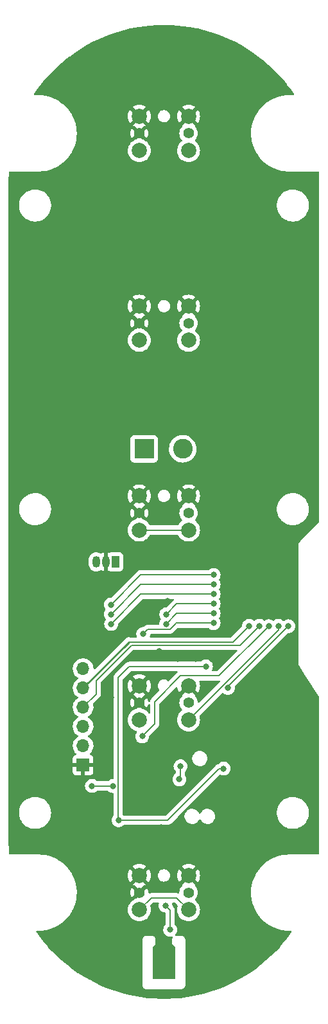
<source format=gbr>
%TF.GenerationSoftware,KiCad,Pcbnew,6.0.2+dfsg-1*%
%TF.CreationDate,2022-08-09T16:06:40+08:00*%
%TF.ProjectId,LightSwitch,4c696768-7453-4776-9974-63682e6b6963,rev?*%
%TF.SameCoordinates,Original*%
%TF.FileFunction,Copper,L2,Bot*%
%TF.FilePolarity,Positive*%
%FSLAX46Y46*%
G04 Gerber Fmt 4.6, Leading zero omitted, Abs format (unit mm)*
G04 Created by KiCad (PCBNEW 6.0.2+dfsg-1) date 2022-08-09 16:06:40*
%MOMM*%
%LPD*%
G01*
G04 APERTURE LIST*
%TA.AperFunction,ComponentPad*%
%ADD10R,2.600000X2.600000*%
%TD*%
%TA.AperFunction,ComponentPad*%
%ADD11C,2.600000*%
%TD*%
%TA.AperFunction,ComponentPad*%
%ADD12R,1.050000X1.500000*%
%TD*%
%TA.AperFunction,ComponentPad*%
%ADD13O,1.050000X1.500000*%
%TD*%
%TA.AperFunction,ComponentPad*%
%ADD14R,1.700000X1.700000*%
%TD*%
%TA.AperFunction,ComponentPad*%
%ADD15O,1.700000X1.700000*%
%TD*%
%TA.AperFunction,ComponentPad*%
%ADD16C,2.000000*%
%TD*%
%TA.AperFunction,ComponentPad*%
%ADD17C,1.400000*%
%TD*%
%TA.AperFunction,ViaPad*%
%ADD18C,0.800000*%
%TD*%
%TA.AperFunction,Conductor*%
%ADD19C,0.200000*%
%TD*%
%TA.AperFunction,Conductor*%
%ADD20C,0.250000*%
%TD*%
G04 APERTURE END LIST*
D10*
%TO.P,J1,1,Pin_1*%
%TO.N,/D2*%
X118400000Y-76047600D03*
D11*
%TO.P,J1,2,Pin_2*%
%TO.N,/D1*%
X123480000Y-76047600D03*
%TD*%
D12*
%TO.P,U1,1,VI*%
%TO.N,Net-(C1-Pad1)*%
X114604800Y-90932000D03*
D13*
%TO.P,U1,2,GND*%
%TO.N,GND*%
X113334800Y-90932000D03*
%TO.P,U1,3,VO*%
%TO.N,VDD*%
X112064800Y-90932000D03*
%TD*%
D14*
%TO.P,J2,1,Pin_1*%
%TO.N,GND*%
X110337600Y-117703600D03*
D15*
%TO.P,J2,2,Pin_2*%
%TO.N,unconnected-(J2-Pad2)*%
X110337600Y-115163600D03*
%TO.P,J2,3,Pin_3*%
%TO.N,VDD*%
X110337600Y-112623600D03*
%TO.P,J2,4,Pin_4*%
%TO.N,/RX*%
X110337600Y-110083600D03*
%TO.P,J2,5,Pin_5*%
%TO.N,/TX*%
X110337600Y-107543600D03*
%TO.P,J2,6,Pin_6*%
%TO.N,unconnected-(J2-Pad6)*%
X110337600Y-105003600D03*
%TD*%
D16*
%TO.P,SW1,1,1*%
%TO.N,GND*%
X117750000Y-32250000D03*
X124250000Y-32250000D03*
%TO.P,SW1,2,2*%
%TO.N,/SW1*%
X117750000Y-36750000D03*
X124250000Y-36750000D03*
D17*
%TO.P,SW1,3,K*%
%TO.N,GND*%
X117750000Y-34500000D03*
%TO.P,SW1,4,A*%
%TO.N,Net-(R9-Pad2)*%
X124250000Y-34500000D03*
%TD*%
D16*
%TO.P,SW3,1,1*%
%TO.N,GND*%
X117750000Y-82250000D03*
X124250000Y-82250000D03*
%TO.P,SW3,2,2*%
%TO.N,/SW3*%
X124250000Y-86750000D03*
X117750000Y-86750000D03*
D17*
%TO.P,SW3,3,K*%
%TO.N,GND*%
X117750000Y-84500000D03*
%TO.P,SW3,4,A*%
%TO.N,Net-(R11-Pad2)*%
X124250000Y-84500000D03*
%TD*%
D16*
%TO.P,SW5,1,1*%
%TO.N,GND*%
X124250000Y-132250000D03*
X117750000Y-132250000D03*
%TO.P,SW5,2,2*%
%TO.N,/SW5*%
X117750000Y-136750000D03*
X124250000Y-136750000D03*
D17*
%TO.P,SW5,3,K*%
%TO.N,GND*%
X117750000Y-134500000D03*
%TO.P,SW5,4,A*%
%TO.N,Net-(R3-Pad2)*%
X124250000Y-134500000D03*
%TD*%
D16*
%TO.P,SW4,1,1*%
%TO.N,GND*%
X117750000Y-107250000D03*
X124250000Y-107250000D03*
%TO.P,SW4,2,2*%
%TO.N,/SW4*%
X124250000Y-111750000D03*
X117750000Y-111750000D03*
D17*
%TO.P,SW4,3,K*%
%TO.N,GND*%
X117750000Y-109500000D03*
%TO.P,SW4,4,A*%
%TO.N,Net-(R8-Pad2)*%
X124250000Y-109500000D03*
%TD*%
D16*
%TO.P,SW2,1,1*%
%TO.N,GND*%
X124250000Y-57250000D03*
X117750000Y-57250000D03*
%TO.P,SW2,2,2*%
%TO.N,/SW2*%
X117750000Y-61750000D03*
X124250000Y-61750000D03*
D17*
%TO.P,SW2,3,K*%
%TO.N,GND*%
X117750000Y-59500000D03*
%TO.P,SW2,4,A*%
%TO.N,Net-(R10-Pad2)*%
X124250000Y-59500000D03*
%TD*%
D18*
%TO.N,VDD*%
X111506000Y-120446800D03*
X114269971Y-120452785D03*
%TO.N,GND*%
X101295200Y-90678000D03*
X108051600Y-27432000D03*
X124866400Y-139192000D03*
X115620800Y-126796800D03*
X115265200Y-131978400D03*
X134772400Y-55575200D03*
X111861600Y-77216000D03*
X113944400Y-113487200D03*
X103530400Y-128879600D03*
X116078000Y-115620800D03*
X134772400Y-77368400D03*
X127406400Y-31851600D03*
X110947200Y-127711200D03*
X101447600Y-60502800D03*
X121412000Y-79248000D03*
X101193600Y-114960400D03*
X110286800Y-37490400D03*
X114655600Y-146253200D03*
X120396000Y-102717600D03*
X121208800Y-35306000D03*
X117348000Y-128422400D03*
X114046000Y-108762800D03*
X101193600Y-70358000D03*
X126441200Y-146608800D03*
X135483600Y-120040400D03*
X132080000Y-125171200D03*
X131927600Y-136702800D03*
X139293600Y-107696000D03*
X120904000Y-62992000D03*
X134264400Y-46024800D03*
X132994400Y-105511600D03*
X123037600Y-121412000D03*
X101752400Y-49530000D03*
X117906800Y-73558400D03*
X130962400Y-77317600D03*
X107797600Y-140411200D03*
X136499600Y-40284400D03*
X121056400Y-72034400D03*
X140970000Y-65227200D03*
X122986800Y-130251200D03*
X121513600Y-96062800D03*
X126288800Y-38252400D03*
X101193600Y-80670400D03*
X121259600Y-30632400D03*
X132130800Y-131368800D03*
X101193600Y-99974400D03*
X114198400Y-22606000D03*
X120497600Y-21386800D03*
X101549200Y-41097200D03*
X125679200Y-67208400D03*
X123596400Y-115570000D03*
X125120400Y-73964800D03*
X131216400Y-24841200D03*
X135636000Y-140563600D03*
X131013200Y-144119600D03*
X115976400Y-88544400D03*
X131724400Y-34391600D03*
X127254000Y-64058800D03*
X101193600Y-107492800D03*
X129235200Y-131216400D03*
X126847600Y-22352000D03*
X119684800Y-107696000D03*
X122275600Y-108559600D03*
X131673600Y-107289600D03*
X139293600Y-113233200D03*
X110744000Y-92913200D03*
X132232400Y-87528400D03*
X118110000Y-70916800D03*
X110032800Y-144119600D03*
X139141200Y-117500400D03*
X112826800Y-103174800D03*
X100990400Y-123190000D03*
X140817600Y-80416400D03*
X117297200Y-97891600D03*
X114452400Y-79908400D03*
X140868400Y-72694800D03*
X121107200Y-59994800D03*
X129336800Y-70104000D03*
X134620000Y-66243200D03*
X130759200Y-59994800D03*
X115417600Y-77165200D03*
X110591600Y-133604000D03*
X120650000Y-125933200D03*
X110896400Y-122224800D03*
X122529600Y-126085600D03*
X111963200Y-70510400D03*
X140868400Y-57454800D03*
X125476000Y-52781200D03*
X125171200Y-103682800D03*
X124256800Y-79349600D03*
X118262400Y-139039600D03*
X113334800Y-92862400D03*
X127203200Y-111963200D03*
X135636000Y-27889200D03*
X121158000Y-37998400D03*
X115519200Y-70459600D03*
X140614400Y-128676400D03*
X122834400Y-103682800D03*
X131013200Y-67818000D03*
X140970000Y-49987200D03*
X136601200Y-128524000D03*
%TO.N,/SDA*%
X121818400Y-139395200D03*
X121208800Y-136194800D03*
%TO.N,/TEMP_ALERT*%
X134823200Y-99415600D03*
X118135400Y-113919000D03*
%TO.N,/SW4*%
X136093200Y-99364800D03*
%TO.N,/LED4*%
X137414000Y-99415600D03*
X129442022Y-107547222D03*
%TO.N,/RX*%
X133604000Y-99364800D03*
%TO.N,/TX*%
X132232400Y-99364800D03*
%TO.N,/SWDIO*%
X123190000Y-117856000D03*
X123037600Y-119583200D03*
%TO.N,/~{RESET}*%
X126542800Y-104698800D03*
X128879600Y-118160800D03*
X115011200Y-124968000D03*
%TO.N,/CS*%
X113995200Y-96570800D03*
X127558800Y-92659200D03*
%TO.N,/SIO_1*%
X127558800Y-93929200D03*
X113995200Y-97840800D03*
%TO.N,/SIO_2*%
X114046000Y-99110800D03*
X127558800Y-95199200D03*
%TO.N,/SIO_0*%
X127558800Y-99009200D03*
X118262400Y-100431600D03*
%TO.N,/SCLK*%
X127558800Y-97739200D03*
X121310400Y-99110800D03*
%TO.N,/SIO_3*%
X121310400Y-97840800D03*
X127558800Y-96469200D03*
%TD*%
D19*
%TO.N,VDD*%
X111511985Y-120452785D02*
X111506000Y-120446800D01*
X114269971Y-120452785D02*
X111511985Y-120452785D01*
%TO.N,/SDA*%
X121818400Y-136804400D02*
X121818400Y-139395200D01*
X121208800Y-136194800D02*
X121818400Y-136804400D01*
%TO.N,/TEMP_ALERT*%
X119786400Y-112268000D02*
X119786400Y-109372400D01*
X128288311Y-105950489D02*
X134823200Y-99415600D01*
X119786400Y-109372400D02*
X123208311Y-105950489D01*
X118135400Y-113919000D02*
X119786400Y-112268000D01*
X123208311Y-105950489D02*
X128288311Y-105950489D01*
%TO.N,/SW3*%
X117750000Y-86750000D02*
X124250000Y-86750000D01*
%TO.N,/SW4*%
X136093200Y-99364800D02*
X136093200Y-99906800D01*
X136093200Y-99906800D02*
X124250000Y-111750000D01*
%TO.N,/SW5*%
X119321200Y-135178800D02*
X122678800Y-135178800D01*
X117750000Y-136750000D02*
X119321200Y-135178800D01*
X122678800Y-135178800D02*
X124250000Y-136750000D01*
%TO.N,/LED4*%
X129442022Y-107387578D02*
X129442022Y-107547222D01*
X137414000Y-99415600D02*
X129442022Y-107387578D01*
%TO.N,/RX*%
X133604000Y-99364800D02*
X131064161Y-101904639D01*
X131064161Y-101904639D02*
X116738560Y-101904640D01*
X112064800Y-108356400D02*
X110337600Y-110083600D01*
X116738560Y-101904640D02*
X112064800Y-106578400D01*
X112064800Y-106578400D02*
X112064800Y-108356400D01*
%TO.N,/TX*%
X130092080Y-101505120D02*
X116376080Y-101505120D01*
X132232400Y-99364800D02*
X130092080Y-101505120D01*
D20*
X116376080Y-101505120D02*
X110337600Y-107543600D01*
D19*
%TO.N,/SWDIO*%
X123190000Y-119430800D02*
X123037600Y-119583200D01*
X123190000Y-117856000D02*
X123190000Y-119430800D01*
%TO.N,/~{RESET}*%
X128879600Y-118160800D02*
X128289194Y-118160800D01*
X114969482Y-106162918D02*
X114969482Y-124926282D01*
X114969482Y-124926282D02*
X115011200Y-124968000D01*
X128289194Y-118160800D02*
X121481994Y-124968000D01*
X126542800Y-104698800D02*
X116433600Y-104698800D01*
X116433600Y-104698800D02*
X114969482Y-106162918D01*
X121481994Y-124968000D02*
X115011200Y-124968000D01*
%TO.N,/CS*%
X127558800Y-92659200D02*
X117906800Y-92659200D01*
X117906800Y-92659200D02*
X113995200Y-96570800D01*
%TO.N,/SIO_1*%
X127558800Y-93929200D02*
X117906800Y-93929200D01*
X117906800Y-93929200D02*
X113995200Y-97840800D01*
%TO.N,/SIO_2*%
X117957600Y-95199200D02*
X114046000Y-99110800D01*
X127558800Y-95199200D02*
X117957600Y-95199200D01*
%TO.N,/SIO_0*%
X121779289Y-99810311D02*
X122478800Y-99110800D01*
X118262400Y-100431600D02*
X118883689Y-99810311D01*
X122580400Y-99009200D02*
X122478800Y-99110800D01*
X118883689Y-99810311D02*
X121779289Y-99810311D01*
X127558800Y-99009200D02*
X122580400Y-99009200D01*
%TO.N,/SCLK*%
X122682000Y-97739200D02*
X121310400Y-99110800D01*
X127558800Y-97739200D02*
X122682000Y-97739200D01*
%TO.N,/SIO_3*%
X122682000Y-96469200D02*
X121310400Y-97840800D01*
X127558800Y-96469200D02*
X122682000Y-96469200D01*
%TD*%
%TA.AperFunction,Conductor*%
%TO.N,GND*%
G36*
X121886259Y-20229448D02*
G01*
X121891653Y-20229680D01*
X122042025Y-20239372D01*
X122773569Y-20286521D01*
X122778955Y-20286984D01*
X123657639Y-20381603D01*
X123663000Y-20382297D01*
X124164776Y-20458224D01*
X124536803Y-20514517D01*
X124542115Y-20515438D01*
X124783886Y-20562709D01*
X125409464Y-20685023D01*
X125414746Y-20686174D01*
X126274013Y-20892805D01*
X126279240Y-20894182D01*
X127128823Y-21137471D01*
X127133981Y-21139068D01*
X127972421Y-21418601D01*
X127977468Y-21420406D01*
X128803113Y-21735634D01*
X128808085Y-21737656D01*
X129619462Y-22088016D01*
X129624348Y-22090251D01*
X130022149Y-22282672D01*
X130419935Y-22475086D01*
X130424750Y-22477544D01*
X131203076Y-22896138D01*
X131207781Y-22898800D01*
X131967438Y-23350397D01*
X131972024Y-23353258D01*
X132711616Y-23837028D01*
X132716076Y-23840084D01*
X133434232Y-24355131D01*
X133438556Y-24358375D01*
X133786255Y-24631061D01*
X134133968Y-24903759D01*
X134138120Y-24907162D01*
X134476236Y-25196595D01*
X134809500Y-25481876D01*
X134813530Y-25485478D01*
X135459644Y-26088465D01*
X135463516Y-26092238D01*
X136083144Y-26722357D01*
X136086851Y-26726292D01*
X136678885Y-27382417D01*
X136682417Y-27386504D01*
X137245790Y-28067453D01*
X137249117Y-28071655D01*
X137782772Y-28776155D01*
X137785928Y-28780514D01*
X138141492Y-29294298D01*
X138163809Y-29361695D01*
X138146146Y-29430460D01*
X138094110Y-29478758D01*
X138037883Y-29492000D01*
X137553769Y-29492000D01*
X137532645Y-29490216D01*
X137513452Y-29486952D01*
X137508582Y-29486884D01*
X137508078Y-29486877D01*
X137500913Y-29486777D01*
X137496411Y-29487414D01*
X137495948Y-29487438D01*
X137066259Y-29505454D01*
X137066258Y-29505454D01*
X137063493Y-29505570D01*
X136629342Y-29562007D01*
X136201771Y-29656110D01*
X136199158Y-29656930D01*
X136199157Y-29656930D01*
X135913599Y-29746516D01*
X135784042Y-29787161D01*
X135379341Y-29954161D01*
X134990755Y-30155836D01*
X134621248Y-30390648D01*
X134273638Y-30656806D01*
X134271616Y-30658655D01*
X134271608Y-30658662D01*
X134165650Y-30755572D01*
X133950578Y-30952278D01*
X133948711Y-30954312D01*
X133948709Y-30954314D01*
X133739650Y-31182078D01*
X133654531Y-31274812D01*
X133514107Y-31457536D01*
X133393719Y-31614188D01*
X133387755Y-31621948D01*
X133386281Y-31624259D01*
X133386275Y-31624267D01*
X133217726Y-31888461D01*
X133152286Y-31991036D01*
X132949920Y-32379263D01*
X132782200Y-32783666D01*
X132781374Y-32786282D01*
X132781372Y-32786288D01*
X132699227Y-33046505D01*
X132650405Y-33201162D01*
X132555542Y-33628564D01*
X132542866Y-33724736D01*
X132521224Y-33888937D01*
X132498332Y-34062614D01*
X132479214Y-34500000D01*
X132498332Y-34937386D01*
X132498690Y-34940103D01*
X132498691Y-34940113D01*
X132525092Y-35140410D01*
X132555542Y-35371436D01*
X132650405Y-35798838D01*
X132782200Y-36216334D01*
X132949920Y-36620737D01*
X133152286Y-37008964D01*
X133153768Y-37011287D01*
X133386275Y-37375733D01*
X133386281Y-37375741D01*
X133387755Y-37378052D01*
X133389426Y-37380227D01*
X133389430Y-37380232D01*
X133488891Y-37509652D01*
X133654531Y-37725188D01*
X133656404Y-37727228D01*
X133656406Y-37727231D01*
X133946148Y-38042896D01*
X133950578Y-38047722D01*
X133952613Y-38049583D01*
X134271608Y-38341338D01*
X134271616Y-38341345D01*
X134273638Y-38343194D01*
X134621248Y-38609352D01*
X134990755Y-38844164D01*
X135379341Y-39045839D01*
X135784042Y-39212839D01*
X135786661Y-39213661D01*
X135786662Y-39213661D01*
X136189748Y-39340118D01*
X136201771Y-39343890D01*
X136629342Y-39437993D01*
X137063493Y-39494430D01*
X137066256Y-39494546D01*
X137066258Y-39494546D01*
X137153357Y-39498198D01*
X137475230Y-39511693D01*
X137480969Y-39512065D01*
X137483572Y-39512294D01*
X137488374Y-39513093D01*
X137500913Y-39513223D01*
X137527942Y-39509303D01*
X137546013Y-39508000D01*
X141319003Y-39508000D01*
X141387124Y-39528002D01*
X141433617Y-39581658D01*
X141444526Y-39623048D01*
X141451041Y-39697715D01*
X141451361Y-39702375D01*
X141483536Y-40345867D01*
X141483683Y-40350537D01*
X141491412Y-40950830D01*
X141489810Y-40972540D01*
X141489097Y-40976957D01*
X141486858Y-40990822D01*
X141489936Y-41015446D01*
X141491027Y-41024172D01*
X141492000Y-41039801D01*
X141492000Y-85619086D01*
X141471998Y-85687207D01*
X141456162Y-85707102D01*
X138961337Y-88262777D01*
X138785600Y-88442800D01*
X138785565Y-88453756D01*
X138785565Y-88453757D01*
X138751552Y-99201811D01*
X138734800Y-104495600D01*
X138744715Y-104510962D01*
X139703485Y-105996438D01*
X141458983Y-108716329D01*
X141471864Y-108736287D01*
X141492000Y-108804615D01*
X141492000Y-127950672D01*
X141490500Y-127970056D01*
X141486814Y-127993730D01*
X141490306Y-128020432D01*
X141491353Y-128038867D01*
X141491260Y-128044478D01*
X141481197Y-128648648D01*
X141481057Y-128652842D01*
X141448765Y-129298679D01*
X141448485Y-129302867D01*
X141442341Y-129376480D01*
X141416743Y-129442701D01*
X141359406Y-129484570D01*
X141316778Y-129492000D01*
X137553207Y-129492000D01*
X137532303Y-129490254D01*
X137529137Y-129489721D01*
X137512539Y-129486929D01*
X137506463Y-129486855D01*
X137504869Y-129486835D01*
X137504864Y-129486835D01*
X137500000Y-129486776D01*
X137495500Y-129487421D01*
X137495073Y-129487444D01*
X137065868Y-129506183D01*
X137065857Y-129506184D01*
X137063108Y-129506304D01*
X136794896Y-129541615D01*
X136632266Y-129563025D01*
X136632260Y-129563026D01*
X136629541Y-129563384D01*
X136202599Y-129658035D01*
X136199974Y-129658863D01*
X136199969Y-129658864D01*
X135788159Y-129788707D01*
X135788151Y-129788710D01*
X135785531Y-129789536D01*
X135381511Y-129956887D01*
X134993615Y-130158813D01*
X134624793Y-130393778D01*
X134622625Y-130395442D01*
X134622613Y-130395450D01*
X134280045Y-130658313D01*
X134277853Y-130659995D01*
X134275825Y-130661853D01*
X134275817Y-130661860D01*
X134112107Y-130811873D01*
X133955436Y-130955436D01*
X133953585Y-130957456D01*
X133661860Y-131275817D01*
X133661853Y-131275825D01*
X133659995Y-131277853D01*
X133658313Y-131280045D01*
X133395450Y-131622613D01*
X133395442Y-131622625D01*
X133393778Y-131624793D01*
X133158813Y-131993615D01*
X132956887Y-132381511D01*
X132789536Y-132785531D01*
X132788710Y-132788151D01*
X132788707Y-132788159D01*
X132686891Y-133111080D01*
X132658035Y-133202599D01*
X132563384Y-133629541D01*
X132506304Y-134063108D01*
X132506184Y-134065857D01*
X132506183Y-134065868D01*
X132503145Y-134135461D01*
X132487229Y-134500000D01*
X132487788Y-134512812D01*
X132505562Y-134919892D01*
X132506304Y-134936892D01*
X132541615Y-135205104D01*
X132555410Y-135309887D01*
X132563384Y-135370459D01*
X132658035Y-135797401D01*
X132658863Y-135800026D01*
X132658864Y-135800031D01*
X132741790Y-136063037D01*
X132789536Y-136214469D01*
X132956887Y-136618489D01*
X133158813Y-137006386D01*
X133393778Y-137375207D01*
X133395442Y-137377375D01*
X133395450Y-137377387D01*
X133658313Y-137719955D01*
X133659995Y-137722147D01*
X133661853Y-137724175D01*
X133661860Y-137724183D01*
X133953585Y-138042544D01*
X133955436Y-138044564D01*
X133957456Y-138046415D01*
X134275817Y-138338140D01*
X134275825Y-138338147D01*
X134277853Y-138340005D01*
X134280045Y-138341687D01*
X134622613Y-138604550D01*
X134622625Y-138604558D01*
X134624793Y-138606222D01*
X134993615Y-138841187D01*
X135381511Y-139043113D01*
X135785531Y-139210464D01*
X135788151Y-139211290D01*
X135788159Y-139211293D01*
X136199969Y-139341136D01*
X136199974Y-139341137D01*
X136202599Y-139341965D01*
X136629541Y-139436616D01*
X136632260Y-139436974D01*
X136632266Y-139436975D01*
X136794896Y-139458385D01*
X137063108Y-139493696D01*
X137065857Y-139493816D01*
X137065868Y-139493817D01*
X137474359Y-139511652D01*
X137480117Y-139512036D01*
X137482664Y-139512264D01*
X137487461Y-139513071D01*
X137493700Y-139513147D01*
X137495141Y-139513165D01*
X137495145Y-139513165D01*
X137500000Y-139513224D01*
X137527588Y-139509273D01*
X137545451Y-139508000D01*
X137722646Y-139508000D01*
X137790767Y-139528002D01*
X137837260Y-139581658D01*
X137847364Y-139651932D01*
X137825468Y-139706825D01*
X137472501Y-140205180D01*
X137469246Y-140209572D01*
X136927451Y-140908187D01*
X136924008Y-140912433D01*
X136368036Y-141568467D01*
X136352428Y-141586884D01*
X136348815Y-141590965D01*
X136254856Y-141692550D01*
X135748494Y-142240012D01*
X135744696Y-142243943D01*
X135116815Y-142866316D01*
X135112850Y-142870079D01*
X134458570Y-143464625D01*
X134454446Y-143468213D01*
X133774973Y-144033839D01*
X133770696Y-144037245D01*
X133067327Y-144572867D01*
X133062907Y-144576083D01*
X132336993Y-145080674D01*
X132332438Y-145083696D01*
X131585298Y-145556341D01*
X131580642Y-145559147D01*
X131117693Y-145824621D01*
X130813696Y-145998945D01*
X130808896Y-146001561D01*
X130023605Y-146407673D01*
X130018696Y-146410078D01*
X129216546Y-146781739D01*
X129211538Y-146783929D01*
X128393993Y-147120459D01*
X128388894Y-147122429D01*
X127557561Y-147423167D01*
X127552381Y-147424915D01*
X126708751Y-147689322D01*
X126703501Y-147690843D01*
X126527826Y-147737639D01*
X125849217Y-147918404D01*
X125843947Y-147919686D01*
X124980522Y-148109995D01*
X124975196Y-148111047D01*
X124498810Y-148194566D01*
X124104398Y-148263713D01*
X124098995Y-148264540D01*
X123603061Y-148329461D01*
X123222382Y-148379293D01*
X123216973Y-148379883D01*
X122507665Y-148441589D01*
X122336194Y-148456506D01*
X122330739Y-148456861D01*
X121447514Y-148495207D01*
X121442049Y-148495326D01*
X120557951Y-148495326D01*
X120552486Y-148495207D01*
X119669261Y-148456861D01*
X119663806Y-148456506D01*
X119492335Y-148441589D01*
X118783027Y-148379883D01*
X118777618Y-148379293D01*
X118396939Y-148329461D01*
X117901005Y-148264540D01*
X117895602Y-148263713D01*
X117501190Y-148194566D01*
X117024804Y-148111047D01*
X117019478Y-148109995D01*
X116156053Y-147919686D01*
X116150783Y-147918404D01*
X115472174Y-147737639D01*
X115296499Y-147690843D01*
X115291249Y-147689322D01*
X114447619Y-147424915D01*
X114442439Y-147423167D01*
X113611106Y-147122429D01*
X113606007Y-147120459D01*
X112788462Y-146783929D01*
X112783454Y-146781739D01*
X111981304Y-146410078D01*
X111976395Y-146407673D01*
X111191104Y-146001561D01*
X111186304Y-145998945D01*
X110882307Y-145824621D01*
X110419358Y-145559147D01*
X110414702Y-145556341D01*
X109667562Y-145083696D01*
X109663007Y-145080674D01*
X108937093Y-144576083D01*
X108932673Y-144572867D01*
X108229304Y-144037245D01*
X108225027Y-144033839D01*
X107545554Y-143468213D01*
X107541430Y-143464625D01*
X106887150Y-142870079D01*
X106883185Y-142866316D01*
X106255304Y-142243943D01*
X106251506Y-142240012D01*
X105745144Y-141692550D01*
X105651185Y-141590965D01*
X105647572Y-141586884D01*
X105631965Y-141568467D01*
X105075992Y-140912433D01*
X105072549Y-140908187D01*
X104530754Y-140209572D01*
X104527499Y-140205180D01*
X104174532Y-139706825D01*
X104151482Y-139639675D01*
X104168396Y-139570722D01*
X104219903Y-139521860D01*
X104277354Y-139508000D01*
X104446793Y-139508000D01*
X104467697Y-139509746D01*
X104487461Y-139513071D01*
X104493537Y-139513145D01*
X104495131Y-139513165D01*
X104495136Y-139513165D01*
X104500000Y-139513224D01*
X104504500Y-139512579D01*
X104504927Y-139512556D01*
X104934132Y-139493817D01*
X104934143Y-139493816D01*
X104936892Y-139493696D01*
X105205104Y-139458385D01*
X105367734Y-139436975D01*
X105367740Y-139436974D01*
X105370459Y-139436616D01*
X105797401Y-139341965D01*
X105800026Y-139341137D01*
X105800031Y-139341136D01*
X106211841Y-139211293D01*
X106211849Y-139211290D01*
X106214469Y-139210464D01*
X106618489Y-139043113D01*
X107006386Y-138841187D01*
X107267828Y-138674630D01*
X107372892Y-138607697D01*
X107372895Y-138607695D01*
X107375207Y-138606222D01*
X107377375Y-138604558D01*
X107377387Y-138604550D01*
X107719955Y-138341687D01*
X107722147Y-138340005D01*
X107724175Y-138338147D01*
X107724183Y-138338140D01*
X108042544Y-138046415D01*
X108044564Y-138044564D01*
X108046415Y-138042544D01*
X108338140Y-137724183D01*
X108338147Y-137724175D01*
X108340005Y-137722147D01*
X108341687Y-137719955D01*
X108604550Y-137377387D01*
X108604558Y-137377375D01*
X108606222Y-137375207D01*
X108841187Y-137006386D01*
X108974653Y-136750000D01*
X116236835Y-136750000D01*
X116255465Y-136986711D01*
X116256619Y-136991518D01*
X116256620Y-136991524D01*
X116260746Y-137008710D01*
X116310895Y-137217594D01*
X116401760Y-137436963D01*
X116404346Y-137441183D01*
X116523241Y-137635202D01*
X116523245Y-137635208D01*
X116525824Y-137639416D01*
X116680031Y-137819969D01*
X116860584Y-137974176D01*
X116864792Y-137976755D01*
X116864798Y-137976759D01*
X117058817Y-138095654D01*
X117063037Y-138098240D01*
X117067607Y-138100133D01*
X117067611Y-138100135D01*
X117277833Y-138187211D01*
X117282406Y-138189105D01*
X117362609Y-138208360D01*
X117508476Y-138243380D01*
X117508482Y-138243381D01*
X117513289Y-138244535D01*
X117750000Y-138263165D01*
X117986711Y-138244535D01*
X117991518Y-138243381D01*
X117991524Y-138243380D01*
X118137391Y-138208360D01*
X118217594Y-138189105D01*
X118222167Y-138187211D01*
X118432389Y-138100135D01*
X118432393Y-138100133D01*
X118436963Y-138098240D01*
X118441183Y-138095654D01*
X118635202Y-137976759D01*
X118635208Y-137976755D01*
X118639416Y-137974176D01*
X118819969Y-137819969D01*
X118974176Y-137639416D01*
X118976755Y-137635208D01*
X118976759Y-137635202D01*
X119095654Y-137441183D01*
X119098240Y-137436963D01*
X119189105Y-137217594D01*
X119239254Y-137008710D01*
X119243380Y-136991524D01*
X119243381Y-136991518D01*
X119244535Y-136986711D01*
X119263165Y-136750000D01*
X119244535Y-136513289D01*
X119240751Y-136497524D01*
X119205560Y-136350948D01*
X119189105Y-136282406D01*
X119187210Y-136277832D01*
X119185681Y-136273125D01*
X119187821Y-136272430D01*
X119181236Y-136211123D01*
X119216137Y-136144412D01*
X119536344Y-135824205D01*
X119598656Y-135790179D01*
X119625439Y-135787300D01*
X120212528Y-135787300D01*
X120280649Y-135807302D01*
X120327142Y-135860958D01*
X120337246Y-135931232D01*
X120332363Y-135952229D01*
X120315258Y-136004872D01*
X120314568Y-136011433D01*
X120314568Y-136011435D01*
X120309588Y-136058817D01*
X120295296Y-136194800D01*
X120295986Y-136201365D01*
X120311708Y-136350948D01*
X120315258Y-136384728D01*
X120374273Y-136566356D01*
X120469760Y-136731744D01*
X120597547Y-136873666D01*
X120752048Y-136985918D01*
X120758076Y-136988602D01*
X120758078Y-136988603D01*
X120920481Y-137060909D01*
X120926512Y-137063594D01*
X121110098Y-137102617D01*
X121172570Y-137136344D01*
X121206892Y-137198494D01*
X121209900Y-137225863D01*
X121209900Y-138664910D01*
X121189898Y-138733031D01*
X121177536Y-138749220D01*
X121140426Y-138790435D01*
X121079360Y-138858256D01*
X120983873Y-139023644D01*
X120924858Y-139205272D01*
X120904896Y-139395200D01*
X120905586Y-139401765D01*
X120917285Y-139513071D01*
X120924858Y-139585128D01*
X120983873Y-139766756D01*
X121079360Y-139932144D01*
X121207147Y-140074066D01*
X121361648Y-140186318D01*
X121367676Y-140189002D01*
X121367678Y-140189003D01*
X121530081Y-140261309D01*
X121536112Y-140263994D01*
X121597244Y-140276988D01*
X121716456Y-140302328D01*
X121716461Y-140302328D01*
X121722913Y-140303700D01*
X121913887Y-140303700D01*
X121929096Y-140300467D01*
X122008204Y-140283653D01*
X122078995Y-140289055D01*
X122135627Y-140331872D01*
X122160120Y-140398510D01*
X122144699Y-140467812D01*
X122140137Y-140475423D01*
X122134107Y-140484727D01*
X122131535Y-140493327D01*
X122126761Y-140509290D01*
X122120099Y-140526736D01*
X122109201Y-140549948D01*
X122104658Y-140579128D01*
X122100874Y-140595849D01*
X122094986Y-140615536D01*
X122094985Y-140615539D01*
X122092413Y-140624141D01*
X122092358Y-140633116D01*
X122092358Y-140633117D01*
X122092203Y-140658546D01*
X122092170Y-140659328D01*
X122092000Y-140660423D01*
X122092000Y-140691298D01*
X122091998Y-140692068D01*
X122091524Y-140769652D01*
X122091908Y-140770996D01*
X122092000Y-140772341D01*
X122092000Y-141091298D01*
X122091998Y-141092068D01*
X122091524Y-141169652D01*
X122093990Y-141178281D01*
X122093991Y-141178286D01*
X122099639Y-141198048D01*
X122103217Y-141214809D01*
X122106130Y-141235152D01*
X122106133Y-141235162D01*
X122107405Y-141244045D01*
X122118021Y-141267395D01*
X122124464Y-141284907D01*
X122131512Y-141309565D01*
X122147274Y-141334548D01*
X122155404Y-141349614D01*
X122167633Y-141376510D01*
X122184374Y-141395939D01*
X122195479Y-141410947D01*
X122209160Y-141432631D01*
X122215888Y-141438573D01*
X122231296Y-141452181D01*
X122243340Y-141464373D01*
X122262619Y-141486747D01*
X122270147Y-141491626D01*
X122270150Y-141491629D01*
X122284139Y-141500696D01*
X122299013Y-141511986D01*
X122318228Y-141528956D01*
X122326354Y-141532771D01*
X122326355Y-141532772D01*
X122332021Y-141535432D01*
X122344966Y-141541510D01*
X122359935Y-141549824D01*
X122384727Y-141565893D01*
X122393323Y-141568464D01*
X122393330Y-141568467D01*
X122402105Y-141571091D01*
X122461638Y-141609774D01*
X122490806Y-141674502D01*
X122492000Y-141691807D01*
X122492000Y-145766000D01*
X122471998Y-145834121D01*
X122418342Y-145880614D01*
X122366000Y-145892000D01*
X119634000Y-145892000D01*
X119565879Y-145871998D01*
X119519386Y-145818342D01*
X119508000Y-145766000D01*
X119508000Y-141692550D01*
X119528002Y-141624429D01*
X119581658Y-141577936D01*
X119599374Y-141571401D01*
X119600939Y-141570954D01*
X119600942Y-141570953D01*
X119609565Y-141568488D01*
X119634548Y-141552726D01*
X119649614Y-141544596D01*
X119676510Y-141532367D01*
X119695939Y-141515626D01*
X119710947Y-141504521D01*
X119725039Y-141495630D01*
X119732631Y-141490840D01*
X119752182Y-141468703D01*
X119764374Y-141456659D01*
X119779949Y-141443239D01*
X119779950Y-141443237D01*
X119786747Y-141437381D01*
X119791626Y-141429853D01*
X119791629Y-141429850D01*
X119800696Y-141415861D01*
X119811986Y-141400987D01*
X119823012Y-141388502D01*
X119828956Y-141381772D01*
X119841510Y-141355034D01*
X119849824Y-141340065D01*
X119865893Y-141315273D01*
X119873239Y-141290709D01*
X119879901Y-141273264D01*
X119886983Y-141258179D01*
X119890799Y-141250052D01*
X119895343Y-141220870D01*
X119899126Y-141204151D01*
X119905014Y-141184464D01*
X119905015Y-141184461D01*
X119907587Y-141175859D01*
X119907797Y-141141444D01*
X119907830Y-141140672D01*
X119908000Y-141139577D01*
X119908000Y-141108702D01*
X119908002Y-141107932D01*
X119908452Y-141034284D01*
X119908452Y-141034283D01*
X119908476Y-141030348D01*
X119908092Y-141029004D01*
X119908000Y-141027659D01*
X119908000Y-140708702D01*
X119908002Y-140707932D01*
X119908421Y-140639322D01*
X119908476Y-140630348D01*
X119906010Y-140621719D01*
X119906009Y-140621714D01*
X119900361Y-140601952D01*
X119896783Y-140585191D01*
X119893870Y-140564848D01*
X119893867Y-140564838D01*
X119892595Y-140555955D01*
X119881979Y-140532605D01*
X119875536Y-140515093D01*
X119870954Y-140499063D01*
X119868488Y-140490435D01*
X119852726Y-140465452D01*
X119844596Y-140450386D01*
X119832367Y-140423490D01*
X119815626Y-140404061D01*
X119804521Y-140389053D01*
X119795630Y-140374961D01*
X119790840Y-140367369D01*
X119768703Y-140347818D01*
X119756659Y-140335626D01*
X119743239Y-140320051D01*
X119743237Y-140320050D01*
X119737381Y-140313253D01*
X119729853Y-140308374D01*
X119729850Y-140308371D01*
X119715861Y-140299304D01*
X119700987Y-140288014D01*
X119688502Y-140276988D01*
X119681772Y-140271044D01*
X119673646Y-140267229D01*
X119673645Y-140267228D01*
X119666756Y-140263994D01*
X119655034Y-140258490D01*
X119640065Y-140250176D01*
X119615273Y-140234107D01*
X119590709Y-140226761D01*
X119573264Y-140220099D01*
X119568827Y-140218016D01*
X119550052Y-140209201D01*
X119520870Y-140204657D01*
X119504151Y-140200874D01*
X119484464Y-140194986D01*
X119484461Y-140194985D01*
X119475859Y-140192413D01*
X119466884Y-140192358D01*
X119466883Y-140192358D01*
X119460190Y-140192317D01*
X119441444Y-140192203D01*
X119440672Y-140192170D01*
X119439577Y-140192000D01*
X119408702Y-140192000D01*
X119407932Y-140191998D01*
X119334284Y-140191548D01*
X119334283Y-140191548D01*
X119330348Y-140191524D01*
X119329004Y-140191908D01*
X119327659Y-140192000D01*
X118708702Y-140192000D01*
X118707932Y-140191998D01*
X118705640Y-140191984D01*
X118630348Y-140191524D01*
X118621719Y-140193990D01*
X118621714Y-140193991D01*
X118601952Y-140199639D01*
X118585191Y-140203217D01*
X118564848Y-140206130D01*
X118564838Y-140206133D01*
X118555955Y-140207405D01*
X118532605Y-140218021D01*
X118515093Y-140224464D01*
X118507057Y-140226761D01*
X118490435Y-140231512D01*
X118465452Y-140247274D01*
X118450386Y-140255404D01*
X118423490Y-140267633D01*
X118404061Y-140284374D01*
X118389053Y-140295479D01*
X118367369Y-140309160D01*
X118361427Y-140315888D01*
X118347819Y-140331296D01*
X118335627Y-140343340D01*
X118313253Y-140362619D01*
X118308374Y-140370147D01*
X118308371Y-140370150D01*
X118299304Y-140384139D01*
X118288014Y-140399013D01*
X118271044Y-140418228D01*
X118258490Y-140444966D01*
X118250176Y-140459935D01*
X118234107Y-140484727D01*
X118231535Y-140493327D01*
X118226761Y-140509290D01*
X118220099Y-140526736D01*
X118209201Y-140549948D01*
X118204658Y-140579128D01*
X118200874Y-140595849D01*
X118194986Y-140615536D01*
X118194985Y-140615539D01*
X118192413Y-140624141D01*
X118192358Y-140633116D01*
X118192358Y-140633117D01*
X118192203Y-140658546D01*
X118192170Y-140659328D01*
X118192000Y-140660423D01*
X118192000Y-140691298D01*
X118191998Y-140692068D01*
X118191524Y-140769652D01*
X118191908Y-140770996D01*
X118192000Y-140772341D01*
X118192000Y-146691298D01*
X118191998Y-146692068D01*
X118191524Y-146769652D01*
X118193990Y-146778281D01*
X118193991Y-146778286D01*
X118199639Y-146798048D01*
X118203217Y-146814809D01*
X118206130Y-146835152D01*
X118206133Y-146835162D01*
X118207405Y-146844045D01*
X118218021Y-146867395D01*
X118224464Y-146884907D01*
X118231512Y-146909565D01*
X118247274Y-146934548D01*
X118255404Y-146949614D01*
X118267633Y-146976510D01*
X118284374Y-146995939D01*
X118295479Y-147010947D01*
X118309160Y-147032631D01*
X118315888Y-147038573D01*
X118331296Y-147052181D01*
X118343340Y-147064373D01*
X118362619Y-147086747D01*
X118370147Y-147091626D01*
X118370150Y-147091629D01*
X118384139Y-147100696D01*
X118399013Y-147111986D01*
X118418228Y-147128956D01*
X118426354Y-147132771D01*
X118426355Y-147132772D01*
X118432021Y-147135432D01*
X118444966Y-147141510D01*
X118459935Y-147149824D01*
X118484727Y-147165893D01*
X118501650Y-147170954D01*
X118509290Y-147173239D01*
X118526736Y-147179901D01*
X118549948Y-147190799D01*
X118579130Y-147195343D01*
X118595849Y-147199126D01*
X118615536Y-147205014D01*
X118615539Y-147205015D01*
X118624141Y-147207587D01*
X118633116Y-147207642D01*
X118633117Y-147207642D01*
X118639810Y-147207683D01*
X118658556Y-147207797D01*
X118659328Y-147207830D01*
X118660423Y-147208000D01*
X118691298Y-147208000D01*
X118692068Y-147208002D01*
X118765716Y-147208452D01*
X118765717Y-147208452D01*
X118769652Y-147208476D01*
X118770996Y-147208092D01*
X118772341Y-147208000D01*
X123291298Y-147208000D01*
X123292069Y-147208002D01*
X123369652Y-147208476D01*
X123378281Y-147206010D01*
X123378286Y-147206009D01*
X123398048Y-147200361D01*
X123414809Y-147196783D01*
X123435152Y-147193870D01*
X123435162Y-147193867D01*
X123444045Y-147192595D01*
X123467395Y-147181979D01*
X123484907Y-147175536D01*
X123500937Y-147170954D01*
X123509565Y-147168488D01*
X123534548Y-147152726D01*
X123549614Y-147144596D01*
X123576510Y-147132367D01*
X123595939Y-147115626D01*
X123610947Y-147104521D01*
X123625039Y-147095630D01*
X123632631Y-147090840D01*
X123652182Y-147068703D01*
X123664374Y-147056659D01*
X123679949Y-147043239D01*
X123679950Y-147043237D01*
X123686747Y-147037381D01*
X123691626Y-147029853D01*
X123691629Y-147029850D01*
X123700696Y-147015861D01*
X123711986Y-147000987D01*
X123723012Y-146988502D01*
X123728956Y-146981772D01*
X123741510Y-146955034D01*
X123749824Y-146940065D01*
X123765893Y-146915273D01*
X123773239Y-146890709D01*
X123779901Y-146873264D01*
X123786983Y-146858179D01*
X123790799Y-146850052D01*
X123795343Y-146820870D01*
X123799126Y-146804151D01*
X123805014Y-146784464D01*
X123805015Y-146784461D01*
X123807587Y-146775859D01*
X123807797Y-146741444D01*
X123807830Y-146740672D01*
X123808000Y-146739577D01*
X123808000Y-146708702D01*
X123808002Y-146707932D01*
X123808452Y-146634284D01*
X123808452Y-146634283D01*
X123808476Y-146630348D01*
X123808092Y-146629004D01*
X123808000Y-146627659D01*
X123808000Y-140708702D01*
X123808002Y-140707932D01*
X123808421Y-140639322D01*
X123808476Y-140630348D01*
X123806010Y-140621719D01*
X123806009Y-140621714D01*
X123800361Y-140601952D01*
X123796783Y-140585191D01*
X123793870Y-140564848D01*
X123793867Y-140564838D01*
X123792595Y-140555955D01*
X123781979Y-140532605D01*
X123775536Y-140515093D01*
X123770954Y-140499063D01*
X123768488Y-140490435D01*
X123752726Y-140465452D01*
X123744596Y-140450386D01*
X123732367Y-140423490D01*
X123715626Y-140404061D01*
X123704521Y-140389053D01*
X123695630Y-140374961D01*
X123690840Y-140367369D01*
X123668703Y-140347818D01*
X123656659Y-140335626D01*
X123643239Y-140320051D01*
X123643237Y-140320050D01*
X123637381Y-140313253D01*
X123629853Y-140308374D01*
X123629850Y-140308371D01*
X123615861Y-140299304D01*
X123600987Y-140288014D01*
X123588502Y-140276988D01*
X123581772Y-140271044D01*
X123573646Y-140267229D01*
X123573645Y-140267228D01*
X123566756Y-140263994D01*
X123555034Y-140258490D01*
X123540065Y-140250176D01*
X123515273Y-140234107D01*
X123490709Y-140226761D01*
X123473264Y-140220099D01*
X123468827Y-140218016D01*
X123450052Y-140209201D01*
X123420870Y-140204657D01*
X123404151Y-140200874D01*
X123384464Y-140194986D01*
X123384461Y-140194985D01*
X123375859Y-140192413D01*
X123366884Y-140192358D01*
X123366883Y-140192358D01*
X123360190Y-140192317D01*
X123341444Y-140192203D01*
X123340672Y-140192170D01*
X123339577Y-140192000D01*
X123308702Y-140192000D01*
X123307932Y-140191998D01*
X123234284Y-140191548D01*
X123234283Y-140191548D01*
X123230348Y-140191524D01*
X123229004Y-140191908D01*
X123227659Y-140192000D01*
X122608702Y-140192000D01*
X122607948Y-140191998D01*
X122607151Y-140191993D01*
X122605684Y-140191984D01*
X122537691Y-140171553D01*
X122491536Y-140117606D01*
X122481875Y-140047270D01*
X122512840Y-139981678D01*
X122557440Y-139932144D01*
X122652927Y-139766756D01*
X122711942Y-139585128D01*
X122719516Y-139513071D01*
X122731214Y-139401765D01*
X122731904Y-139395200D01*
X122711942Y-139205272D01*
X122652927Y-139023644D01*
X122557440Y-138858256D01*
X122496374Y-138790435D01*
X122459264Y-138749220D01*
X122428546Y-138685213D01*
X122426900Y-138664910D01*
X122426900Y-136852544D01*
X122427978Y-136836098D01*
X122431073Y-136812588D01*
X122432151Y-136804400D01*
X122411238Y-136645549D01*
X122349924Y-136497524D01*
X122276878Y-136402329D01*
X122276874Y-136402325D01*
X122268189Y-136391006D01*
X122257416Y-136376966D01*
X122257413Y-136376963D01*
X122252387Y-136370413D01*
X122245832Y-136365383D01*
X122227021Y-136350948D01*
X122214630Y-136340081D01*
X122158519Y-136283970D01*
X122124493Y-136221658D01*
X122121959Y-136198084D01*
X122122304Y-136194800D01*
X122108012Y-136058817D01*
X122103032Y-136011435D01*
X122103032Y-136011433D01*
X122102342Y-136004872D01*
X122085239Y-135952235D01*
X122083211Y-135881270D01*
X122119873Y-135820471D01*
X122183585Y-135789146D01*
X122205072Y-135787300D01*
X122374561Y-135787300D01*
X122442682Y-135807302D01*
X122463656Y-135824205D01*
X122783863Y-136144412D01*
X122817889Y-136206724D01*
X122812017Y-136272377D01*
X122814319Y-136273125D01*
X122812790Y-136277832D01*
X122810895Y-136282406D01*
X122794440Y-136350948D01*
X122759250Y-136497524D01*
X122755465Y-136513289D01*
X122736835Y-136750000D01*
X122755465Y-136986711D01*
X122756619Y-136991518D01*
X122756620Y-136991524D01*
X122760746Y-137008710D01*
X122810895Y-137217594D01*
X122901760Y-137436963D01*
X122904346Y-137441183D01*
X123023241Y-137635202D01*
X123023245Y-137635208D01*
X123025824Y-137639416D01*
X123180031Y-137819969D01*
X123360584Y-137974176D01*
X123364792Y-137976755D01*
X123364798Y-137976759D01*
X123558817Y-138095654D01*
X123563037Y-138098240D01*
X123567607Y-138100133D01*
X123567611Y-138100135D01*
X123777833Y-138187211D01*
X123782406Y-138189105D01*
X123862609Y-138208360D01*
X124008476Y-138243380D01*
X124008482Y-138243381D01*
X124013289Y-138244535D01*
X124250000Y-138263165D01*
X124486711Y-138244535D01*
X124491518Y-138243381D01*
X124491524Y-138243380D01*
X124637391Y-138208360D01*
X124717594Y-138189105D01*
X124722167Y-138187211D01*
X124932389Y-138100135D01*
X124932393Y-138100133D01*
X124936963Y-138098240D01*
X124941183Y-138095654D01*
X125135202Y-137976759D01*
X125135208Y-137976755D01*
X125139416Y-137974176D01*
X125319969Y-137819969D01*
X125474176Y-137639416D01*
X125476755Y-137635208D01*
X125476759Y-137635202D01*
X125595654Y-137441183D01*
X125598240Y-137436963D01*
X125689105Y-137217594D01*
X125739254Y-137008710D01*
X125743380Y-136991524D01*
X125743381Y-136991518D01*
X125744535Y-136986711D01*
X125763165Y-136750000D01*
X125744535Y-136513289D01*
X125740751Y-136497524D01*
X125705560Y-136350948D01*
X125689105Y-136282406D01*
X125663943Y-136221658D01*
X125600135Y-136067611D01*
X125600133Y-136067607D01*
X125598240Y-136063037D01*
X125558752Y-135998598D01*
X125476759Y-135864798D01*
X125476755Y-135864792D01*
X125474176Y-135860584D01*
X125319969Y-135680031D01*
X125316213Y-135676823D01*
X125143183Y-135529041D01*
X125143180Y-135529039D01*
X125139416Y-135525824D01*
X125138438Y-135525225D01*
X125095729Y-135469845D01*
X125089650Y-135399109D01*
X125124047Y-135335030D01*
X125179301Y-135279776D01*
X125300589Y-135106558D01*
X125378429Y-134939631D01*
X125387633Y-134919892D01*
X125387634Y-134919891D01*
X125389956Y-134914910D01*
X125435534Y-134744813D01*
X125443262Y-134715970D01*
X125443262Y-134715968D01*
X125444686Y-134710655D01*
X125463116Y-134500000D01*
X125444686Y-134289345D01*
X125389956Y-134085090D01*
X125379706Y-134063108D01*
X125302912Y-133898423D01*
X125302910Y-133898420D01*
X125300589Y-133893442D01*
X125179301Y-133720224D01*
X125118717Y-133659640D01*
X125084691Y-133597328D01*
X125089756Y-133526513D01*
X125114376Y-133486013D01*
X125117907Y-133482110D01*
X125114124Y-133473334D01*
X124262812Y-132622022D01*
X124248868Y-132614408D01*
X124247035Y-132614539D01*
X124240420Y-132618790D01*
X123388920Y-133470290D01*
X123382160Y-133482669D01*
X123392119Y-133495972D01*
X123416930Y-133562492D01*
X123401839Y-133631867D01*
X123380346Y-133660577D01*
X123320699Y-133720224D01*
X123199411Y-133893442D01*
X123197090Y-133898420D01*
X123197088Y-133898423D01*
X123120294Y-134063108D01*
X123110044Y-134085090D01*
X123055314Y-134289345D01*
X123037722Y-134490420D01*
X123037636Y-134491406D01*
X123011772Y-134557524D01*
X122954269Y-134599163D01*
X122883382Y-134603104D01*
X122863899Y-134596834D01*
X122855896Y-134593519D01*
X122837651Y-134585962D01*
X122829464Y-134584884D01*
X122829463Y-134584884D01*
X122818258Y-134583409D01*
X122787062Y-134579302D01*
X122718685Y-134570300D01*
X122718682Y-134570300D01*
X122718674Y-134570299D01*
X122686989Y-134566128D01*
X122678800Y-134565050D01*
X122647107Y-134569222D01*
X122630664Y-134570300D01*
X119369336Y-134570300D01*
X119352890Y-134569222D01*
X119329388Y-134566128D01*
X119321200Y-134565050D01*
X119313012Y-134566128D01*
X119281329Y-134570299D01*
X119281320Y-134570300D01*
X119281315Y-134570300D01*
X119162350Y-134585962D01*
X119154722Y-134589122D01*
X119154717Y-134589123D01*
X119135618Y-134597034D01*
X119065028Y-134604623D01*
X119001541Y-134572843D01*
X118965315Y-134511784D01*
X118961880Y-134491607D01*
X118944671Y-134294908D01*
X118942769Y-134284122D01*
X118890907Y-134090571D01*
X118887159Y-134080277D01*
X118802479Y-133898677D01*
X118797001Y-133889189D01*
X118775689Y-133858752D01*
X118765212Y-133850377D01*
X118751764Y-133857446D01*
X117326758Y-135282452D01*
X117281988Y-135309887D01*
X117282406Y-135310895D01*
X117067611Y-135399865D01*
X117067607Y-135399867D01*
X117063037Y-135401760D01*
X117058817Y-135404346D01*
X116864798Y-135523241D01*
X116864792Y-135523245D01*
X116860584Y-135525824D01*
X116680031Y-135680031D01*
X116525824Y-135860584D01*
X116523245Y-135864792D01*
X116523241Y-135864798D01*
X116441248Y-135998598D01*
X116401760Y-136063037D01*
X116399867Y-136067607D01*
X116399865Y-136067611D01*
X116336057Y-136221658D01*
X116310895Y-136282406D01*
X116294440Y-136350948D01*
X116259250Y-136497524D01*
X116255465Y-136513289D01*
X116236835Y-136750000D01*
X108974653Y-136750000D01*
X109043113Y-136618489D01*
X109210464Y-136214469D01*
X109258211Y-136063037D01*
X109341136Y-135800031D01*
X109341137Y-135800026D01*
X109341965Y-135797401D01*
X109436616Y-135370459D01*
X109444591Y-135309887D01*
X109458385Y-135205104D01*
X109493696Y-134936892D01*
X109494439Y-134919892D01*
X109512212Y-134512812D01*
X109512532Y-134505475D01*
X116537865Y-134505475D01*
X116555329Y-134705091D01*
X116557231Y-134715878D01*
X116609093Y-134909429D01*
X116612841Y-134919723D01*
X116697521Y-135101323D01*
X116702999Y-135110811D01*
X116724311Y-135141248D01*
X116734788Y-135149623D01*
X116748236Y-135142554D01*
X117377978Y-134512812D01*
X117385592Y-134498868D01*
X117385461Y-134497035D01*
X117381210Y-134490420D01*
X116747514Y-133856724D01*
X116735739Y-133850294D01*
X116723724Y-133859590D01*
X116702999Y-133889189D01*
X116697521Y-133898677D01*
X116612841Y-134080277D01*
X116609093Y-134090571D01*
X116557231Y-134284122D01*
X116555329Y-134294909D01*
X116537865Y-134494525D01*
X116537865Y-134505475D01*
X109512532Y-134505475D01*
X109512771Y-134500000D01*
X109496855Y-134135461D01*
X109493817Y-134065868D01*
X109493816Y-134065857D01*
X109493696Y-134063108D01*
X109436616Y-133629541D01*
X109404055Y-133482670D01*
X116882160Y-133482670D01*
X116887887Y-133490320D01*
X116938694Y-133521455D01*
X116954027Y-133525603D01*
X116969789Y-133520606D01*
X117020353Y-133492995D01*
X117091168Y-133498060D01*
X117136231Y-133527021D01*
X117737188Y-134127978D01*
X117751132Y-134135592D01*
X117752965Y-134135461D01*
X117759580Y-134131210D01*
X118363769Y-133527021D01*
X118426081Y-133492995D01*
X118496896Y-133498060D01*
X118516485Y-133510649D01*
X118517151Y-133509429D01*
X118546991Y-133525723D01*
X118555312Y-133525128D01*
X118608445Y-133492568D01*
X118617907Y-133482110D01*
X118614124Y-133473334D01*
X117762812Y-132622022D01*
X117748868Y-132614408D01*
X117747035Y-132614539D01*
X117740420Y-132618790D01*
X116888920Y-133470290D01*
X116882160Y-133482670D01*
X109404055Y-133482670D01*
X109341965Y-133202599D01*
X109313109Y-133111080D01*
X109211293Y-132788159D01*
X109211290Y-132788151D01*
X109210464Y-132785531D01*
X109043113Y-132381511D01*
X108977219Y-132254930D01*
X116237725Y-132254930D01*
X116255572Y-132481699D01*
X116257115Y-132491446D01*
X116310217Y-132712627D01*
X116313266Y-132722012D01*
X116400313Y-132932163D01*
X116404795Y-132940958D01*
X116507432Y-133108445D01*
X116517890Y-133117907D01*
X116526666Y-133114124D01*
X117377978Y-132262812D01*
X117384356Y-132251132D01*
X118114408Y-132251132D01*
X118114539Y-132252965D01*
X118118790Y-132259580D01*
X118970290Y-133111080D01*
X118982670Y-133117840D01*
X118990320Y-133112113D01*
X119095205Y-132940958D01*
X119099687Y-132932163D01*
X119186734Y-132722012D01*
X119189783Y-132712627D01*
X119242885Y-132491446D01*
X119244428Y-132481699D01*
X119262275Y-132254930D01*
X119262275Y-132245070D01*
X119261770Y-132238647D01*
X120186966Y-132238647D01*
X120204655Y-132419056D01*
X120261874Y-132591062D01*
X120265523Y-132597087D01*
X120335497Y-132712627D01*
X120355779Y-132746117D01*
X120360670Y-132751182D01*
X120360671Y-132751183D01*
X120432187Y-132825239D01*
X120481702Y-132876514D01*
X120633386Y-132975773D01*
X120639990Y-132978229D01*
X120639992Y-132978230D01*
X120796680Y-133036502D01*
X120796682Y-133036503D01*
X120803290Y-133038960D01*
X120887035Y-133050134D01*
X120975990Y-133062004D01*
X120975994Y-133062004D01*
X120982971Y-133062935D01*
X120989982Y-133062297D01*
X120989986Y-133062297D01*
X121131468Y-133049420D01*
X121163499Y-133046505D01*
X121170199Y-133044328D01*
X121170204Y-133044327D01*
X121329202Y-132992666D01*
X121329205Y-132992665D01*
X121335901Y-132990489D01*
X121491607Y-132897669D01*
X121496701Y-132892818D01*
X121496705Y-132892815D01*
X121612032Y-132782990D01*
X121622881Y-132772659D01*
X121723196Y-132621672D01*
X121787568Y-132452213D01*
X121812796Y-132272703D01*
X121813044Y-132254930D01*
X122737725Y-132254930D01*
X122755572Y-132481699D01*
X122757115Y-132491446D01*
X122810217Y-132712627D01*
X122813266Y-132722012D01*
X122900313Y-132932163D01*
X122904795Y-132940958D01*
X123007432Y-133108445D01*
X123017890Y-133117907D01*
X123026666Y-133114124D01*
X123877978Y-132262812D01*
X123884356Y-132251132D01*
X124614408Y-132251132D01*
X124614539Y-132252965D01*
X124618790Y-132259580D01*
X125470290Y-133111080D01*
X125482670Y-133117840D01*
X125490320Y-133112113D01*
X125595205Y-132940958D01*
X125599687Y-132932163D01*
X125686734Y-132722012D01*
X125689783Y-132712627D01*
X125742885Y-132491446D01*
X125744428Y-132481699D01*
X125762275Y-132254930D01*
X125762275Y-132245070D01*
X125744428Y-132018301D01*
X125742885Y-132008554D01*
X125689783Y-131787373D01*
X125686734Y-131777988D01*
X125599687Y-131567837D01*
X125595205Y-131559042D01*
X125492568Y-131391555D01*
X125482110Y-131382093D01*
X125473334Y-131385876D01*
X124622022Y-132237188D01*
X124614408Y-132251132D01*
X123884356Y-132251132D01*
X123885592Y-132248868D01*
X123885461Y-132247035D01*
X123881210Y-132240420D01*
X123029710Y-131388920D01*
X123017330Y-131382160D01*
X123009680Y-131387887D01*
X122904795Y-131559042D01*
X122900313Y-131567837D01*
X122813266Y-131777988D01*
X122810217Y-131787373D01*
X122757115Y-132008554D01*
X122755572Y-132018301D01*
X122737725Y-132245070D01*
X122737725Y-132254930D01*
X121813044Y-132254930D01*
X121813113Y-132250000D01*
X121792907Y-132069856D01*
X121733292Y-131898665D01*
X121637231Y-131744937D01*
X121509500Y-131616310D01*
X121433118Y-131567837D01*
X121362388Y-131522950D01*
X121362384Y-131522948D01*
X121356445Y-131519179D01*
X121349812Y-131516817D01*
X121192309Y-131460732D01*
X121192307Y-131460731D01*
X121185675Y-131458370D01*
X121178689Y-131457537D01*
X121178685Y-131457536D01*
X121050964Y-131442307D01*
X121005677Y-131436907D01*
X120998674Y-131437643D01*
X120998673Y-131437643D01*
X120832404Y-131455118D01*
X120832400Y-131455119D01*
X120825396Y-131455855D01*
X120818725Y-131458126D01*
X120660463Y-131512002D01*
X120660460Y-131512003D01*
X120653793Y-131514273D01*
X120499398Y-131609258D01*
X120494366Y-131614185D01*
X120494363Y-131614188D01*
X120374912Y-131731164D01*
X120369883Y-131736089D01*
X120366072Y-131742003D01*
X120366070Y-131742005D01*
X120336832Y-131787373D01*
X120271685Y-131888461D01*
X120269274Y-131895086D01*
X120212096Y-132052180D01*
X120212095Y-132052185D01*
X120209686Y-132058803D01*
X120186966Y-132238647D01*
X119261770Y-132238647D01*
X119244428Y-132018301D01*
X119242885Y-132008554D01*
X119189783Y-131787373D01*
X119186734Y-131777988D01*
X119099687Y-131567837D01*
X119095205Y-131559042D01*
X118992568Y-131391555D01*
X118982110Y-131382093D01*
X118973334Y-131385876D01*
X118122022Y-132237188D01*
X118114408Y-132251132D01*
X117384356Y-132251132D01*
X117385592Y-132248868D01*
X117385461Y-132247035D01*
X117381210Y-132240420D01*
X116529710Y-131388920D01*
X116517330Y-131382160D01*
X116509680Y-131387887D01*
X116404795Y-131559042D01*
X116400313Y-131567837D01*
X116313266Y-131777988D01*
X116310217Y-131787373D01*
X116257115Y-132008554D01*
X116255572Y-132018301D01*
X116237725Y-132245070D01*
X116237725Y-132254930D01*
X108977219Y-132254930D01*
X108841187Y-131993615D01*
X108606222Y-131624793D01*
X108604558Y-131622625D01*
X108604550Y-131622613D01*
X108341687Y-131280045D01*
X108340005Y-131277853D01*
X108338147Y-131275825D01*
X108338140Y-131275817D01*
X108101793Y-131017890D01*
X116882093Y-131017890D01*
X116885876Y-131026666D01*
X117737188Y-131877978D01*
X117751132Y-131885592D01*
X117752965Y-131885461D01*
X117759580Y-131881210D01*
X118611080Y-131029710D01*
X118617534Y-131017890D01*
X123382093Y-131017890D01*
X123385876Y-131026666D01*
X124237188Y-131877978D01*
X124251132Y-131885592D01*
X124252965Y-131885461D01*
X124259580Y-131881210D01*
X125111080Y-131029710D01*
X125117840Y-131017330D01*
X125112113Y-131009680D01*
X124940958Y-130904795D01*
X124932163Y-130900313D01*
X124722012Y-130813266D01*
X124712627Y-130810217D01*
X124491446Y-130757115D01*
X124481699Y-130755572D01*
X124254930Y-130737725D01*
X124245070Y-130737725D01*
X124018301Y-130755572D01*
X124008554Y-130757115D01*
X123787373Y-130810217D01*
X123777988Y-130813266D01*
X123567837Y-130900313D01*
X123559042Y-130904795D01*
X123391555Y-131007432D01*
X123382093Y-131017890D01*
X118617534Y-131017890D01*
X118617840Y-131017330D01*
X118612113Y-131009680D01*
X118440958Y-130904795D01*
X118432163Y-130900313D01*
X118222012Y-130813266D01*
X118212627Y-130810217D01*
X117991446Y-130757115D01*
X117981699Y-130755572D01*
X117754930Y-130737725D01*
X117745070Y-130737725D01*
X117518301Y-130755572D01*
X117508554Y-130757115D01*
X117287373Y-130810217D01*
X117277988Y-130813266D01*
X117067837Y-130900313D01*
X117059042Y-130904795D01*
X116891555Y-131007432D01*
X116882093Y-131017890D01*
X108101793Y-131017890D01*
X108046415Y-130957456D01*
X108044564Y-130955436D01*
X107887893Y-130811873D01*
X107724183Y-130661860D01*
X107724175Y-130661853D01*
X107722147Y-130659995D01*
X107719955Y-130658313D01*
X107377387Y-130395450D01*
X107377375Y-130395442D01*
X107375207Y-130393778D01*
X107286682Y-130337381D01*
X107182814Y-130271210D01*
X107006386Y-130158813D01*
X106618489Y-129956887D01*
X106214469Y-129789536D01*
X106211849Y-129788710D01*
X106211841Y-129788707D01*
X105800031Y-129658864D01*
X105800026Y-129658863D01*
X105797401Y-129658035D01*
X105370459Y-129563384D01*
X105367740Y-129563026D01*
X105367734Y-129563025D01*
X105205104Y-129541615D01*
X104936892Y-129506304D01*
X104934143Y-129506184D01*
X104934132Y-129506183D01*
X104525641Y-129488348D01*
X104519883Y-129487964D01*
X104517336Y-129487736D01*
X104512539Y-129486929D01*
X104506300Y-129486853D01*
X104504859Y-129486835D01*
X104504855Y-129486835D01*
X104500000Y-129486776D01*
X104475715Y-129490254D01*
X104472412Y-129490727D01*
X104454549Y-129492000D01*
X100684999Y-129492000D01*
X100616878Y-129471998D01*
X100570385Y-129418342D01*
X100559405Y-129376102D01*
X100553551Y-129303319D01*
X100553302Y-129299509D01*
X100520916Y-128651806D01*
X100520783Y-128647991D01*
X100508915Y-128044478D01*
X100510304Y-128023181D01*
X100511868Y-128012827D01*
X100513209Y-128003954D01*
X100509139Y-127973886D01*
X100508000Y-127956985D01*
X100508000Y-124132703D01*
X101890743Y-124132703D01*
X101891302Y-124136947D01*
X101891302Y-124136951D01*
X101903172Y-124227113D01*
X101928268Y-124417734D01*
X102004129Y-124695036D01*
X102116923Y-124959476D01*
X102128693Y-124979142D01*
X102236913Y-125159964D01*
X102264561Y-125206161D01*
X102444313Y-125430528D01*
X102516706Y-125499226D01*
X102642067Y-125618189D01*
X102652851Y-125628423D01*
X102886317Y-125796186D01*
X102890112Y-125798195D01*
X102890113Y-125798196D01*
X102911869Y-125809715D01*
X103140392Y-125930712D01*
X103410373Y-126029511D01*
X103691264Y-126090755D01*
X103719841Y-126093004D01*
X103914282Y-126108307D01*
X103914291Y-126108307D01*
X103916739Y-126108500D01*
X104072271Y-126108500D01*
X104074407Y-126108354D01*
X104074418Y-126108354D01*
X104282548Y-126094165D01*
X104282554Y-126094164D01*
X104286825Y-126093873D01*
X104291020Y-126093004D01*
X104291022Y-126093004D01*
X104427584Y-126064723D01*
X104568342Y-126035574D01*
X104839343Y-125939607D01*
X105094812Y-125807750D01*
X105098313Y-125805289D01*
X105098317Y-125805287D01*
X105212418Y-125725095D01*
X105330023Y-125642441D01*
X105483820Y-125499524D01*
X105537479Y-125449661D01*
X105537481Y-125449658D01*
X105540622Y-125446740D01*
X105722713Y-125224268D01*
X105872927Y-124979142D01*
X105943915Y-124817428D01*
X105986757Y-124719830D01*
X105988483Y-124715898D01*
X105989901Y-124710922D01*
X106045538Y-124515606D01*
X106067244Y-124439406D01*
X106107751Y-124154784D01*
X106107845Y-124136951D01*
X106109235Y-123871583D01*
X106109235Y-123871576D01*
X106109257Y-123867297D01*
X106106954Y-123849800D01*
X106072292Y-123586522D01*
X106071732Y-123582266D01*
X105995871Y-123304964D01*
X105883077Y-123040524D01*
X105735439Y-122793839D01*
X105555687Y-122569472D01*
X105347149Y-122371577D01*
X105113683Y-122203814D01*
X105091843Y-122192250D01*
X105068654Y-122179972D01*
X104859608Y-122069288D01*
X104589627Y-121970489D01*
X104308736Y-121909245D01*
X104277685Y-121906801D01*
X104085718Y-121891693D01*
X104085709Y-121891693D01*
X104083261Y-121891500D01*
X103927729Y-121891500D01*
X103925593Y-121891646D01*
X103925582Y-121891646D01*
X103717452Y-121905835D01*
X103717446Y-121905836D01*
X103713175Y-121906127D01*
X103708980Y-121906996D01*
X103708978Y-121906996D01*
X103572416Y-121935277D01*
X103431658Y-121964426D01*
X103160657Y-122060393D01*
X102905188Y-122192250D01*
X102901687Y-122194711D01*
X102901683Y-122194713D01*
X102891594Y-122201804D01*
X102669977Y-122357559D01*
X102459378Y-122553260D01*
X102277287Y-122775732D01*
X102127073Y-123020858D01*
X102011517Y-123284102D01*
X101932756Y-123560594D01*
X101892249Y-123845216D01*
X101892227Y-123849505D01*
X101892226Y-123849512D01*
X101890838Y-124114479D01*
X101890743Y-124132703D01*
X100508000Y-124132703D01*
X100508000Y-118598269D01*
X108979601Y-118598269D01*
X108979971Y-118605090D01*
X108985495Y-118655952D01*
X108989121Y-118671204D01*
X109034276Y-118791654D01*
X109042814Y-118807249D01*
X109119315Y-118909324D01*
X109131876Y-118921885D01*
X109233951Y-118998386D01*
X109249546Y-119006924D01*
X109369994Y-119052078D01*
X109385249Y-119055705D01*
X109436114Y-119061231D01*
X109442928Y-119061600D01*
X110065485Y-119061600D01*
X110080724Y-119057125D01*
X110081929Y-119055735D01*
X110083600Y-119048052D01*
X110083600Y-119043484D01*
X110591600Y-119043484D01*
X110596075Y-119058723D01*
X110597465Y-119059928D01*
X110605148Y-119061599D01*
X111232269Y-119061599D01*
X111239090Y-119061229D01*
X111289952Y-119055705D01*
X111305204Y-119052079D01*
X111425654Y-119006924D01*
X111441249Y-118998386D01*
X111543324Y-118921885D01*
X111555885Y-118909324D01*
X111632386Y-118807249D01*
X111640924Y-118791654D01*
X111686078Y-118671206D01*
X111689705Y-118655951D01*
X111695231Y-118605086D01*
X111695600Y-118598272D01*
X111695600Y-117975715D01*
X111691125Y-117960476D01*
X111689735Y-117959271D01*
X111682052Y-117957600D01*
X110609715Y-117957600D01*
X110594476Y-117962075D01*
X110593271Y-117963465D01*
X110591600Y-117971148D01*
X110591600Y-119043484D01*
X110083600Y-119043484D01*
X110083600Y-117975715D01*
X110079125Y-117960476D01*
X110077735Y-117959271D01*
X110070052Y-117957600D01*
X108997716Y-117957600D01*
X108982477Y-117962075D01*
X108981272Y-117963465D01*
X108979601Y-117971148D01*
X108979601Y-118598269D01*
X100508000Y-118598269D01*
X100508000Y-115130295D01*
X108974851Y-115130295D01*
X108975148Y-115135448D01*
X108975148Y-115135451D01*
X108980611Y-115230190D01*
X108987710Y-115353315D01*
X108988847Y-115358361D01*
X108988848Y-115358367D01*
X109008719Y-115446539D01*
X109036822Y-115571239D01*
X109120866Y-115778216D01*
X109156613Y-115836550D01*
X109231799Y-115959242D01*
X109237587Y-115968688D01*
X109383850Y-116137538D01*
X109387825Y-116140838D01*
X109387831Y-116140844D01*
X109393025Y-116145156D01*
X109432659Y-116204060D01*
X109434155Y-116275041D01*
X109397039Y-116335562D01*
X109356768Y-116360080D01*
X109249546Y-116400276D01*
X109233951Y-116408814D01*
X109131876Y-116485315D01*
X109119315Y-116497876D01*
X109042814Y-116599951D01*
X109034276Y-116615546D01*
X108989122Y-116735994D01*
X108985495Y-116751249D01*
X108979969Y-116802114D01*
X108979600Y-116808928D01*
X108979600Y-117431485D01*
X108984075Y-117446724D01*
X108985465Y-117447929D01*
X108993148Y-117449600D01*
X111677484Y-117449600D01*
X111692723Y-117445125D01*
X111693928Y-117443735D01*
X111695599Y-117436052D01*
X111695599Y-116808931D01*
X111695229Y-116802110D01*
X111689705Y-116751248D01*
X111686079Y-116735996D01*
X111640924Y-116615546D01*
X111632386Y-116599951D01*
X111555885Y-116497876D01*
X111543324Y-116485315D01*
X111441249Y-116408814D01*
X111425654Y-116400276D01*
X111315413Y-116358948D01*
X111258649Y-116316306D01*
X111233949Y-116249745D01*
X111249157Y-116180396D01*
X111270704Y-116151715D01*
X111372030Y-116050744D01*
X111372040Y-116050732D01*
X111375696Y-116047089D01*
X111398302Y-116015630D01*
X111503035Y-115869877D01*
X111506053Y-115865677D01*
X111512052Y-115853540D01*
X111602736Y-115670053D01*
X111602737Y-115670051D01*
X111605030Y-115665411D01*
X111669970Y-115451669D01*
X111699129Y-115230190D01*
X111700756Y-115163600D01*
X111682452Y-114940961D01*
X111628031Y-114724302D01*
X111538954Y-114519440D01*
X111417614Y-114331877D01*
X111267270Y-114166651D01*
X111263219Y-114163452D01*
X111263215Y-114163448D01*
X111096014Y-114031400D01*
X111096010Y-114031398D01*
X111091959Y-114028198D01*
X111050653Y-114005396D01*
X111000684Y-113954964D01*
X110985912Y-113885521D01*
X111011028Y-113819116D01*
X111038380Y-113792509D01*
X111082203Y-113761250D01*
X111217460Y-113664773D01*
X111375696Y-113507089D01*
X111435194Y-113424289D01*
X111503035Y-113329877D01*
X111506053Y-113325677D01*
X111520914Y-113295609D01*
X111602736Y-113130053D01*
X111602737Y-113130051D01*
X111605030Y-113125411D01*
X111650979Y-112974176D01*
X111668465Y-112916623D01*
X111668465Y-112916621D01*
X111669970Y-112911669D01*
X111699129Y-112690190D01*
X111699211Y-112686840D01*
X111700674Y-112626965D01*
X111700674Y-112626961D01*
X111700756Y-112623600D01*
X111682452Y-112400961D01*
X111628031Y-112184302D01*
X111538954Y-111979440D01*
X111417614Y-111791877D01*
X111267270Y-111626651D01*
X111263219Y-111623452D01*
X111263215Y-111623448D01*
X111096014Y-111491400D01*
X111096010Y-111491398D01*
X111091959Y-111488198D01*
X111050653Y-111465396D01*
X111000684Y-111414964D01*
X110985912Y-111345521D01*
X111011028Y-111279116D01*
X111038380Y-111252509D01*
X111106466Y-111203944D01*
X111217460Y-111124773D01*
X111375696Y-110967089D01*
X111435194Y-110884289D01*
X111503035Y-110789877D01*
X111506053Y-110785677D01*
X111519942Y-110757576D01*
X111602736Y-110590053D01*
X111602737Y-110590051D01*
X111605030Y-110585411D01*
X111669970Y-110371669D01*
X111699129Y-110150190D01*
X111699316Y-110142554D01*
X111700674Y-110086965D01*
X111700674Y-110086961D01*
X111700756Y-110083600D01*
X111682452Y-109860961D01*
X111647323Y-109721108D01*
X111650127Y-109650167D01*
X111680432Y-109601317D01*
X112461034Y-108820715D01*
X112473425Y-108809848D01*
X112492237Y-108795413D01*
X112498787Y-108790387D01*
X112523274Y-108758475D01*
X112523278Y-108758471D01*
X112596324Y-108663276D01*
X112657638Y-108515251D01*
X112678551Y-108356400D01*
X112674378Y-108324701D01*
X112673300Y-108308256D01*
X112673300Y-106882639D01*
X112693302Y-106814518D01*
X112710205Y-106793544D01*
X116953704Y-102550045D01*
X117016016Y-102516019D01*
X117042799Y-102513140D01*
X119022458Y-102513140D01*
X130560922Y-102513139D01*
X130629043Y-102533141D01*
X130675536Y-102586797D01*
X130685640Y-102657071D01*
X130656146Y-102721651D01*
X130650017Y-102728234D01*
X128073167Y-105305084D01*
X128010855Y-105339110D01*
X127984072Y-105341989D01*
X127438738Y-105341989D01*
X127370617Y-105321987D01*
X127324124Y-105268331D01*
X127314020Y-105198057D01*
X127329619Y-105152989D01*
X127374023Y-105076079D01*
X127374024Y-105076078D01*
X127377327Y-105070356D01*
X127436342Y-104888728D01*
X127456304Y-104698800D01*
X127438868Y-104532905D01*
X127437032Y-104515435D01*
X127437032Y-104515433D01*
X127436342Y-104508872D01*
X127377327Y-104327244D01*
X127363082Y-104302570D01*
X127290131Y-104176217D01*
X127281840Y-104161856D01*
X127263963Y-104142001D01*
X127158475Y-104024845D01*
X127158474Y-104024844D01*
X127154053Y-104019934D01*
X126999552Y-103907682D01*
X126993524Y-103904998D01*
X126993522Y-103904997D01*
X126831119Y-103832691D01*
X126831118Y-103832691D01*
X126825088Y-103830006D01*
X126731688Y-103810153D01*
X126644744Y-103791672D01*
X126644739Y-103791672D01*
X126638287Y-103790300D01*
X126447313Y-103790300D01*
X126440861Y-103791672D01*
X126440856Y-103791672D01*
X126353912Y-103810153D01*
X126260512Y-103830006D01*
X126254482Y-103832691D01*
X126254481Y-103832691D01*
X126092078Y-103904997D01*
X126092076Y-103904998D01*
X126086048Y-103907682D01*
X125931547Y-104019934D01*
X125927134Y-104024836D01*
X125927132Y-104024837D01*
X125905726Y-104048611D01*
X125845280Y-104085850D01*
X125812090Y-104090300D01*
X116481744Y-104090300D01*
X116465298Y-104089222D01*
X116441788Y-104086127D01*
X116433600Y-104085049D01*
X116274749Y-104105962D01*
X116126724Y-104167276D01*
X116080905Y-104202434D01*
X116031537Y-104240315D01*
X116031521Y-104240329D01*
X116006166Y-104259784D01*
X116006163Y-104259787D01*
X115999613Y-104264813D01*
X115994583Y-104271368D01*
X115980148Y-104290179D01*
X115969281Y-104302570D01*
X114573248Y-105698603D01*
X114560857Y-105709470D01*
X114535495Y-105728931D01*
X114511008Y-105760843D01*
X114511005Y-105760846D01*
X114437958Y-105856042D01*
X114387633Y-105977538D01*
X114376644Y-106004068D01*
X114360982Y-106123033D01*
X114360982Y-106123038D01*
X114355732Y-106162918D01*
X114356810Y-106171106D01*
X114359904Y-106194608D01*
X114360982Y-106211054D01*
X114360982Y-119418285D01*
X114340980Y-119486406D01*
X114287324Y-119532899D01*
X114234982Y-119544285D01*
X114174484Y-119544285D01*
X114168032Y-119545657D01*
X114168027Y-119545657D01*
X114081083Y-119564138D01*
X113987683Y-119583991D01*
X113981653Y-119586676D01*
X113981652Y-119586676D01*
X113819249Y-119658982D01*
X113819247Y-119658983D01*
X113813219Y-119661667D01*
X113658718Y-119773919D01*
X113654305Y-119778821D01*
X113654303Y-119778822D01*
X113632897Y-119802596D01*
X113572451Y-119839835D01*
X113539261Y-119844285D01*
X112242099Y-119844285D01*
X112173978Y-119824283D01*
X112148463Y-119802596D01*
X112121668Y-119772837D01*
X112121666Y-119772836D01*
X112117253Y-119767934D01*
X112095671Y-119752254D01*
X111968094Y-119659563D01*
X111968093Y-119659562D01*
X111962752Y-119655682D01*
X111956724Y-119652998D01*
X111956722Y-119652997D01*
X111794319Y-119580691D01*
X111794318Y-119580691D01*
X111788288Y-119578006D01*
X111694888Y-119558153D01*
X111607944Y-119539672D01*
X111607939Y-119539672D01*
X111601487Y-119538300D01*
X111410513Y-119538300D01*
X111404061Y-119539672D01*
X111404056Y-119539672D01*
X111317112Y-119558153D01*
X111223712Y-119578006D01*
X111217682Y-119580691D01*
X111217681Y-119580691D01*
X111055278Y-119652997D01*
X111055276Y-119652998D01*
X111049248Y-119655682D01*
X111043907Y-119659562D01*
X111043906Y-119659563D01*
X110993843Y-119695936D01*
X110894747Y-119767934D01*
X110890326Y-119772844D01*
X110890325Y-119772845D01*
X110884418Y-119779406D01*
X110766960Y-119909856D01*
X110671473Y-120075244D01*
X110612458Y-120256872D01*
X110592496Y-120446800D01*
X110612458Y-120636728D01*
X110671473Y-120818356D01*
X110766960Y-120983744D01*
X110894747Y-121125666D01*
X111049248Y-121237918D01*
X111055276Y-121240602D01*
X111055278Y-121240603D01*
X111068721Y-121246588D01*
X111223712Y-121315594D01*
X111317113Y-121335447D01*
X111404056Y-121353928D01*
X111404061Y-121353928D01*
X111410513Y-121355300D01*
X111601487Y-121355300D01*
X111607939Y-121353928D01*
X111607944Y-121353928D01*
X111694887Y-121335447D01*
X111788288Y-121315594D01*
X111943279Y-121246588D01*
X111956722Y-121240603D01*
X111956724Y-121240602D01*
X111962752Y-121237918D01*
X112117253Y-121125666D01*
X112137685Y-121102974D01*
X112198131Y-121065735D01*
X112231321Y-121061285D01*
X113539261Y-121061285D01*
X113607382Y-121081287D01*
X113632897Y-121102974D01*
X113658718Y-121131651D01*
X113664057Y-121135530D01*
X113799640Y-121234037D01*
X113813219Y-121243903D01*
X113819247Y-121246587D01*
X113819249Y-121246588D01*
X113974240Y-121315594D01*
X113987683Y-121321579D01*
X114081083Y-121341432D01*
X114168027Y-121359913D01*
X114168032Y-121359913D01*
X114174484Y-121361285D01*
X114234982Y-121361285D01*
X114303103Y-121381287D01*
X114349596Y-121434943D01*
X114360982Y-121487285D01*
X114360982Y-124284043D01*
X114340980Y-124352164D01*
X114328618Y-124368353D01*
X114296167Y-124404394D01*
X114272160Y-124431056D01*
X114176673Y-124596444D01*
X114117658Y-124778072D01*
X114116968Y-124784633D01*
X114116968Y-124784635D01*
X114111844Y-124833385D01*
X114097696Y-124968000D01*
X114098386Y-124974565D01*
X114108438Y-125070200D01*
X114117658Y-125157928D01*
X114176673Y-125339556D01*
X114179976Y-125345278D01*
X114179977Y-125345279D01*
X114202499Y-125384288D01*
X114272160Y-125504944D01*
X114276578Y-125509851D01*
X114276579Y-125509852D01*
X114393334Y-125639522D01*
X114399947Y-125646866D01*
X114554448Y-125759118D01*
X114560476Y-125761802D01*
X114560478Y-125761803D01*
X114668091Y-125809715D01*
X114728912Y-125836794D01*
X114822312Y-125856647D01*
X114909256Y-125875128D01*
X114909261Y-125875128D01*
X114915713Y-125876500D01*
X115106687Y-125876500D01*
X115113139Y-125875128D01*
X115113144Y-125875128D01*
X115200088Y-125856647D01*
X115293488Y-125836794D01*
X115354309Y-125809715D01*
X115461922Y-125761803D01*
X115461924Y-125761802D01*
X115467952Y-125759118D01*
X115622453Y-125646866D01*
X115636806Y-125630926D01*
X115648274Y-125618189D01*
X115708720Y-125580950D01*
X115741910Y-125576500D01*
X121433858Y-125576500D01*
X121450301Y-125577578D01*
X121481994Y-125581750D01*
X121490183Y-125580672D01*
X121521868Y-125576501D01*
X121521878Y-125576500D01*
X121521879Y-125576500D01*
X121621451Y-125563391D01*
X121632658Y-125561916D01*
X121632660Y-125561915D01*
X121640845Y-125560838D01*
X121788870Y-125499524D01*
X121854696Y-125449014D01*
X121884066Y-125426477D01*
X121884069Y-125426474D01*
X121909428Y-125407015D01*
X121915981Y-125401987D01*
X121921011Y-125395432D01*
X121935446Y-125376621D01*
X121946313Y-125364230D01*
X122801255Y-124509288D01*
X123706228Y-124509288D01*
X123736722Y-124710922D01*
X123807137Y-124902306D01*
X123914598Y-125075622D01*
X124054714Y-125223791D01*
X124059944Y-125227453D01*
X124059945Y-125227454D01*
X124211068Y-125333271D01*
X124221761Y-125340758D01*
X124408916Y-125421747D01*
X124459373Y-125432288D01*
X124603788Y-125462459D01*
X124603792Y-125462459D01*
X124608533Y-125463450D01*
X124613370Y-125463703D01*
X124613374Y-125463704D01*
X124613440Y-125463707D01*
X124615212Y-125463800D01*
X124764967Y-125463800D01*
X124837613Y-125456421D01*
X124910534Y-125449014D01*
X124910535Y-125449014D01*
X124916883Y-125448369D01*
X125111478Y-125387386D01*
X125289837Y-125288521D01*
X125444673Y-125155810D01*
X125569661Y-124994676D01*
X125572474Y-124988959D01*
X125572481Y-124988948D01*
X125614427Y-124903702D01*
X125662449Y-124851411D01*
X125731119Y-124833385D01*
X125798634Y-124855345D01*
X125839105Y-124902218D01*
X125839137Y-124902306D01*
X125946598Y-125075622D01*
X126086714Y-125223791D01*
X126091944Y-125227453D01*
X126091945Y-125227454D01*
X126243068Y-125333271D01*
X126253761Y-125340758D01*
X126440916Y-125421747D01*
X126491373Y-125432288D01*
X126635788Y-125462459D01*
X126635792Y-125462459D01*
X126640533Y-125463450D01*
X126645370Y-125463703D01*
X126645374Y-125463704D01*
X126645440Y-125463707D01*
X126647212Y-125463800D01*
X126796967Y-125463800D01*
X126869613Y-125456421D01*
X126942534Y-125449014D01*
X126942535Y-125449014D01*
X126948883Y-125448369D01*
X127143478Y-125387386D01*
X127321837Y-125288521D01*
X127476673Y-125155810D01*
X127601661Y-124994676D01*
X127691696Y-124811701D01*
X127715627Y-124719830D01*
X127741490Y-124620541D01*
X127741490Y-124620538D01*
X127743100Y-124614359D01*
X127752052Y-124443534D01*
X127753438Y-124417094D01*
X127753438Y-124417090D01*
X127753772Y-124410712D01*
X127723278Y-124209078D01*
X127695178Y-124132703D01*
X135890743Y-124132703D01*
X135891302Y-124136947D01*
X135891302Y-124136951D01*
X135903172Y-124227113D01*
X135928268Y-124417734D01*
X136004129Y-124695036D01*
X136116923Y-124959476D01*
X136128693Y-124979142D01*
X136236913Y-125159964D01*
X136264561Y-125206161D01*
X136444313Y-125430528D01*
X136516706Y-125499226D01*
X136642067Y-125618189D01*
X136652851Y-125628423D01*
X136886317Y-125796186D01*
X136890112Y-125798195D01*
X136890113Y-125798196D01*
X136911869Y-125809715D01*
X137140392Y-125930712D01*
X137410373Y-126029511D01*
X137691264Y-126090755D01*
X137719841Y-126093004D01*
X137914282Y-126108307D01*
X137914291Y-126108307D01*
X137916739Y-126108500D01*
X138072271Y-126108500D01*
X138074407Y-126108354D01*
X138074418Y-126108354D01*
X138282548Y-126094165D01*
X138282554Y-126094164D01*
X138286825Y-126093873D01*
X138291020Y-126093004D01*
X138291022Y-126093004D01*
X138427584Y-126064723D01*
X138568342Y-126035574D01*
X138839343Y-125939607D01*
X139094812Y-125807750D01*
X139098313Y-125805289D01*
X139098317Y-125805287D01*
X139212418Y-125725095D01*
X139330023Y-125642441D01*
X139483820Y-125499524D01*
X139537479Y-125449661D01*
X139537481Y-125449658D01*
X139540622Y-125446740D01*
X139722713Y-125224268D01*
X139872927Y-124979142D01*
X139943915Y-124817428D01*
X139986757Y-124719830D01*
X139988483Y-124715898D01*
X139989901Y-124710922D01*
X140045538Y-124515606D01*
X140067244Y-124439406D01*
X140107751Y-124154784D01*
X140107845Y-124136951D01*
X140109235Y-123871583D01*
X140109235Y-123871576D01*
X140109257Y-123867297D01*
X140106954Y-123849800D01*
X140072292Y-123586522D01*
X140071732Y-123582266D01*
X139995871Y-123304964D01*
X139883077Y-123040524D01*
X139735439Y-122793839D01*
X139555687Y-122569472D01*
X139347149Y-122371577D01*
X139113683Y-122203814D01*
X139091843Y-122192250D01*
X139068654Y-122179972D01*
X138859608Y-122069288D01*
X138589627Y-121970489D01*
X138308736Y-121909245D01*
X138277685Y-121906801D01*
X138085718Y-121891693D01*
X138085709Y-121891693D01*
X138083261Y-121891500D01*
X137927729Y-121891500D01*
X137925593Y-121891646D01*
X137925582Y-121891646D01*
X137717452Y-121905835D01*
X137717446Y-121905836D01*
X137713175Y-121906127D01*
X137708980Y-121906996D01*
X137708978Y-121906996D01*
X137572416Y-121935277D01*
X137431658Y-121964426D01*
X137160657Y-122060393D01*
X136905188Y-122192250D01*
X136901687Y-122194711D01*
X136901683Y-122194713D01*
X136891594Y-122201804D01*
X136669977Y-122357559D01*
X136459378Y-122553260D01*
X136277287Y-122775732D01*
X136127073Y-123020858D01*
X136011517Y-123284102D01*
X135932756Y-123560594D01*
X135892249Y-123845216D01*
X135892227Y-123849505D01*
X135892226Y-123849512D01*
X135890838Y-124114479D01*
X135890743Y-124132703D01*
X127695178Y-124132703D01*
X127652863Y-124017694D01*
X127562270Y-123871583D01*
X127548764Y-123849800D01*
X127548763Y-123849799D01*
X127545402Y-123844378D01*
X127405286Y-123696209D01*
X127308425Y-123628386D01*
X127243472Y-123582906D01*
X127243471Y-123582905D01*
X127238239Y-123579242D01*
X127051084Y-123498253D01*
X127000627Y-123487712D01*
X126856212Y-123457541D01*
X126856208Y-123457541D01*
X126851467Y-123456550D01*
X126846630Y-123456297D01*
X126846626Y-123456296D01*
X126846560Y-123456293D01*
X126844788Y-123456200D01*
X126695033Y-123456200D01*
X126622387Y-123463579D01*
X126549466Y-123470986D01*
X126549465Y-123470986D01*
X126543117Y-123471631D01*
X126348522Y-123532614D01*
X126170163Y-123631479D01*
X126015327Y-123764190D01*
X125890339Y-123925324D01*
X125887526Y-123931041D01*
X125887519Y-123931052D01*
X125845573Y-124016298D01*
X125797551Y-124068589D01*
X125728881Y-124086615D01*
X125661366Y-124064655D01*
X125620895Y-124017782D01*
X125620863Y-124017694D01*
X125530270Y-123871583D01*
X125516764Y-123849800D01*
X125516763Y-123849799D01*
X125513402Y-123844378D01*
X125373286Y-123696209D01*
X125276425Y-123628386D01*
X125211472Y-123582906D01*
X125211471Y-123582905D01*
X125206239Y-123579242D01*
X125019084Y-123498253D01*
X124968627Y-123487712D01*
X124824212Y-123457541D01*
X124824208Y-123457541D01*
X124819467Y-123456550D01*
X124814630Y-123456297D01*
X124814626Y-123456296D01*
X124814560Y-123456293D01*
X124812788Y-123456200D01*
X124663033Y-123456200D01*
X124590387Y-123463579D01*
X124517466Y-123470986D01*
X124517465Y-123470986D01*
X124511117Y-123471631D01*
X124316522Y-123532614D01*
X124138163Y-123631479D01*
X123983327Y-123764190D01*
X123858339Y-123925324D01*
X123768304Y-124108299D01*
X123766695Y-124114477D01*
X123766694Y-124114479D01*
X123721200Y-124289134D01*
X123716900Y-124305641D01*
X123706228Y-124509288D01*
X122801255Y-124509288D01*
X128317176Y-118993367D01*
X128379488Y-118959341D01*
X128450303Y-118964406D01*
X128457520Y-118967355D01*
X128597312Y-119029594D01*
X128684150Y-119048052D01*
X128777656Y-119067928D01*
X128777661Y-119067928D01*
X128784113Y-119069300D01*
X128975087Y-119069300D01*
X128981539Y-119067928D01*
X128981544Y-119067928D01*
X129075050Y-119048052D01*
X129161888Y-119029594D01*
X129301680Y-118967355D01*
X129330322Y-118954603D01*
X129330324Y-118954602D01*
X129336352Y-118951918D01*
X129490853Y-118839666D01*
X129534083Y-118791654D01*
X129614221Y-118702652D01*
X129614222Y-118702651D01*
X129618640Y-118697744D01*
X129714127Y-118532356D01*
X129773142Y-118350728D01*
X129793104Y-118160800D01*
X129792414Y-118154235D01*
X129773832Y-117977435D01*
X129773832Y-117977433D01*
X129773142Y-117970872D01*
X129714127Y-117789244D01*
X129699882Y-117764570D01*
X129675179Y-117721784D01*
X129618640Y-117623856D01*
X129600574Y-117603791D01*
X129495275Y-117486845D01*
X129495274Y-117486844D01*
X129490853Y-117481934D01*
X129336352Y-117369682D01*
X129330324Y-117366998D01*
X129330322Y-117366997D01*
X129167919Y-117294691D01*
X129167918Y-117294691D01*
X129161888Y-117292006D01*
X129068487Y-117272153D01*
X128981544Y-117253672D01*
X128981539Y-117253672D01*
X128975087Y-117252300D01*
X128784113Y-117252300D01*
X128777661Y-117253672D01*
X128777656Y-117253672D01*
X128690713Y-117272153D01*
X128597312Y-117292006D01*
X128591282Y-117294691D01*
X128591281Y-117294691D01*
X128428878Y-117366997D01*
X128428876Y-117366998D01*
X128422848Y-117369682D01*
X128268347Y-117481934D01*
X128263934Y-117486836D01*
X128263932Y-117486837D01*
X128230132Y-117524376D01*
X128169686Y-117561615D01*
X128152940Y-117564987D01*
X128138534Y-117566883D01*
X128138530Y-117566884D01*
X128130343Y-117567962D01*
X127982318Y-117629276D01*
X127942546Y-117659794D01*
X127887131Y-117702315D01*
X127887115Y-117702329D01*
X127861760Y-117721784D01*
X127861757Y-117721787D01*
X127855207Y-117726813D01*
X127850177Y-117733368D01*
X127835742Y-117752179D01*
X127824875Y-117764570D01*
X121266850Y-124322595D01*
X121204538Y-124356621D01*
X121177755Y-124359500D01*
X115741910Y-124359500D01*
X115673789Y-124339498D01*
X115648274Y-124317811D01*
X115626872Y-124294042D01*
X115622453Y-124289134D01*
X115619175Y-124286752D01*
X115582432Y-124227113D01*
X115577982Y-124193922D01*
X115577982Y-119583200D01*
X122124096Y-119583200D01*
X122144058Y-119773128D01*
X122203073Y-119954756D01*
X122298560Y-120120144D01*
X122302978Y-120125051D01*
X122302979Y-120125052D01*
X122421670Y-120256872D01*
X122426347Y-120262066D01*
X122580848Y-120374318D01*
X122586876Y-120377002D01*
X122586878Y-120377003D01*
X122743646Y-120446800D01*
X122755312Y-120451994D01*
X122848712Y-120471847D01*
X122935656Y-120490328D01*
X122935661Y-120490328D01*
X122942113Y-120491700D01*
X123133087Y-120491700D01*
X123139539Y-120490328D01*
X123139544Y-120490328D01*
X123226488Y-120471847D01*
X123319888Y-120451994D01*
X123331554Y-120446800D01*
X123488322Y-120377003D01*
X123488324Y-120377002D01*
X123494352Y-120374318D01*
X123648853Y-120262066D01*
X123653530Y-120256872D01*
X123772221Y-120125052D01*
X123772222Y-120125051D01*
X123776640Y-120120144D01*
X123872127Y-119954756D01*
X123931142Y-119773128D01*
X123951104Y-119583200D01*
X123931142Y-119393272D01*
X123872127Y-119211644D01*
X123815381Y-119113357D01*
X123798500Y-119050358D01*
X123798500Y-118586290D01*
X123818502Y-118518169D01*
X123830864Y-118501980D01*
X123924621Y-118397852D01*
X123924622Y-118397851D01*
X123929040Y-118392944D01*
X124024527Y-118227556D01*
X124083542Y-118045928D01*
X124092091Y-117964594D01*
X124102814Y-117862565D01*
X124103504Y-117856000D01*
X124102222Y-117843800D01*
X124084232Y-117672635D01*
X124084232Y-117672633D01*
X124083542Y-117666072D01*
X124024527Y-117484444D01*
X123929040Y-117319056D01*
X123801253Y-117177134D01*
X123646752Y-117064882D01*
X123640724Y-117062198D01*
X123640722Y-117062197D01*
X123478319Y-116989891D01*
X123478318Y-116989891D01*
X123472288Y-116987206D01*
X123378888Y-116967353D01*
X123291944Y-116948872D01*
X123291939Y-116948872D01*
X123285487Y-116947500D01*
X123094513Y-116947500D01*
X123088061Y-116948872D01*
X123088056Y-116948872D01*
X123001112Y-116967353D01*
X122907712Y-116987206D01*
X122901682Y-116989891D01*
X122901681Y-116989891D01*
X122739278Y-117062197D01*
X122739276Y-117062198D01*
X122733248Y-117064882D01*
X122578747Y-117177134D01*
X122450960Y-117319056D01*
X122355473Y-117484444D01*
X122296458Y-117666072D01*
X122295768Y-117672633D01*
X122295768Y-117672635D01*
X122277778Y-117843800D01*
X122276496Y-117856000D01*
X122277186Y-117862565D01*
X122287910Y-117964594D01*
X122296458Y-118045928D01*
X122355473Y-118227556D01*
X122450960Y-118392944D01*
X122455378Y-118397851D01*
X122455379Y-118397852D01*
X122549136Y-118501980D01*
X122579854Y-118565987D01*
X122581500Y-118586290D01*
X122581500Y-118727408D01*
X122561498Y-118795529D01*
X122529561Y-118829344D01*
X122510010Y-118843549D01*
X122426347Y-118904334D01*
X122421926Y-118909244D01*
X122421925Y-118909245D01*
X122313563Y-119029594D01*
X122298560Y-119046256D01*
X122203073Y-119211644D01*
X122144058Y-119393272D01*
X122124096Y-119583200D01*
X115577982Y-119583200D01*
X115577982Y-116889288D01*
X124722228Y-116889288D01*
X124752722Y-117090922D01*
X124754928Y-117096917D01*
X124754928Y-117096918D01*
X124784442Y-117177134D01*
X124823137Y-117282306D01*
X124901338Y-117408430D01*
X124924090Y-117445125D01*
X124930598Y-117455622D01*
X124934979Y-117460255D01*
X124934980Y-117460256D01*
X125066329Y-117599154D01*
X125070714Y-117603791D01*
X125075944Y-117607453D01*
X125075945Y-117607454D01*
X125232528Y-117717094D01*
X125237761Y-117720758D01*
X125424916Y-117801747D01*
X125431164Y-117803052D01*
X125431163Y-117803052D01*
X125619788Y-117842459D01*
X125619792Y-117842459D01*
X125624533Y-117843450D01*
X125629370Y-117843703D01*
X125629374Y-117843704D01*
X125629440Y-117843707D01*
X125631212Y-117843800D01*
X125780967Y-117843800D01*
X125853613Y-117836421D01*
X125926534Y-117829014D01*
X125926535Y-117829014D01*
X125932883Y-117828369D01*
X126127478Y-117767386D01*
X126305837Y-117668521D01*
X126460673Y-117535810D01*
X126585661Y-117374676D01*
X126675696Y-117191701D01*
X126678211Y-117182045D01*
X126725490Y-117000541D01*
X126725490Y-117000538D01*
X126727100Y-116994359D01*
X126732941Y-116882906D01*
X126737438Y-116797094D01*
X126737438Y-116797090D01*
X126737772Y-116790712D01*
X126707278Y-116589078D01*
X126680820Y-116517167D01*
X126639067Y-116403684D01*
X126639066Y-116403683D01*
X126636863Y-116397694D01*
X126529402Y-116224378D01*
X126487811Y-116180396D01*
X126393671Y-116080846D01*
X126389286Y-116076209D01*
X126292425Y-116008386D01*
X126227472Y-115962906D01*
X126227471Y-115962905D01*
X126222239Y-115959242D01*
X126035084Y-115878253D01*
X125952682Y-115861038D01*
X125840212Y-115837541D01*
X125840208Y-115837541D01*
X125835467Y-115836550D01*
X125830630Y-115836297D01*
X125830626Y-115836296D01*
X125830560Y-115836293D01*
X125828788Y-115836200D01*
X125679033Y-115836200D01*
X125606387Y-115843579D01*
X125533466Y-115850986D01*
X125533465Y-115850986D01*
X125527117Y-115851631D01*
X125332522Y-115912614D01*
X125154163Y-116011479D01*
X124999327Y-116144190D01*
X124874339Y-116305324D01*
X124784304Y-116488299D01*
X124782695Y-116494477D01*
X124782694Y-116494479D01*
X124755221Y-116599951D01*
X124732900Y-116685641D01*
X124732566Y-116692020D01*
X124726797Y-116802110D01*
X124722228Y-116889288D01*
X115577982Y-116889288D01*
X115577982Y-109505475D01*
X116537865Y-109505475D01*
X116555329Y-109705091D01*
X116557231Y-109715878D01*
X116609093Y-109909429D01*
X116612841Y-109919723D01*
X116697521Y-110101323D01*
X116702999Y-110110811D01*
X116724311Y-110141248D01*
X116734788Y-110149623D01*
X116748236Y-110142554D01*
X117377978Y-109512812D01*
X117385592Y-109498868D01*
X117385461Y-109497035D01*
X117381210Y-109490420D01*
X116747514Y-108856724D01*
X116735739Y-108850294D01*
X116723724Y-108859590D01*
X116702999Y-108889189D01*
X116697521Y-108898677D01*
X116612841Y-109080277D01*
X116609093Y-109090571D01*
X116557231Y-109284122D01*
X116555329Y-109294909D01*
X116537865Y-109494525D01*
X116537865Y-109505475D01*
X115577982Y-109505475D01*
X115577982Y-108482670D01*
X116882160Y-108482670D01*
X116887887Y-108490320D01*
X116938694Y-108521455D01*
X116954027Y-108525603D01*
X116969789Y-108520606D01*
X117020353Y-108492995D01*
X117091168Y-108498060D01*
X117136231Y-108527021D01*
X117737188Y-109127978D01*
X117751132Y-109135592D01*
X117752965Y-109135461D01*
X117759580Y-109131210D01*
X118363769Y-108527021D01*
X118426081Y-108492995D01*
X118496896Y-108498060D01*
X118516485Y-108510649D01*
X118517151Y-108509429D01*
X118546991Y-108525723D01*
X118555312Y-108525128D01*
X118608445Y-108492568D01*
X118617907Y-108482110D01*
X118614124Y-108473334D01*
X117762812Y-107622022D01*
X117748868Y-107614408D01*
X117747035Y-107614539D01*
X117740420Y-107618790D01*
X116888920Y-108470290D01*
X116882160Y-108482670D01*
X115577982Y-108482670D01*
X115577982Y-107254930D01*
X116237725Y-107254930D01*
X116255572Y-107481699D01*
X116257115Y-107491446D01*
X116310217Y-107712627D01*
X116313266Y-107722012D01*
X116400313Y-107932163D01*
X116404795Y-107940958D01*
X116507432Y-108108445D01*
X116517890Y-108117907D01*
X116526666Y-108114124D01*
X117377978Y-107262812D01*
X117384356Y-107251132D01*
X118114408Y-107251132D01*
X118114539Y-107252965D01*
X118118790Y-107259580D01*
X118970290Y-108111080D01*
X118982670Y-108117840D01*
X118990320Y-108112113D01*
X119095205Y-107940958D01*
X119099687Y-107932163D01*
X119186734Y-107722012D01*
X119189783Y-107712627D01*
X119242885Y-107491446D01*
X119244428Y-107481699D01*
X119262275Y-107254930D01*
X119262275Y-107245070D01*
X119244428Y-107018301D01*
X119242885Y-107008554D01*
X119189783Y-106787373D01*
X119186734Y-106777988D01*
X119099687Y-106567837D01*
X119095205Y-106559042D01*
X118992568Y-106391555D01*
X118982110Y-106382093D01*
X118973334Y-106385876D01*
X118122022Y-107237188D01*
X118114408Y-107251132D01*
X117384356Y-107251132D01*
X117385592Y-107248868D01*
X117385461Y-107247035D01*
X117381210Y-107240420D01*
X116529710Y-106388920D01*
X116517330Y-106382160D01*
X116509680Y-106387887D01*
X116404795Y-106559042D01*
X116400313Y-106567837D01*
X116313266Y-106777988D01*
X116310217Y-106787373D01*
X116257115Y-107008554D01*
X116255572Y-107018301D01*
X116237725Y-107245070D01*
X116237725Y-107254930D01*
X115577982Y-107254930D01*
X115577982Y-106467157D01*
X115597984Y-106399036D01*
X115614887Y-106378062D01*
X115975059Y-106017890D01*
X116882093Y-106017890D01*
X116885876Y-106026666D01*
X117737188Y-106877978D01*
X117751132Y-106885592D01*
X117752965Y-106885461D01*
X117759580Y-106881210D01*
X118611080Y-106029710D01*
X118617840Y-106017330D01*
X118612113Y-106009680D01*
X118440958Y-105904795D01*
X118432163Y-105900313D01*
X118222012Y-105813266D01*
X118212627Y-105810217D01*
X117991446Y-105757115D01*
X117981699Y-105755572D01*
X117754930Y-105737725D01*
X117745070Y-105737725D01*
X117518301Y-105755572D01*
X117508554Y-105757115D01*
X117287373Y-105810217D01*
X117277988Y-105813266D01*
X117067837Y-105900313D01*
X117059042Y-105904795D01*
X116891555Y-106007432D01*
X116882093Y-106017890D01*
X115975059Y-106017890D01*
X116648744Y-105344205D01*
X116711056Y-105310179D01*
X116737839Y-105307300D01*
X122680860Y-105307300D01*
X122748981Y-105327302D01*
X122795474Y-105380958D01*
X122805578Y-105451232D01*
X122776548Y-105514795D01*
X122774324Y-105516502D01*
X122769298Y-105523052D01*
X122754859Y-105541869D01*
X122743992Y-105554260D01*
X121684469Y-106613782D01*
X121622157Y-106647808D01*
X121551341Y-106642743D01*
X121516418Y-106622880D01*
X121514464Y-106621309D01*
X121509500Y-106616310D01*
X121457268Y-106583163D01*
X121362388Y-106522950D01*
X121362384Y-106522948D01*
X121356445Y-106519179D01*
X121349812Y-106516817D01*
X121192309Y-106460732D01*
X121192307Y-106460731D01*
X121185675Y-106458370D01*
X121178689Y-106457537D01*
X121178685Y-106457536D01*
X121050964Y-106442307D01*
X121005677Y-106436907D01*
X120998674Y-106437643D01*
X120998673Y-106437643D01*
X120832404Y-106455118D01*
X120832400Y-106455119D01*
X120825396Y-106455855D01*
X120818725Y-106458126D01*
X120660463Y-106512002D01*
X120660460Y-106512003D01*
X120653793Y-106514273D01*
X120499398Y-106609258D01*
X120494366Y-106614185D01*
X120494363Y-106614188D01*
X120374912Y-106731164D01*
X120369883Y-106736089D01*
X120366072Y-106742003D01*
X120366070Y-106742005D01*
X120342708Y-106778256D01*
X120271685Y-106888461D01*
X120269274Y-106895086D01*
X120212096Y-107052180D01*
X120212095Y-107052185D01*
X120209686Y-107058803D01*
X120186966Y-107238647D01*
X120204655Y-107419056D01*
X120261874Y-107591062D01*
X120265523Y-107597087D01*
X120348026Y-107733315D01*
X120355779Y-107746117D01*
X120360671Y-107751183D01*
X120360675Y-107751188D01*
X120366229Y-107756939D01*
X120399163Y-107819835D01*
X120392864Y-107890551D01*
X120364689Y-107933562D01*
X119390166Y-108908085D01*
X119377775Y-108918952D01*
X119352413Y-108938413D01*
X119327926Y-108970325D01*
X119327923Y-108970328D01*
X119254876Y-109065524D01*
X119193562Y-109213549D01*
X119193562Y-109213550D01*
X119191814Y-109226826D01*
X119187387Y-109260453D01*
X119158664Y-109325380D01*
X119099399Y-109364471D01*
X119028407Y-109365316D01*
X118968229Y-109327645D01*
X118940758Y-109276617D01*
X118890908Y-109090574D01*
X118887159Y-109080277D01*
X118802479Y-108898677D01*
X118797001Y-108889189D01*
X118775689Y-108858752D01*
X118765212Y-108850377D01*
X118751764Y-108857446D01*
X118122022Y-109487188D01*
X118114408Y-109501132D01*
X118114539Y-109502965D01*
X118118790Y-109509580D01*
X118752486Y-110143276D01*
X118764261Y-110149706D01*
X118776276Y-110140410D01*
X118797001Y-110110811D01*
X118802479Y-110101323D01*
X118887159Y-109919723D01*
X118890907Y-109909429D01*
X118930193Y-109762812D01*
X118967145Y-109702190D01*
X119031006Y-109671168D01*
X119101500Y-109679597D01*
X119156247Y-109724800D01*
X119177900Y-109795424D01*
X119177900Y-110757576D01*
X119157898Y-110825697D01*
X119104242Y-110872190D01*
X119033968Y-110882294D01*
X118969388Y-110852800D01*
X118956089Y-110839406D01*
X118823182Y-110683792D01*
X118823177Y-110683787D01*
X118819969Y-110680031D01*
X118639416Y-110525824D01*
X118635208Y-110523245D01*
X118635202Y-110523241D01*
X118441183Y-110404346D01*
X118436963Y-110401760D01*
X118432393Y-110399867D01*
X118432389Y-110399865D01*
X118217594Y-110310895D01*
X118218012Y-110309887D01*
X118173242Y-110282452D01*
X117762812Y-109872022D01*
X117748868Y-109864408D01*
X117747035Y-109864539D01*
X117740420Y-109868790D01*
X117326758Y-110282452D01*
X117281988Y-110309887D01*
X117282406Y-110310895D01*
X117067611Y-110399865D01*
X117067607Y-110399867D01*
X117063037Y-110401760D01*
X117058817Y-110404346D01*
X116864798Y-110523241D01*
X116864792Y-110523245D01*
X116860584Y-110525824D01*
X116680031Y-110680031D01*
X116525824Y-110860584D01*
X116523245Y-110864792D01*
X116523241Y-110864798D01*
X116407524Y-111053631D01*
X116401760Y-111063037D01*
X116399867Y-111067607D01*
X116399865Y-111067611D01*
X116322100Y-111255355D01*
X116310895Y-111282406D01*
X116294008Y-111352744D01*
X116261489Y-111488198D01*
X116255465Y-111513289D01*
X116236835Y-111750000D01*
X116255465Y-111986711D01*
X116310895Y-112217594D01*
X116312788Y-112222165D01*
X116312789Y-112222167D01*
X116397572Y-112426851D01*
X116401760Y-112436963D01*
X116404346Y-112441183D01*
X116523241Y-112635202D01*
X116523245Y-112635208D01*
X116525824Y-112639416D01*
X116680031Y-112819969D01*
X116860584Y-112974176D01*
X116864792Y-112976755D01*
X116864798Y-112976759D01*
X117058817Y-113095654D01*
X117063037Y-113098240D01*
X117067607Y-113100133D01*
X117067611Y-113100135D01*
X117277833Y-113187211D01*
X117282406Y-113189105D01*
X117287221Y-113190261D01*
X117316253Y-113197231D01*
X117377823Y-113232583D01*
X117410506Y-113295609D01*
X117403926Y-113366300D01*
X117395959Y-113382750D01*
X117369437Y-113428688D01*
X117300873Y-113547444D01*
X117241858Y-113729072D01*
X117241168Y-113735633D01*
X117241168Y-113735635D01*
X117234982Y-113794496D01*
X117221896Y-113919000D01*
X117222586Y-113925565D01*
X117233710Y-114031400D01*
X117241858Y-114108928D01*
X117300873Y-114290556D01*
X117396360Y-114455944D01*
X117400778Y-114460851D01*
X117400779Y-114460852D01*
X117449617Y-114515092D01*
X117524147Y-114597866D01*
X117678648Y-114710118D01*
X117684676Y-114712802D01*
X117684678Y-114712803D01*
X117847081Y-114785109D01*
X117853112Y-114787794D01*
X117946513Y-114807647D01*
X118033456Y-114826128D01*
X118033461Y-114826128D01*
X118039913Y-114827500D01*
X118230887Y-114827500D01*
X118237339Y-114826128D01*
X118237344Y-114826128D01*
X118324287Y-114807647D01*
X118417688Y-114787794D01*
X118423719Y-114785109D01*
X118586122Y-114712803D01*
X118586124Y-114712802D01*
X118592152Y-114710118D01*
X118746653Y-114597866D01*
X118821183Y-114515092D01*
X118870021Y-114460852D01*
X118870022Y-114460851D01*
X118874440Y-114455944D01*
X118969927Y-114290556D01*
X119028942Y-114108928D01*
X119037091Y-114031400D01*
X119048214Y-113925565D01*
X119048904Y-113919000D01*
X119048716Y-113917214D01*
X119068216Y-113850804D01*
X119085119Y-113829830D01*
X120182634Y-112732315D01*
X120195025Y-112721448D01*
X120213837Y-112707013D01*
X120220387Y-112701987D01*
X120244874Y-112670075D01*
X120244878Y-112670071D01*
X120317924Y-112574876D01*
X120371891Y-112444587D01*
X120376078Y-112434480D01*
X120379238Y-112426851D01*
X120400151Y-112268000D01*
X120395978Y-112236301D01*
X120394900Y-112219856D01*
X120394900Y-109676639D01*
X120414902Y-109608518D01*
X120431805Y-109587544D01*
X122553649Y-107465700D01*
X122615961Y-107431674D01*
X122686776Y-107436739D01*
X122743612Y-107479286D01*
X122765263Y-107525381D01*
X122810217Y-107712627D01*
X122813266Y-107722012D01*
X122900313Y-107932163D01*
X122904795Y-107940958D01*
X123007432Y-108108445D01*
X123017890Y-108117907D01*
X123026666Y-108114124D01*
X124160905Y-106979885D01*
X124223217Y-106945859D01*
X124294032Y-106950924D01*
X124339095Y-106979885D01*
X125470290Y-108111080D01*
X125482670Y-108117840D01*
X125490320Y-108112113D01*
X125595205Y-107940958D01*
X125599687Y-107932163D01*
X125686734Y-107722012D01*
X125689783Y-107712627D01*
X125742885Y-107491446D01*
X125744428Y-107481699D01*
X125762275Y-107254930D01*
X125762275Y-107245070D01*
X125744428Y-107018301D01*
X125742885Y-107008554D01*
X125689783Y-106787373D01*
X125686734Y-106777988D01*
X125668185Y-106733207D01*
X125660596Y-106662617D01*
X125692375Y-106599130D01*
X125753434Y-106562903D01*
X125784594Y-106558989D01*
X128240175Y-106558989D01*
X128256618Y-106560067D01*
X128288311Y-106564239D01*
X128288312Y-106564239D01*
X128287845Y-106567784D01*
X128340221Y-106583163D01*
X128386714Y-106636819D01*
X128396818Y-106707093D01*
X128367324Y-106771673D01*
X128361195Y-106778256D01*
X125668368Y-109471083D01*
X125606056Y-109505109D01*
X125535241Y-109500044D01*
X125478405Y-109457497D01*
X125453752Y-109392970D01*
X125451952Y-109372400D01*
X125444686Y-109289345D01*
X125441276Y-109276617D01*
X125391379Y-109090400D01*
X125391378Y-109090398D01*
X125389956Y-109085090D01*
X125377777Y-109058971D01*
X125302912Y-108898423D01*
X125302910Y-108898420D01*
X125300589Y-108893442D01*
X125179301Y-108720224D01*
X125118717Y-108659640D01*
X125084691Y-108597328D01*
X125089756Y-108526513D01*
X125114376Y-108486013D01*
X125117907Y-108482110D01*
X125114124Y-108473334D01*
X124262812Y-107622022D01*
X124248868Y-107614408D01*
X124247035Y-107614539D01*
X124240420Y-107618790D01*
X123388920Y-108470290D01*
X123382160Y-108482669D01*
X123392119Y-108495972D01*
X123416930Y-108562492D01*
X123401839Y-108631867D01*
X123380346Y-108660577D01*
X123320699Y-108720224D01*
X123199411Y-108893442D01*
X123197090Y-108898420D01*
X123197088Y-108898423D01*
X123122223Y-109058971D01*
X123110044Y-109085090D01*
X123108622Y-109090398D01*
X123108621Y-109090400D01*
X123058724Y-109276617D01*
X123055314Y-109289345D01*
X123036884Y-109500000D01*
X123055314Y-109710655D01*
X123056738Y-109715968D01*
X123056738Y-109715970D01*
X123094244Y-109855942D01*
X123110044Y-109914910D01*
X123112366Y-109919891D01*
X123112367Y-109919892D01*
X123190275Y-110086965D01*
X123199411Y-110106558D01*
X123320699Y-110279776D01*
X123375953Y-110335030D01*
X123409979Y-110397342D01*
X123404914Y-110468157D01*
X123361544Y-110525236D01*
X123360584Y-110525824D01*
X123356820Y-110529039D01*
X123356817Y-110529041D01*
X123183787Y-110676823D01*
X123180031Y-110680031D01*
X123025824Y-110860584D01*
X123023245Y-110864792D01*
X123023241Y-110864798D01*
X122907524Y-111053631D01*
X122901760Y-111063037D01*
X122899867Y-111067607D01*
X122899865Y-111067611D01*
X122822100Y-111255355D01*
X122810895Y-111282406D01*
X122794008Y-111352744D01*
X122761489Y-111488198D01*
X122755465Y-111513289D01*
X122736835Y-111750000D01*
X122755465Y-111986711D01*
X122810895Y-112217594D01*
X122812788Y-112222165D01*
X122812789Y-112222167D01*
X122897572Y-112426851D01*
X122901760Y-112436963D01*
X122904346Y-112441183D01*
X123023241Y-112635202D01*
X123023245Y-112635208D01*
X123025824Y-112639416D01*
X123180031Y-112819969D01*
X123360584Y-112974176D01*
X123364792Y-112976755D01*
X123364798Y-112976759D01*
X123558817Y-113095654D01*
X123563037Y-113098240D01*
X123567607Y-113100133D01*
X123567611Y-113100135D01*
X123777833Y-113187211D01*
X123782406Y-113189105D01*
X123862609Y-113208360D01*
X124008476Y-113243380D01*
X124008482Y-113243381D01*
X124013289Y-113244535D01*
X124250000Y-113263165D01*
X124486711Y-113244535D01*
X124491518Y-113243381D01*
X124491524Y-113243380D01*
X124637391Y-113208360D01*
X124717594Y-113189105D01*
X124722167Y-113187211D01*
X124932389Y-113100135D01*
X124932393Y-113100133D01*
X124936963Y-113098240D01*
X124941183Y-113095654D01*
X125135202Y-112976759D01*
X125135208Y-112976755D01*
X125139416Y-112974176D01*
X125319969Y-112819969D01*
X125474176Y-112639416D01*
X125476755Y-112635208D01*
X125476759Y-112635202D01*
X125595654Y-112441183D01*
X125598240Y-112436963D01*
X125602429Y-112426851D01*
X125687211Y-112222167D01*
X125687212Y-112222165D01*
X125689105Y-112217594D01*
X125744535Y-111986711D01*
X125763165Y-111750000D01*
X125744535Y-111513289D01*
X125738512Y-111488198D01*
X125705992Y-111352744D01*
X125689105Y-111282406D01*
X125687210Y-111277832D01*
X125685681Y-111273125D01*
X125687821Y-111272430D01*
X125681236Y-111211123D01*
X125716137Y-111144412D01*
X128643872Y-108216677D01*
X128706184Y-108182651D01*
X128776999Y-108187716D01*
X128820783Y-108217499D01*
X128821445Y-108216763D01*
X128826347Y-108221176D01*
X128830769Y-108226088D01*
X128985270Y-108338340D01*
X128991298Y-108341024D01*
X128991300Y-108341025D01*
X129034018Y-108360044D01*
X129159734Y-108416016D01*
X129253135Y-108435869D01*
X129340078Y-108454350D01*
X129340083Y-108454350D01*
X129346535Y-108455722D01*
X129537509Y-108455722D01*
X129543961Y-108454350D01*
X129543966Y-108454350D01*
X129630909Y-108435869D01*
X129724310Y-108416016D01*
X129850026Y-108360044D01*
X129892744Y-108341025D01*
X129892746Y-108341024D01*
X129898774Y-108338340D01*
X130053275Y-108226088D01*
X130114387Y-108158216D01*
X130176643Y-108089074D01*
X130176644Y-108089073D01*
X130181062Y-108084166D01*
X130263743Y-107940958D01*
X130273245Y-107924501D01*
X130273246Y-107924500D01*
X130276549Y-107918778D01*
X130335564Y-107737150D01*
X130338142Y-107712627D01*
X130354836Y-107553787D01*
X130355526Y-107547222D01*
X130341588Y-107414611D01*
X130354360Y-107344773D01*
X130377803Y-107312346D01*
X137329144Y-100361005D01*
X137391456Y-100326979D01*
X137418239Y-100324100D01*
X137509487Y-100324100D01*
X137515939Y-100322728D01*
X137515944Y-100322728D01*
X137602888Y-100304247D01*
X137696288Y-100284394D01*
X137792244Y-100241672D01*
X137864722Y-100209403D01*
X137864724Y-100209402D01*
X137870752Y-100206718D01*
X138025253Y-100094466D01*
X138153040Y-99952544D01*
X138248527Y-99787156D01*
X138307542Y-99605528D01*
X138312177Y-99561434D01*
X138326814Y-99422165D01*
X138327504Y-99415600D01*
X138320801Y-99351828D01*
X138308232Y-99232235D01*
X138308232Y-99232233D01*
X138307542Y-99225672D01*
X138248527Y-99044044D01*
X138224620Y-99002635D01*
X138211314Y-98979590D01*
X138153040Y-98878656D01*
X138102881Y-98822948D01*
X138029675Y-98741645D01*
X138029674Y-98741644D01*
X138025253Y-98736734D01*
X137914579Y-98656324D01*
X137876094Y-98628363D01*
X137876093Y-98628362D01*
X137870752Y-98624482D01*
X137864724Y-98621798D01*
X137864722Y-98621797D01*
X137702319Y-98549491D01*
X137702318Y-98549491D01*
X137696288Y-98546806D01*
X137598169Y-98525950D01*
X137515944Y-98508472D01*
X137515939Y-98508472D01*
X137509487Y-98507100D01*
X137318513Y-98507100D01*
X137312061Y-98508472D01*
X137312056Y-98508472D01*
X137229831Y-98525950D01*
X137131712Y-98546806D01*
X137125682Y-98549491D01*
X137125681Y-98549491D01*
X136963278Y-98621797D01*
X136963276Y-98621798D01*
X136957248Y-98624482D01*
X136951907Y-98628362D01*
X136951906Y-98628363D01*
X136861547Y-98694013D01*
X136794679Y-98717871D01*
X136725528Y-98701791D01*
X136706235Y-98687914D01*
X136704453Y-98685934D01*
X136696538Y-98680183D01*
X136555294Y-98577563D01*
X136555293Y-98577562D01*
X136549952Y-98573682D01*
X136543924Y-98570998D01*
X136543922Y-98570997D01*
X136381519Y-98498691D01*
X136381518Y-98498691D01*
X136375488Y-98496006D01*
X136263754Y-98472256D01*
X136195144Y-98457672D01*
X136195139Y-98457672D01*
X136188687Y-98456300D01*
X135997713Y-98456300D01*
X135991261Y-98457672D01*
X135991256Y-98457672D01*
X135922646Y-98472256D01*
X135810912Y-98496006D01*
X135804882Y-98498691D01*
X135804881Y-98498691D01*
X135642478Y-98570997D01*
X135642476Y-98570998D01*
X135636448Y-98573682D01*
X135497300Y-98674779D01*
X135430434Y-98698637D01*
X135361282Y-98682557D01*
X135349192Y-98674788D01*
X135279952Y-98624482D01*
X135273924Y-98621798D01*
X135273922Y-98621797D01*
X135111519Y-98549491D01*
X135111518Y-98549491D01*
X135105488Y-98546806D01*
X135007369Y-98525950D01*
X134925144Y-98508472D01*
X134925139Y-98508472D01*
X134918687Y-98507100D01*
X134727713Y-98507100D01*
X134721261Y-98508472D01*
X134721256Y-98508472D01*
X134639031Y-98525950D01*
X134540912Y-98546806D01*
X134534882Y-98549491D01*
X134534881Y-98549491D01*
X134372478Y-98621797D01*
X134372476Y-98621798D01*
X134366448Y-98624482D01*
X134361107Y-98628362D01*
X134361106Y-98628363D01*
X134322621Y-98656324D01*
X134255753Y-98680183D01*
X134186601Y-98664102D01*
X134174499Y-98656324D01*
X134066094Y-98577563D01*
X134066093Y-98577562D01*
X134060752Y-98573682D01*
X134054724Y-98570998D01*
X134054722Y-98570997D01*
X133892319Y-98498691D01*
X133892318Y-98498691D01*
X133886288Y-98496006D01*
X133774554Y-98472256D01*
X133705944Y-98457672D01*
X133705939Y-98457672D01*
X133699487Y-98456300D01*
X133508513Y-98456300D01*
X133502061Y-98457672D01*
X133502056Y-98457672D01*
X133433446Y-98472256D01*
X133321712Y-98496006D01*
X133315682Y-98498691D01*
X133315681Y-98498691D01*
X133153278Y-98570997D01*
X133153276Y-98570998D01*
X133147248Y-98573682D01*
X133141907Y-98577562D01*
X133141906Y-98577563D01*
X133022796Y-98664102D01*
X132992747Y-98685934D01*
X132991030Y-98683570D01*
X132938560Y-98708780D01*
X132868102Y-98700048D01*
X132844445Y-98684845D01*
X132843653Y-98685934D01*
X132694494Y-98577563D01*
X132694493Y-98577562D01*
X132689152Y-98573682D01*
X132683124Y-98570998D01*
X132683122Y-98570997D01*
X132520719Y-98498691D01*
X132520718Y-98498691D01*
X132514688Y-98496006D01*
X132402954Y-98472256D01*
X132334344Y-98457672D01*
X132334339Y-98457672D01*
X132327887Y-98456300D01*
X132136913Y-98456300D01*
X132130461Y-98457672D01*
X132130456Y-98457672D01*
X132061846Y-98472256D01*
X131950112Y-98496006D01*
X131944082Y-98498691D01*
X131944081Y-98498691D01*
X131781678Y-98570997D01*
X131781676Y-98570998D01*
X131775648Y-98573682D01*
X131621147Y-98685934D01*
X131616726Y-98690844D01*
X131616725Y-98690845D01*
X131573147Y-98739244D01*
X131493360Y-98827856D01*
X131397873Y-98993244D01*
X131338858Y-99174872D01*
X131338168Y-99181433D01*
X131338168Y-99181435D01*
X131334048Y-99220633D01*
X131318896Y-99364800D01*
X131319084Y-99366586D01*
X131299584Y-99432996D01*
X131282681Y-99453970D01*
X129876936Y-100859715D01*
X129814624Y-100893741D01*
X129787841Y-100896620D01*
X119239983Y-100896620D01*
X119171862Y-100876618D01*
X119125369Y-100822962D01*
X119115265Y-100752688D01*
X119120150Y-100731684D01*
X119153902Y-100627806D01*
X119155942Y-100621528D01*
X119165390Y-100531640D01*
X119192402Y-100465984D01*
X119250623Y-100425354D01*
X119290699Y-100418811D01*
X121731153Y-100418811D01*
X121747596Y-100419889D01*
X121779289Y-100424061D01*
X121787478Y-100422983D01*
X121819163Y-100418812D01*
X121819173Y-100418811D01*
X121819174Y-100418811D01*
X121918746Y-100405702D01*
X121929953Y-100404227D01*
X121929955Y-100404226D01*
X121938140Y-100403149D01*
X122086165Y-100341835D01*
X122181361Y-100268788D01*
X122181364Y-100268785D01*
X122213276Y-100244298D01*
X122220109Y-100235394D01*
X122232736Y-100218938D01*
X122243601Y-100206548D01*
X122503323Y-99946826D01*
X122795543Y-99654605D01*
X122857856Y-99620580D01*
X122884639Y-99617700D01*
X126828090Y-99617700D01*
X126896211Y-99637702D01*
X126921726Y-99659389D01*
X126947547Y-99688066D01*
X126969129Y-99703746D01*
X127075282Y-99780871D01*
X127102048Y-99800318D01*
X127108076Y-99803002D01*
X127108078Y-99803003D01*
X127270481Y-99875309D01*
X127276512Y-99877994D01*
X127369913Y-99897847D01*
X127456856Y-99916328D01*
X127456861Y-99916328D01*
X127463313Y-99917700D01*
X127654287Y-99917700D01*
X127660739Y-99916328D01*
X127660744Y-99916328D01*
X127747688Y-99897847D01*
X127841088Y-99877994D01*
X127847119Y-99875309D01*
X128009522Y-99803003D01*
X128009524Y-99803002D01*
X128015552Y-99800318D01*
X128042319Y-99780871D01*
X128086390Y-99748851D01*
X128170053Y-99688066D01*
X128195874Y-99659389D01*
X128293421Y-99551052D01*
X128293422Y-99551051D01*
X128297840Y-99546144D01*
X128363166Y-99432996D01*
X128390023Y-99386479D01*
X128390024Y-99386478D01*
X128393327Y-99380756D01*
X128452342Y-99199128D01*
X128454892Y-99174872D01*
X128471614Y-99015765D01*
X128472304Y-99009200D01*
X128463710Y-98927434D01*
X128453032Y-98825835D01*
X128453032Y-98825833D01*
X128452342Y-98819272D01*
X128393327Y-98637644D01*
X128297840Y-98472256D01*
X128285462Y-98458509D01*
X128254746Y-98394503D01*
X128263510Y-98324050D01*
X128285461Y-98289893D01*
X128297840Y-98276144D01*
X128393327Y-98110756D01*
X128452342Y-97929128D01*
X128472304Y-97739200D01*
X128463710Y-97657435D01*
X128453032Y-97555835D01*
X128453032Y-97555833D01*
X128452342Y-97549272D01*
X128393327Y-97367644D01*
X128297840Y-97202256D01*
X128285462Y-97188509D01*
X128254746Y-97124503D01*
X128263510Y-97054050D01*
X128285461Y-97019893D01*
X128297840Y-97006144D01*
X128393327Y-96840756D01*
X128452342Y-96659128D01*
X128472304Y-96469200D01*
X128463710Y-96387435D01*
X128453032Y-96285835D01*
X128453032Y-96285833D01*
X128452342Y-96279272D01*
X128393327Y-96097644D01*
X128379082Y-96072970D01*
X128301141Y-95937974D01*
X128297840Y-95932256D01*
X128285462Y-95918509D01*
X128254746Y-95854503D01*
X128263510Y-95784050D01*
X128285461Y-95749893D01*
X128297840Y-95736144D01*
X128393327Y-95570756D01*
X128452342Y-95389128D01*
X128472304Y-95199200D01*
X128452342Y-95009272D01*
X128393327Y-94827644D01*
X128297840Y-94662256D01*
X128285462Y-94648509D01*
X128254746Y-94584503D01*
X128263510Y-94514050D01*
X128285461Y-94479893D01*
X128297840Y-94466144D01*
X128393327Y-94300756D01*
X128452342Y-94119128D01*
X128472304Y-93929200D01*
X128452342Y-93739272D01*
X128393327Y-93557644D01*
X128297840Y-93392256D01*
X128285462Y-93378509D01*
X128254746Y-93314503D01*
X128263510Y-93244050D01*
X128285461Y-93209893D01*
X128297840Y-93196144D01*
X128393327Y-93030756D01*
X128452342Y-92849128D01*
X128472304Y-92659200D01*
X128452342Y-92469272D01*
X128393327Y-92287644D01*
X128379082Y-92262970D01*
X128326830Y-92172468D01*
X128297840Y-92122256D01*
X128292368Y-92116178D01*
X128174475Y-91985245D01*
X128174474Y-91985244D01*
X128170053Y-91980334D01*
X128015552Y-91868082D01*
X128009524Y-91865398D01*
X128009522Y-91865397D01*
X127847119Y-91793091D01*
X127847118Y-91793091D01*
X127841088Y-91790406D01*
X127747688Y-91770553D01*
X127660744Y-91752072D01*
X127660739Y-91752072D01*
X127654287Y-91750700D01*
X127463313Y-91750700D01*
X127456861Y-91752072D01*
X127456856Y-91752072D01*
X127369913Y-91770553D01*
X127276512Y-91790406D01*
X127270482Y-91793091D01*
X127270481Y-91793091D01*
X127108078Y-91865397D01*
X127108076Y-91865398D01*
X127102048Y-91868082D01*
X127096707Y-91871962D01*
X127096706Y-91871963D01*
X127018608Y-91928705D01*
X126947547Y-91980334D01*
X126943134Y-91985236D01*
X126943132Y-91985237D01*
X126921726Y-92009011D01*
X126861280Y-92046250D01*
X126828090Y-92050700D01*
X117954936Y-92050700D01*
X117938493Y-92049622D01*
X117906800Y-92045450D01*
X117898611Y-92046528D01*
X117866926Y-92050699D01*
X117866917Y-92050700D01*
X117866915Y-92050700D01*
X117866909Y-92050701D01*
X117866907Y-92050701D01*
X117767343Y-92063809D01*
X117756136Y-92065284D01*
X117756134Y-92065285D01*
X117747949Y-92066362D01*
X117599924Y-92127676D01*
X117564800Y-92154628D01*
X117504737Y-92200715D01*
X117504721Y-92200729D01*
X117479366Y-92220184D01*
X117479363Y-92220187D01*
X117472813Y-92225213D01*
X117467783Y-92231768D01*
X117453348Y-92250579D01*
X117442481Y-92262970D01*
X114080056Y-95625395D01*
X114017744Y-95659421D01*
X113990961Y-95662300D01*
X113899713Y-95662300D01*
X113893261Y-95663672D01*
X113893256Y-95663672D01*
X113806312Y-95682153D01*
X113712912Y-95702006D01*
X113706882Y-95704691D01*
X113706881Y-95704691D01*
X113544478Y-95776997D01*
X113544476Y-95776998D01*
X113538448Y-95779682D01*
X113383947Y-95891934D01*
X113379526Y-95896844D01*
X113379525Y-95896845D01*
X113352056Y-95927353D01*
X113256160Y-96033856D01*
X113160673Y-96199244D01*
X113101658Y-96380872D01*
X113081696Y-96570800D01*
X113082386Y-96577365D01*
X113090980Y-96659128D01*
X113101658Y-96760728D01*
X113160673Y-96942356D01*
X113256160Y-97107744D01*
X113268538Y-97121491D01*
X113299254Y-97185497D01*
X113290490Y-97255950D01*
X113268539Y-97290107D01*
X113256160Y-97303856D01*
X113160673Y-97469244D01*
X113101658Y-97650872D01*
X113081696Y-97840800D01*
X113082386Y-97847365D01*
X113090980Y-97929128D01*
X113101658Y-98030728D01*
X113160673Y-98212356D01*
X113256160Y-98377744D01*
X113295330Y-98421247D01*
X113326046Y-98485253D01*
X113317281Y-98555706D01*
X113306928Y-98573838D01*
X113306960Y-98573856D01*
X113233097Y-98701791D01*
X113211473Y-98739244D01*
X113152458Y-98920872D01*
X113132496Y-99110800D01*
X113133186Y-99117365D01*
X113143910Y-99219394D01*
X113152458Y-99300728D01*
X113211473Y-99482356D01*
X113306960Y-99647744D01*
X113311378Y-99652651D01*
X113311379Y-99652652D01*
X113317445Y-99659389D01*
X113434747Y-99789666D01*
X113453104Y-99803003D01*
X113579253Y-99894656D01*
X113589248Y-99901918D01*
X113595276Y-99904602D01*
X113595278Y-99904603D01*
X113702956Y-99952544D01*
X113763712Y-99979594D01*
X113857113Y-99999447D01*
X113944056Y-100017928D01*
X113944061Y-100017928D01*
X113950513Y-100019300D01*
X114141487Y-100019300D01*
X114147939Y-100017928D01*
X114147944Y-100017928D01*
X114234887Y-99999447D01*
X114328288Y-99979594D01*
X114389044Y-99952544D01*
X114496722Y-99904603D01*
X114496724Y-99904602D01*
X114502752Y-99901918D01*
X114512748Y-99894656D01*
X114638896Y-99803003D01*
X114657253Y-99789666D01*
X114774555Y-99659389D01*
X114780621Y-99652652D01*
X114780622Y-99652651D01*
X114785040Y-99647744D01*
X114880527Y-99482356D01*
X114939542Y-99300728D01*
X114948091Y-99219394D01*
X114958814Y-99117365D01*
X114959504Y-99110800D01*
X114959316Y-99109014D01*
X114978816Y-99042604D01*
X114995719Y-99021630D01*
X118172744Y-95844605D01*
X118235056Y-95810579D01*
X118261839Y-95807700D01*
X122173330Y-95807700D01*
X122241451Y-95827702D01*
X122287944Y-95881358D01*
X122298048Y-95951632D01*
X122268554Y-96016212D01*
X122260169Y-96024114D01*
X122260403Y-96024348D01*
X122254567Y-96030184D01*
X122248013Y-96035213D01*
X122242983Y-96041768D01*
X122228548Y-96060579D01*
X122217681Y-96072970D01*
X121395256Y-96895395D01*
X121332944Y-96929421D01*
X121306161Y-96932300D01*
X121214913Y-96932300D01*
X121208461Y-96933672D01*
X121208456Y-96933672D01*
X121140679Y-96948079D01*
X121028112Y-96972006D01*
X121022082Y-96974691D01*
X121022081Y-96974691D01*
X120859678Y-97046997D01*
X120859676Y-97046998D01*
X120853648Y-97049682D01*
X120699147Y-97161934D01*
X120694726Y-97166844D01*
X120694725Y-97166845D01*
X120667256Y-97197353D01*
X120571360Y-97303856D01*
X120475873Y-97469244D01*
X120416858Y-97650872D01*
X120396896Y-97840800D01*
X120397586Y-97847365D01*
X120406180Y-97929128D01*
X120416858Y-98030728D01*
X120475873Y-98212356D01*
X120571360Y-98377744D01*
X120583738Y-98391491D01*
X120614454Y-98455497D01*
X120605690Y-98525950D01*
X120583739Y-98560107D01*
X120571360Y-98573856D01*
X120568059Y-98579574D01*
X120497497Y-98701791D01*
X120475873Y-98739244D01*
X120416858Y-98920872D01*
X120416169Y-98927431D01*
X120416168Y-98927434D01*
X120399189Y-99088982D01*
X120372176Y-99154638D01*
X120313954Y-99195268D01*
X120273879Y-99201811D01*
X118931825Y-99201811D01*
X118915379Y-99200733D01*
X118891877Y-99197639D01*
X118883689Y-99196561D01*
X118875501Y-99197639D01*
X118843818Y-99201810D01*
X118843809Y-99201811D01*
X118843804Y-99201811D01*
X118724839Y-99217473D01*
X118576814Y-99278787D01*
X118576812Y-99278788D01*
X118576813Y-99278788D01*
X118481617Y-99351834D01*
X118481614Y-99351837D01*
X118449702Y-99376324D01*
X118444672Y-99382879D01*
X118430237Y-99401690D01*
X118419370Y-99414081D01*
X118347256Y-99486195D01*
X118284944Y-99520221D01*
X118258161Y-99523100D01*
X118166913Y-99523100D01*
X118160461Y-99524472D01*
X118160456Y-99524472D01*
X118085401Y-99540426D01*
X117980112Y-99562806D01*
X117974082Y-99565491D01*
X117974081Y-99565491D01*
X117811678Y-99637797D01*
X117811676Y-99637798D01*
X117805648Y-99640482D01*
X117800307Y-99644362D01*
X117800306Y-99644363D01*
X117788897Y-99652652D01*
X117651147Y-99752734D01*
X117646726Y-99757644D01*
X117646725Y-99757645D01*
X117538363Y-99877994D01*
X117523360Y-99894656D01*
X117427873Y-100060044D01*
X117368858Y-100241672D01*
X117368168Y-100248233D01*
X117368168Y-100248235D01*
X117357998Y-100344995D01*
X117348896Y-100431600D01*
X117349586Y-100438165D01*
X117359411Y-100531641D01*
X117368858Y-100621528D01*
X117370898Y-100627806D01*
X117404650Y-100731684D01*
X117406678Y-100802651D01*
X117370015Y-100863449D01*
X117306303Y-100894775D01*
X117284817Y-100896620D01*
X116571772Y-100896620D01*
X116544285Y-100893585D01*
X116443913Y-100871148D01*
X116443908Y-100871148D01*
X116436171Y-100869418D01*
X116428245Y-100869667D01*
X116428244Y-100869667D01*
X116341438Y-100872396D01*
X116276190Y-100874447D01*
X116268578Y-100876659D01*
X116268575Y-100876659D01*
X116130100Y-100916890D01*
X116130099Y-100916891D01*
X116122487Y-100919102D01*
X116115664Y-100923137D01*
X115991537Y-100996544D01*
X115991533Y-100996547D01*
X115984717Y-101000578D01*
X111914477Y-105070818D01*
X111852165Y-105104844D01*
X111781350Y-105099779D01*
X111724514Y-105057232D01*
X111699806Y-104992047D01*
X111682876Y-104786122D01*
X111682452Y-104780961D01*
X111628031Y-104564302D01*
X111538954Y-104359440D01*
X111417614Y-104171877D01*
X111267270Y-104006651D01*
X111263219Y-104003452D01*
X111263215Y-104003448D01*
X111096014Y-103871400D01*
X111096010Y-103871398D01*
X111091959Y-103868198D01*
X110896389Y-103760238D01*
X110891520Y-103758514D01*
X110891516Y-103758512D01*
X110690687Y-103687395D01*
X110690683Y-103687394D01*
X110685812Y-103685669D01*
X110680719Y-103684762D01*
X110680716Y-103684761D01*
X110470973Y-103647400D01*
X110470967Y-103647399D01*
X110465884Y-103646494D01*
X110392052Y-103645592D01*
X110247681Y-103643828D01*
X110247679Y-103643828D01*
X110242511Y-103643765D01*
X110021691Y-103677555D01*
X109809356Y-103746957D01*
X109779043Y-103762737D01*
X109649821Y-103830006D01*
X109611207Y-103850107D01*
X109607074Y-103853210D01*
X109607071Y-103853212D01*
X109582847Y-103871400D01*
X109432565Y-103984235D01*
X109278229Y-104145738D01*
X109152343Y-104330280D01*
X109136603Y-104364190D01*
X109068474Y-104510962D01*
X109058288Y-104532905D01*
X108998589Y-104748170D01*
X108974851Y-104970295D01*
X108975148Y-104975448D01*
X108975148Y-104975451D01*
X108980258Y-105064071D01*
X108987710Y-105193315D01*
X108988847Y-105198361D01*
X108988848Y-105198367D01*
X108997272Y-105235744D01*
X109036822Y-105411239D01*
X109120866Y-105618216D01*
X109123565Y-105622620D01*
X109208268Y-105760843D01*
X109237587Y-105808688D01*
X109383850Y-105977538D01*
X109555726Y-106120232D01*
X109560528Y-106123038D01*
X109629045Y-106163076D01*
X109677769Y-106214714D01*
X109690840Y-106284497D01*
X109664109Y-106350269D01*
X109623655Y-106383627D01*
X109611207Y-106390107D01*
X109607074Y-106393210D01*
X109607071Y-106393212D01*
X109436700Y-106521130D01*
X109432565Y-106524235D01*
X109278229Y-106685738D01*
X109275315Y-106690010D01*
X109275314Y-106690011D01*
X109208898Y-106787373D01*
X109152343Y-106870280D01*
X109105315Y-106971593D01*
X109088159Y-107008554D01*
X109058288Y-107072905D01*
X108998589Y-107288170D01*
X108974851Y-107510295D01*
X108975148Y-107515448D01*
X108975148Y-107515451D01*
X108981107Y-107618790D01*
X108987710Y-107733315D01*
X108988847Y-107738361D01*
X108988848Y-107738367D01*
X108993034Y-107756939D01*
X109036822Y-107951239D01*
X109120866Y-108158216D01*
X109123565Y-108162620D01*
X109231246Y-108338340D01*
X109237587Y-108348688D01*
X109383850Y-108517538D01*
X109555726Y-108660232D01*
X109626195Y-108701411D01*
X109629045Y-108703076D01*
X109677769Y-108754714D01*
X109690840Y-108824497D01*
X109664109Y-108890269D01*
X109623655Y-108923627D01*
X109611207Y-108930107D01*
X109607074Y-108933210D01*
X109607071Y-108933212D01*
X109439576Y-109058971D01*
X109432565Y-109064235D01*
X109407561Y-109090400D01*
X109281833Y-109221967D01*
X109278229Y-109225738D01*
X109152343Y-109410280D01*
X109058288Y-109612905D01*
X108998589Y-109828170D01*
X108974851Y-110050295D01*
X108975148Y-110055448D01*
X108975148Y-110055451D01*
X108980578Y-110149623D01*
X108987710Y-110273315D01*
X108988847Y-110278361D01*
X108988848Y-110278367D01*
X108995952Y-110309887D01*
X109036822Y-110491239D01*
X109120866Y-110698216D01*
X109123565Y-110702620D01*
X109233669Y-110882294D01*
X109237587Y-110888688D01*
X109383850Y-111057538D01*
X109555726Y-111200232D01*
X109574364Y-111211123D01*
X109629045Y-111243076D01*
X109677769Y-111294714D01*
X109690840Y-111364497D01*
X109664109Y-111430269D01*
X109623655Y-111463627D01*
X109611207Y-111470107D01*
X109607074Y-111473210D01*
X109607071Y-111473212D01*
X109547122Y-111518223D01*
X109432565Y-111604235D01*
X109428993Y-111607973D01*
X109293269Y-111750000D01*
X109278229Y-111765738D01*
X109152343Y-111950280D01*
X109058288Y-112152905D01*
X108998589Y-112368170D01*
X108974851Y-112590295D01*
X108975148Y-112595448D01*
X108975148Y-112595451D01*
X108980611Y-112690190D01*
X108987710Y-112813315D01*
X108988847Y-112818361D01*
X108988848Y-112818367D01*
X109008719Y-112906539D01*
X109036822Y-113031239D01*
X109075061Y-113125411D01*
X109118579Y-113232583D01*
X109120866Y-113238216D01*
X109237587Y-113428688D01*
X109383850Y-113597538D01*
X109555726Y-113740232D01*
X109626195Y-113781411D01*
X109629045Y-113783076D01*
X109677769Y-113834714D01*
X109690840Y-113904497D01*
X109664109Y-113970269D01*
X109623655Y-114003627D01*
X109611207Y-114010107D01*
X109607074Y-114013210D01*
X109607071Y-114013212D01*
X109471228Y-114115206D01*
X109432565Y-114144235D01*
X109278229Y-114305738D01*
X109152343Y-114490280D01*
X109058288Y-114692905D01*
X108998589Y-114908170D01*
X108974851Y-115130295D01*
X100508000Y-115130295D01*
X100508000Y-91208004D01*
X111031300Y-91208004D01*
X111046077Y-91358713D01*
X111104658Y-91552742D01*
X111199810Y-91731698D01*
X111327910Y-91888763D01*
X111332657Y-91892690D01*
X111332659Y-91892692D01*
X111479328Y-92014027D01*
X111479331Y-92014029D01*
X111484078Y-92017956D01*
X111662365Y-92114356D01*
X111759173Y-92144323D01*
X111850093Y-92172468D01*
X111850096Y-92172469D01*
X111855980Y-92174290D01*
X111862105Y-92174934D01*
X111862106Y-92174934D01*
X112051422Y-92194832D01*
X112051423Y-92194832D01*
X112057550Y-92195476D01*
X112140814Y-92187898D01*
X112253257Y-92177665D01*
X112253260Y-92177664D01*
X112259396Y-92177106D01*
X112265302Y-92175368D01*
X112265306Y-92175367D01*
X112428863Y-92127229D01*
X112453829Y-92119881D01*
X112459286Y-92117028D01*
X112459289Y-92117027D01*
X112627981Y-92028838D01*
X112627985Y-92028835D01*
X112633445Y-92025981D01*
X112633697Y-92025779D01*
X112699712Y-92005799D01*
X112760685Y-92020959D01*
X112927142Y-92110962D01*
X112938447Y-92115714D01*
X113063492Y-92154422D01*
X113077595Y-92154628D01*
X113080800Y-92147873D01*
X113080800Y-91730134D01*
X113571300Y-91730134D01*
X113578055Y-91792316D01*
X113580829Y-91799715D01*
X113582656Y-91807400D01*
X113582216Y-91807505D01*
X113588800Y-91843820D01*
X113588800Y-92140986D01*
X113592773Y-92154517D01*
X113600568Y-92155637D01*
X113717733Y-92121154D01*
X113718240Y-92120949D01*
X113718524Y-92120921D01*
X113723641Y-92119415D01*
X113723927Y-92120388D01*
X113788894Y-92113975D01*
X113825931Y-92127246D01*
X113833095Y-92132615D01*
X113969484Y-92183745D01*
X114031666Y-92190500D01*
X115177934Y-92190500D01*
X115240116Y-92183745D01*
X115376505Y-92132615D01*
X115493061Y-92045261D01*
X115580415Y-91928705D01*
X115631545Y-91792316D01*
X115638300Y-91730134D01*
X115638300Y-90133866D01*
X115631545Y-90071684D01*
X115580415Y-89935295D01*
X115493061Y-89818739D01*
X115376505Y-89731385D01*
X115240116Y-89680255D01*
X115177934Y-89673500D01*
X114031666Y-89673500D01*
X113969484Y-89680255D01*
X113953266Y-89686335D01*
X113841499Y-89728234D01*
X113841496Y-89728236D01*
X113833095Y-89731385D01*
X113825912Y-89736768D01*
X113825047Y-89737242D01*
X113755690Y-89752411D01*
X113727278Y-89747087D01*
X113606107Y-89709578D01*
X113592005Y-89709372D01*
X113588800Y-89716127D01*
X113588800Y-90020180D01*
X113582216Y-90056495D01*
X113582656Y-90056600D01*
X113580829Y-90064284D01*
X113578055Y-90071684D01*
X113571300Y-90133866D01*
X113571300Y-91730134D01*
X113080800Y-91730134D01*
X113080800Y-91378242D01*
X113081585Y-91364197D01*
X113097907Y-91218683D01*
X113098300Y-91215183D01*
X113098300Y-90655996D01*
X113083523Y-90505287D01*
X113082832Y-90502998D01*
X113080800Y-90482276D01*
X113080800Y-89723014D01*
X113076827Y-89709483D01*
X113069032Y-89708363D01*
X112951868Y-89742846D01*
X112940500Y-89747439D01*
X112771893Y-89835584D01*
X112768817Y-89837597D01*
X112766978Y-89838154D01*
X112766430Y-89838440D01*
X112766376Y-89838336D01*
X112700864Y-89858161D01*
X112639894Y-89843001D01*
X112608302Y-89825919D01*
X112467235Y-89749644D01*
X112333878Y-89708363D01*
X112279507Y-89691532D01*
X112279504Y-89691531D01*
X112273620Y-89689710D01*
X112267495Y-89689066D01*
X112267494Y-89689066D01*
X112078178Y-89669168D01*
X112078177Y-89669168D01*
X112072050Y-89668524D01*
X111988786Y-89676102D01*
X111876343Y-89686335D01*
X111876340Y-89686336D01*
X111870204Y-89686894D01*
X111864298Y-89688632D01*
X111864294Y-89688633D01*
X111770879Y-89716127D01*
X111675771Y-89744119D01*
X111670314Y-89746972D01*
X111670311Y-89746973D01*
X111585963Y-89791069D01*
X111496155Y-89838019D01*
X111338199Y-89965019D01*
X111207919Y-90120281D01*
X111204955Y-90125673D01*
X111204952Y-90125677D01*
X111198572Y-90137283D01*
X111110277Y-90297891D01*
X111048993Y-90491084D01*
X111048307Y-90497201D01*
X111048306Y-90497205D01*
X111046712Y-90511418D01*
X111031300Y-90648817D01*
X111031300Y-91208004D01*
X100508000Y-91208004D01*
X100508000Y-86750000D01*
X116236835Y-86750000D01*
X116255465Y-86986711D01*
X116310895Y-87217594D01*
X116312788Y-87222165D01*
X116312789Y-87222167D01*
X116398496Y-87429082D01*
X116401760Y-87436963D01*
X116404346Y-87441183D01*
X116523241Y-87635202D01*
X116523245Y-87635208D01*
X116525824Y-87639416D01*
X116680031Y-87819969D01*
X116860584Y-87974176D01*
X116864792Y-87976755D01*
X116864798Y-87976759D01*
X117058817Y-88095654D01*
X117063037Y-88098240D01*
X117067607Y-88100133D01*
X117067611Y-88100135D01*
X117277833Y-88187211D01*
X117282406Y-88189105D01*
X117362609Y-88208360D01*
X117508476Y-88243380D01*
X117508482Y-88243381D01*
X117513289Y-88244535D01*
X117750000Y-88263165D01*
X117986711Y-88244535D01*
X117991518Y-88243381D01*
X117991524Y-88243380D01*
X118137391Y-88208360D01*
X118217594Y-88189105D01*
X118222167Y-88187211D01*
X118432389Y-88100135D01*
X118432393Y-88100133D01*
X118436963Y-88098240D01*
X118441183Y-88095654D01*
X118635202Y-87976759D01*
X118635208Y-87976755D01*
X118639416Y-87974176D01*
X118819969Y-87819969D01*
X118974176Y-87639416D01*
X118976755Y-87635208D01*
X118976759Y-87635202D01*
X119095654Y-87441183D01*
X119098240Y-87436963D01*
X119100135Y-87432389D01*
X119102381Y-87427980D01*
X119104390Y-87429004D01*
X119143060Y-87381008D01*
X119214931Y-87358500D01*
X122785069Y-87358500D01*
X122853190Y-87378502D01*
X122895457Y-87429082D01*
X122897619Y-87427980D01*
X122899865Y-87432389D01*
X122901760Y-87436963D01*
X122904346Y-87441183D01*
X123023241Y-87635202D01*
X123023245Y-87635208D01*
X123025824Y-87639416D01*
X123180031Y-87819969D01*
X123360584Y-87974176D01*
X123364792Y-87976755D01*
X123364798Y-87976759D01*
X123558817Y-88095654D01*
X123563037Y-88098240D01*
X123567607Y-88100133D01*
X123567611Y-88100135D01*
X123777833Y-88187211D01*
X123782406Y-88189105D01*
X123862609Y-88208360D01*
X124008476Y-88243380D01*
X124008482Y-88243381D01*
X124013289Y-88244535D01*
X124250000Y-88263165D01*
X124486711Y-88244535D01*
X124491518Y-88243381D01*
X124491524Y-88243380D01*
X124637391Y-88208360D01*
X124717594Y-88189105D01*
X124722167Y-88187211D01*
X124932389Y-88100135D01*
X124932393Y-88100133D01*
X124936963Y-88098240D01*
X124941183Y-88095654D01*
X125135202Y-87976759D01*
X125135208Y-87976755D01*
X125139416Y-87974176D01*
X125319969Y-87819969D01*
X125474176Y-87639416D01*
X125476755Y-87635208D01*
X125476759Y-87635202D01*
X125595654Y-87441183D01*
X125598240Y-87436963D01*
X125601505Y-87429082D01*
X125687211Y-87222167D01*
X125687212Y-87222165D01*
X125689105Y-87217594D01*
X125744535Y-86986711D01*
X125763165Y-86750000D01*
X125744535Y-86513289D01*
X125689105Y-86282406D01*
X125687211Y-86277833D01*
X125600135Y-86067611D01*
X125600133Y-86067607D01*
X125598240Y-86063037D01*
X125517151Y-85930712D01*
X125476759Y-85864798D01*
X125476755Y-85864792D01*
X125474176Y-85860584D01*
X125319969Y-85680031D01*
X125272539Y-85639522D01*
X125143183Y-85529041D01*
X125143180Y-85529039D01*
X125139416Y-85525824D01*
X125138438Y-85525225D01*
X125095729Y-85469845D01*
X125089650Y-85399109D01*
X125124047Y-85335030D01*
X125179301Y-85279776D01*
X125300589Y-85106558D01*
X125371018Y-84955524D01*
X125387633Y-84919892D01*
X125387634Y-84919891D01*
X125389956Y-84914910D01*
X125444686Y-84710655D01*
X125463116Y-84500000D01*
X125444686Y-84289345D01*
X125409770Y-84159036D01*
X125402714Y-84132703D01*
X135890743Y-84132703D01*
X135928268Y-84417734D01*
X136004129Y-84695036D01*
X136005813Y-84698984D01*
X136076429Y-84864539D01*
X136116923Y-84959476D01*
X136128693Y-84979142D01*
X136230724Y-85149623D01*
X136264561Y-85206161D01*
X136444313Y-85430528D01*
X136652851Y-85628423D01*
X136886317Y-85796186D01*
X136890112Y-85798195D01*
X136890113Y-85798196D01*
X136911869Y-85809715D01*
X137140392Y-85930712D01*
X137410373Y-86029511D01*
X137691264Y-86090755D01*
X137719841Y-86093004D01*
X137914282Y-86108307D01*
X137914291Y-86108307D01*
X137916739Y-86108500D01*
X138072271Y-86108500D01*
X138074407Y-86108354D01*
X138074418Y-86108354D01*
X138282548Y-86094165D01*
X138282554Y-86094164D01*
X138286825Y-86093873D01*
X138291020Y-86093004D01*
X138291022Y-86093004D01*
X138456105Y-86058817D01*
X138568342Y-86035574D01*
X138839343Y-85939607D01*
X139094812Y-85807750D01*
X139098313Y-85805289D01*
X139098317Y-85805287D01*
X139266327Y-85687207D01*
X139330023Y-85642441D01*
X139540622Y-85446740D01*
X139722713Y-85224268D01*
X139872927Y-84979142D01*
X139988483Y-84715898D01*
X139991562Y-84705091D01*
X140066068Y-84443534D01*
X140067244Y-84439406D01*
X140107751Y-84154784D01*
X140107845Y-84136951D01*
X140109235Y-83871583D01*
X140109235Y-83871576D01*
X140109257Y-83867297D01*
X140108243Y-83859590D01*
X140092190Y-83737660D01*
X140071732Y-83582266D01*
X140066323Y-83562492D01*
X140047193Y-83492568D01*
X139995871Y-83304964D01*
X139916084Y-83117907D01*
X139884763Y-83044476D01*
X139884761Y-83044472D01*
X139883077Y-83040524D01*
X139735439Y-82793839D01*
X139555687Y-82569472D01*
X139404226Y-82425741D01*
X139350258Y-82374527D01*
X139350255Y-82374525D01*
X139347149Y-82371577D01*
X139113683Y-82203814D01*
X139091843Y-82192250D01*
X139068654Y-82179972D01*
X138859608Y-82069288D01*
X138589627Y-81970489D01*
X138308736Y-81909245D01*
X138277685Y-81906801D01*
X138085718Y-81891693D01*
X138085709Y-81891693D01*
X138083261Y-81891500D01*
X137927729Y-81891500D01*
X137925593Y-81891646D01*
X137925582Y-81891646D01*
X137717452Y-81905835D01*
X137717446Y-81905836D01*
X137713175Y-81906127D01*
X137708980Y-81906996D01*
X137708978Y-81906996D01*
X137572417Y-81935276D01*
X137431658Y-81964426D01*
X137160657Y-82060393D01*
X136905188Y-82192250D01*
X136901687Y-82194711D01*
X136901683Y-82194713D01*
X136827237Y-82247035D01*
X136669977Y-82357559D01*
X136654892Y-82371577D01*
X136525898Y-82491446D01*
X136459378Y-82553260D01*
X136277287Y-82775732D01*
X136127073Y-83020858D01*
X136125347Y-83024791D01*
X136125346Y-83024792D01*
X136108602Y-83062935D01*
X136011517Y-83284102D01*
X136010342Y-83288229D01*
X136010341Y-83288230D01*
X136004395Y-83309103D01*
X135932756Y-83560594D01*
X135892249Y-83845216D01*
X135892227Y-83849505D01*
X135892226Y-83849512D01*
X135890765Y-84128417D01*
X135890743Y-84132703D01*
X125402714Y-84132703D01*
X125391379Y-84090400D01*
X125391378Y-84090398D01*
X125389956Y-84085090D01*
X125300589Y-83893442D01*
X125179301Y-83720224D01*
X125118717Y-83659640D01*
X125084691Y-83597328D01*
X125089756Y-83526513D01*
X125114376Y-83486013D01*
X125117907Y-83482110D01*
X125114124Y-83473334D01*
X124262812Y-82622022D01*
X124248868Y-82614408D01*
X124247035Y-82614539D01*
X124240420Y-82618790D01*
X123388920Y-83470290D01*
X123382160Y-83482669D01*
X123392119Y-83495972D01*
X123416930Y-83562492D01*
X123401839Y-83631867D01*
X123380346Y-83660577D01*
X123320699Y-83720224D01*
X123199411Y-83893442D01*
X123110044Y-84085090D01*
X123108622Y-84090398D01*
X123108621Y-84090400D01*
X123090230Y-84159036D01*
X123055314Y-84289345D01*
X123036884Y-84500000D01*
X123055314Y-84710655D01*
X123110044Y-84914910D01*
X123112366Y-84919891D01*
X123112367Y-84919892D01*
X123128983Y-84955524D01*
X123199411Y-85106558D01*
X123320699Y-85279776D01*
X123375953Y-85335030D01*
X123409979Y-85397342D01*
X123404914Y-85468157D01*
X123361544Y-85525236D01*
X123360584Y-85525824D01*
X123356820Y-85529039D01*
X123356817Y-85529041D01*
X123227461Y-85639522D01*
X123180031Y-85680031D01*
X123025824Y-85860584D01*
X123023245Y-85864792D01*
X123023241Y-85864798D01*
X122982849Y-85930712D01*
X122901760Y-86063037D01*
X122899865Y-86067611D01*
X122897619Y-86072020D01*
X122895610Y-86070996D01*
X122856940Y-86118992D01*
X122785069Y-86141500D01*
X119214931Y-86141500D01*
X119146810Y-86121498D01*
X119104543Y-86070918D01*
X119102381Y-86072020D01*
X119100135Y-86067611D01*
X119098240Y-86063037D01*
X119017151Y-85930712D01*
X118976759Y-85864798D01*
X118976755Y-85864792D01*
X118974176Y-85860584D01*
X118819969Y-85680031D01*
X118639416Y-85525824D01*
X118635208Y-85523245D01*
X118635202Y-85523241D01*
X118441183Y-85404346D01*
X118436963Y-85401760D01*
X118432393Y-85399867D01*
X118432389Y-85399865D01*
X118217594Y-85310895D01*
X118218012Y-85309887D01*
X118173242Y-85282452D01*
X117762812Y-84872022D01*
X117748868Y-84864408D01*
X117747035Y-84864539D01*
X117740420Y-84868790D01*
X117326758Y-85282452D01*
X117281988Y-85309887D01*
X117282406Y-85310895D01*
X117067611Y-85399865D01*
X117067607Y-85399867D01*
X117063037Y-85401760D01*
X117058817Y-85404346D01*
X116864798Y-85523241D01*
X116864792Y-85523245D01*
X116860584Y-85525824D01*
X116680031Y-85680031D01*
X116525824Y-85860584D01*
X116523245Y-85864792D01*
X116523241Y-85864798D01*
X116482849Y-85930712D01*
X116401760Y-86063037D01*
X116399867Y-86067607D01*
X116399865Y-86067611D01*
X116312789Y-86277833D01*
X116310895Y-86282406D01*
X116255465Y-86513289D01*
X116236835Y-86750000D01*
X100508000Y-86750000D01*
X100508000Y-84132703D01*
X101890743Y-84132703D01*
X101928268Y-84417734D01*
X102004129Y-84695036D01*
X102005813Y-84698984D01*
X102076429Y-84864539D01*
X102116923Y-84959476D01*
X102128693Y-84979142D01*
X102230724Y-85149623D01*
X102264561Y-85206161D01*
X102444313Y-85430528D01*
X102652851Y-85628423D01*
X102886317Y-85796186D01*
X102890112Y-85798195D01*
X102890113Y-85798196D01*
X102911869Y-85809715D01*
X103140392Y-85930712D01*
X103410373Y-86029511D01*
X103691264Y-86090755D01*
X103719841Y-86093004D01*
X103914282Y-86108307D01*
X103914291Y-86108307D01*
X103916739Y-86108500D01*
X104072271Y-86108500D01*
X104074407Y-86108354D01*
X104074418Y-86108354D01*
X104282548Y-86094165D01*
X104282554Y-86094164D01*
X104286825Y-86093873D01*
X104291020Y-86093004D01*
X104291022Y-86093004D01*
X104456105Y-86058817D01*
X104568342Y-86035574D01*
X104839343Y-85939607D01*
X105094812Y-85807750D01*
X105098313Y-85805289D01*
X105098317Y-85805287D01*
X105266327Y-85687207D01*
X105330023Y-85642441D01*
X105540622Y-85446740D01*
X105722713Y-85224268D01*
X105872927Y-84979142D01*
X105988483Y-84715898D01*
X105991562Y-84705091D01*
X106048424Y-84505475D01*
X116537865Y-84505475D01*
X116555329Y-84705091D01*
X116557231Y-84715878D01*
X116609093Y-84909429D01*
X116612841Y-84919723D01*
X116697521Y-85101323D01*
X116702999Y-85110811D01*
X116724311Y-85141248D01*
X116734788Y-85149623D01*
X116748236Y-85142554D01*
X117377978Y-84512812D01*
X117384356Y-84501132D01*
X118114408Y-84501132D01*
X118114539Y-84502965D01*
X118118790Y-84509580D01*
X118752486Y-85143276D01*
X118764261Y-85149706D01*
X118776276Y-85140410D01*
X118797001Y-85110811D01*
X118802479Y-85101323D01*
X118887159Y-84919723D01*
X118890907Y-84909429D01*
X118942769Y-84715878D01*
X118944671Y-84705091D01*
X118962135Y-84505475D01*
X118962135Y-84494525D01*
X118944671Y-84294909D01*
X118942769Y-84284122D01*
X118890907Y-84090571D01*
X118887159Y-84080277D01*
X118802479Y-83898677D01*
X118797001Y-83889189D01*
X118775689Y-83858752D01*
X118765212Y-83850377D01*
X118751764Y-83857446D01*
X118122022Y-84487188D01*
X118114408Y-84501132D01*
X117384356Y-84501132D01*
X117385592Y-84498868D01*
X117385461Y-84497035D01*
X117381210Y-84490420D01*
X116747514Y-83856724D01*
X116735739Y-83850294D01*
X116723724Y-83859590D01*
X116702999Y-83889189D01*
X116697521Y-83898677D01*
X116612841Y-84080277D01*
X116609093Y-84090571D01*
X116557231Y-84284122D01*
X116555329Y-84294909D01*
X116537865Y-84494525D01*
X116537865Y-84505475D01*
X106048424Y-84505475D01*
X106066068Y-84443534D01*
X106067244Y-84439406D01*
X106107751Y-84154784D01*
X106107845Y-84136951D01*
X106109235Y-83871583D01*
X106109235Y-83871576D01*
X106109257Y-83867297D01*
X106108243Y-83859590D01*
X106092190Y-83737660D01*
X106071732Y-83582266D01*
X106066323Y-83562492D01*
X106047193Y-83492568D01*
X106044485Y-83482670D01*
X116882160Y-83482670D01*
X116887887Y-83490320D01*
X116938694Y-83521455D01*
X116954027Y-83525603D01*
X116969789Y-83520606D01*
X117020353Y-83492995D01*
X117091168Y-83498060D01*
X117136231Y-83527021D01*
X117737188Y-84127978D01*
X117751132Y-84135592D01*
X117752965Y-84135461D01*
X117759580Y-84131210D01*
X118363769Y-83527021D01*
X118426081Y-83492995D01*
X118496896Y-83498060D01*
X118516485Y-83510649D01*
X118517151Y-83509429D01*
X118546991Y-83525723D01*
X118555312Y-83525128D01*
X118608445Y-83492568D01*
X118617907Y-83482110D01*
X118614124Y-83473334D01*
X117762812Y-82622022D01*
X117748868Y-82614408D01*
X117747035Y-82614539D01*
X117740420Y-82618790D01*
X116888920Y-83470290D01*
X116882160Y-83482670D01*
X106044485Y-83482670D01*
X105995871Y-83304964D01*
X105916084Y-83117907D01*
X105884763Y-83044476D01*
X105884761Y-83044472D01*
X105883077Y-83040524D01*
X105735439Y-82793839D01*
X105555687Y-82569472D01*
X105404226Y-82425741D01*
X105350258Y-82374527D01*
X105350255Y-82374525D01*
X105347149Y-82371577D01*
X105184818Y-82254930D01*
X116237725Y-82254930D01*
X116255572Y-82481699D01*
X116257115Y-82491446D01*
X116310217Y-82712627D01*
X116313266Y-82722012D01*
X116400313Y-82932163D01*
X116404795Y-82940958D01*
X116507432Y-83108445D01*
X116517890Y-83117907D01*
X116526666Y-83114124D01*
X117377978Y-82262812D01*
X117384356Y-82251132D01*
X118114408Y-82251132D01*
X118114539Y-82252965D01*
X118118790Y-82259580D01*
X118970290Y-83111080D01*
X118982670Y-83117840D01*
X118990320Y-83112113D01*
X119095205Y-82940958D01*
X119099687Y-82932163D01*
X119186734Y-82722012D01*
X119189783Y-82712627D01*
X119242885Y-82491446D01*
X119244428Y-82481699D01*
X119262275Y-82254930D01*
X119262275Y-82245070D01*
X119261770Y-82238647D01*
X120186966Y-82238647D01*
X120204655Y-82419056D01*
X120261874Y-82591062D01*
X120265523Y-82597087D01*
X120335497Y-82712627D01*
X120355779Y-82746117D01*
X120360670Y-82751182D01*
X120360671Y-82751183D01*
X120398631Y-82790492D01*
X120481702Y-82876514D01*
X120633386Y-82975773D01*
X120639990Y-82978229D01*
X120639992Y-82978230D01*
X120796680Y-83036502D01*
X120796682Y-83036503D01*
X120803290Y-83038960D01*
X120887035Y-83050134D01*
X120975990Y-83062004D01*
X120975994Y-83062004D01*
X120982971Y-83062935D01*
X120989982Y-83062297D01*
X120989986Y-83062297D01*
X121131468Y-83049420D01*
X121163499Y-83046505D01*
X121170199Y-83044328D01*
X121170204Y-83044327D01*
X121329202Y-82992666D01*
X121329205Y-82992665D01*
X121335901Y-82990489D01*
X121491607Y-82897669D01*
X121496701Y-82892818D01*
X121496705Y-82892815D01*
X121596773Y-82797521D01*
X121622881Y-82772659D01*
X121723196Y-82621672D01*
X121787568Y-82452213D01*
X121812796Y-82272703D01*
X121813044Y-82254930D01*
X122737725Y-82254930D01*
X122755572Y-82481699D01*
X122757115Y-82491446D01*
X122810217Y-82712627D01*
X122813266Y-82722012D01*
X122900313Y-82932163D01*
X122904795Y-82940958D01*
X123007432Y-83108445D01*
X123017890Y-83117907D01*
X123026666Y-83114124D01*
X123877978Y-82262812D01*
X123884356Y-82251132D01*
X124614408Y-82251132D01*
X124614539Y-82252965D01*
X124618790Y-82259580D01*
X125470290Y-83111080D01*
X125482670Y-83117840D01*
X125490320Y-83112113D01*
X125595205Y-82940958D01*
X125599687Y-82932163D01*
X125686734Y-82722012D01*
X125689783Y-82712627D01*
X125742885Y-82491446D01*
X125744428Y-82481699D01*
X125762275Y-82254930D01*
X125762275Y-82245070D01*
X125744428Y-82018301D01*
X125742885Y-82008554D01*
X125689783Y-81787373D01*
X125686734Y-81777988D01*
X125599687Y-81567837D01*
X125595205Y-81559042D01*
X125492568Y-81391555D01*
X125482110Y-81382093D01*
X125473334Y-81385876D01*
X124622022Y-82237188D01*
X124614408Y-82251132D01*
X123884356Y-82251132D01*
X123885592Y-82248868D01*
X123885461Y-82247035D01*
X123881210Y-82240420D01*
X123029710Y-81388920D01*
X123017330Y-81382160D01*
X123009680Y-81387887D01*
X122904795Y-81559042D01*
X122900313Y-81567837D01*
X122813266Y-81777988D01*
X122810217Y-81787373D01*
X122757115Y-82008554D01*
X122755572Y-82018301D01*
X122737725Y-82245070D01*
X122737725Y-82254930D01*
X121813044Y-82254930D01*
X121813113Y-82250000D01*
X121792907Y-82069856D01*
X121733292Y-81898665D01*
X121728936Y-81891693D01*
X121663748Y-81787373D01*
X121637231Y-81744937D01*
X121509500Y-81616310D01*
X121433118Y-81567837D01*
X121362388Y-81522950D01*
X121362384Y-81522948D01*
X121356445Y-81519179D01*
X121349812Y-81516817D01*
X121192309Y-81460732D01*
X121192307Y-81460731D01*
X121185675Y-81458370D01*
X121178689Y-81457537D01*
X121178685Y-81457536D01*
X121050964Y-81442307D01*
X121005677Y-81436907D01*
X120998674Y-81437643D01*
X120998673Y-81437643D01*
X120832404Y-81455118D01*
X120832400Y-81455119D01*
X120825396Y-81455855D01*
X120818725Y-81458126D01*
X120660463Y-81512002D01*
X120660460Y-81512003D01*
X120653793Y-81514273D01*
X120499398Y-81609258D01*
X120494366Y-81614185D01*
X120494363Y-81614188D01*
X120374912Y-81731164D01*
X120369883Y-81736089D01*
X120366072Y-81742003D01*
X120366070Y-81742005D01*
X120336832Y-81787373D01*
X120271685Y-81888461D01*
X120263788Y-81910158D01*
X120212096Y-82052180D01*
X120212095Y-82052185D01*
X120209686Y-82058803D01*
X120186966Y-82238647D01*
X119261770Y-82238647D01*
X119244428Y-82018301D01*
X119242885Y-82008554D01*
X119189783Y-81787373D01*
X119186734Y-81777988D01*
X119099687Y-81567837D01*
X119095205Y-81559042D01*
X118992568Y-81391555D01*
X118982110Y-81382093D01*
X118973334Y-81385876D01*
X118122022Y-82237188D01*
X118114408Y-82251132D01*
X117384356Y-82251132D01*
X117385592Y-82248868D01*
X117385461Y-82247035D01*
X117381210Y-82240420D01*
X116529710Y-81388920D01*
X116517330Y-81382160D01*
X116509680Y-81387887D01*
X116404795Y-81559042D01*
X116400313Y-81567837D01*
X116313266Y-81777988D01*
X116310217Y-81787373D01*
X116257115Y-82008554D01*
X116255572Y-82018301D01*
X116237725Y-82245070D01*
X116237725Y-82254930D01*
X105184818Y-82254930D01*
X105113683Y-82203814D01*
X105091843Y-82192250D01*
X105068654Y-82179972D01*
X104859608Y-82069288D01*
X104589627Y-81970489D01*
X104308736Y-81909245D01*
X104277685Y-81906801D01*
X104085718Y-81891693D01*
X104085709Y-81891693D01*
X104083261Y-81891500D01*
X103927729Y-81891500D01*
X103925593Y-81891646D01*
X103925582Y-81891646D01*
X103717452Y-81905835D01*
X103717446Y-81905836D01*
X103713175Y-81906127D01*
X103708980Y-81906996D01*
X103708978Y-81906996D01*
X103572417Y-81935276D01*
X103431658Y-81964426D01*
X103160657Y-82060393D01*
X102905188Y-82192250D01*
X102901687Y-82194711D01*
X102901683Y-82194713D01*
X102827237Y-82247035D01*
X102669977Y-82357559D01*
X102654892Y-82371577D01*
X102525898Y-82491446D01*
X102459378Y-82553260D01*
X102277287Y-82775732D01*
X102127073Y-83020858D01*
X102125347Y-83024791D01*
X102125346Y-83024792D01*
X102108602Y-83062935D01*
X102011517Y-83284102D01*
X102010342Y-83288229D01*
X102010341Y-83288230D01*
X102004395Y-83309103D01*
X101932756Y-83560594D01*
X101892249Y-83845216D01*
X101892227Y-83849505D01*
X101892226Y-83849512D01*
X101890765Y-84128417D01*
X101890743Y-84132703D01*
X100508000Y-84132703D01*
X100508000Y-81017890D01*
X116882093Y-81017890D01*
X116885876Y-81026666D01*
X117737188Y-81877978D01*
X117751132Y-81885592D01*
X117752965Y-81885461D01*
X117759580Y-81881210D01*
X118611080Y-81029710D01*
X118617534Y-81017890D01*
X123382093Y-81017890D01*
X123385876Y-81026666D01*
X124237188Y-81877978D01*
X124251132Y-81885592D01*
X124252965Y-81885461D01*
X124259580Y-81881210D01*
X125111080Y-81029710D01*
X125117840Y-81017330D01*
X125112113Y-81009680D01*
X124940958Y-80904795D01*
X124932163Y-80900313D01*
X124722012Y-80813266D01*
X124712627Y-80810217D01*
X124491446Y-80757115D01*
X124481699Y-80755572D01*
X124254930Y-80737725D01*
X124245070Y-80737725D01*
X124018301Y-80755572D01*
X124008554Y-80757115D01*
X123787373Y-80810217D01*
X123777988Y-80813266D01*
X123567837Y-80900313D01*
X123559042Y-80904795D01*
X123391555Y-81007432D01*
X123382093Y-81017890D01*
X118617534Y-81017890D01*
X118617840Y-81017330D01*
X118612113Y-81009680D01*
X118440958Y-80904795D01*
X118432163Y-80900313D01*
X118222012Y-80813266D01*
X118212627Y-80810217D01*
X117991446Y-80757115D01*
X117981699Y-80755572D01*
X117754930Y-80737725D01*
X117745070Y-80737725D01*
X117518301Y-80755572D01*
X117508554Y-80757115D01*
X117287373Y-80810217D01*
X117277988Y-80813266D01*
X117067837Y-80900313D01*
X117059042Y-80904795D01*
X116891555Y-81007432D01*
X116882093Y-81017890D01*
X100508000Y-81017890D01*
X100508000Y-77395734D01*
X116591500Y-77395734D01*
X116598255Y-77457916D01*
X116649385Y-77594305D01*
X116736739Y-77710861D01*
X116853295Y-77798215D01*
X116989684Y-77849345D01*
X117051866Y-77856100D01*
X119748134Y-77856100D01*
X119810316Y-77849345D01*
X119946705Y-77798215D01*
X120063261Y-77710861D01*
X120150615Y-77594305D01*
X120201745Y-77457916D01*
X120208500Y-77395734D01*
X120208500Y-76000126D01*
X121667050Y-76000126D01*
X121679947Y-76268619D01*
X121732388Y-76532256D01*
X121823220Y-76785246D01*
X121950450Y-77022031D01*
X121953241Y-77025768D01*
X121953245Y-77025775D01*
X122034887Y-77135106D01*
X122111281Y-77237410D01*
X122114590Y-77240690D01*
X122114595Y-77240696D01*
X122298863Y-77423362D01*
X122302180Y-77426650D01*
X122305942Y-77429408D01*
X122305945Y-77429411D01*
X122354912Y-77465315D01*
X122518954Y-77585595D01*
X122523089Y-77587771D01*
X122523093Y-77587773D01*
X122752698Y-77708575D01*
X122756840Y-77710754D01*
X123010613Y-77799375D01*
X123015206Y-77800247D01*
X123270109Y-77848642D01*
X123270112Y-77848642D01*
X123274698Y-77849513D01*
X123402370Y-77854529D01*
X123538625Y-77859883D01*
X123538630Y-77859883D01*
X123543293Y-77860066D01*
X123647607Y-77848642D01*
X123805844Y-77831313D01*
X123805850Y-77831312D01*
X123810497Y-77830803D01*
X123922302Y-77801367D01*
X124065918Y-77763556D01*
X124065920Y-77763555D01*
X124070441Y-77762365D01*
X124177795Y-77716242D01*
X124313120Y-77658102D01*
X124313122Y-77658101D01*
X124317414Y-77656257D01*
X124436071Y-77582830D01*
X124542017Y-77517269D01*
X124542021Y-77517266D01*
X124545990Y-77514810D01*
X124751149Y-77341130D01*
X124928382Y-77139034D01*
X125073797Y-76912961D01*
X125184199Y-76667878D01*
X125221209Y-76536651D01*
X125255893Y-76413672D01*
X125255894Y-76413669D01*
X125257163Y-76409168D01*
X125275043Y-76268619D01*
X125290688Y-76145645D01*
X125290688Y-76145641D01*
X125291086Y-76142515D01*
X125293571Y-76047600D01*
X125273650Y-75779537D01*
X125214327Y-75517363D01*
X125116902Y-75266838D01*
X124983518Y-75033464D01*
X124817105Y-74822369D01*
X124621317Y-74638191D01*
X124423407Y-74500895D01*
X124404299Y-74487639D01*
X124404296Y-74487637D01*
X124400457Y-74484974D01*
X124396264Y-74482906D01*
X124163564Y-74368151D01*
X124163561Y-74368150D01*
X124159376Y-74366086D01*
X124111745Y-74350839D01*
X123933657Y-74293833D01*
X123903370Y-74284138D01*
X123898763Y-74283388D01*
X123898760Y-74283387D01*
X123685337Y-74248629D01*
X123638063Y-74240930D01*
X123507719Y-74239224D01*
X123373961Y-74237473D01*
X123373958Y-74237473D01*
X123369284Y-74237412D01*
X123102937Y-74273660D01*
X122844874Y-74348878D01*
X122600763Y-74461415D01*
X122596854Y-74463978D01*
X122379881Y-74606231D01*
X122379876Y-74606235D01*
X122375968Y-74608797D01*
X122175426Y-74787788D01*
X122003544Y-74994454D01*
X121864096Y-75224256D01*
X121760148Y-75472145D01*
X121693981Y-75732677D01*
X121667050Y-76000126D01*
X120208500Y-76000126D01*
X120208500Y-74699466D01*
X120201745Y-74637284D01*
X120150615Y-74500895D01*
X120063261Y-74384339D01*
X119946705Y-74296985D01*
X119810316Y-74245855D01*
X119748134Y-74239100D01*
X117051866Y-74239100D01*
X116989684Y-74245855D01*
X116853295Y-74296985D01*
X116736739Y-74384339D01*
X116649385Y-74500895D01*
X116598255Y-74637284D01*
X116591500Y-74699466D01*
X116591500Y-77395734D01*
X100508000Y-77395734D01*
X100508000Y-61750000D01*
X116236835Y-61750000D01*
X116255465Y-61986711D01*
X116310895Y-62217594D01*
X116401760Y-62436963D01*
X116404346Y-62441183D01*
X116523241Y-62635202D01*
X116523245Y-62635208D01*
X116525824Y-62639416D01*
X116680031Y-62819969D01*
X116860584Y-62974176D01*
X116864792Y-62976755D01*
X116864798Y-62976759D01*
X117058817Y-63095654D01*
X117063037Y-63098240D01*
X117067607Y-63100133D01*
X117067611Y-63100135D01*
X117277833Y-63187211D01*
X117282406Y-63189105D01*
X117362609Y-63208360D01*
X117508476Y-63243380D01*
X117508482Y-63243381D01*
X117513289Y-63244535D01*
X117750000Y-63263165D01*
X117986711Y-63244535D01*
X117991518Y-63243381D01*
X117991524Y-63243380D01*
X118137391Y-63208360D01*
X118217594Y-63189105D01*
X118222167Y-63187211D01*
X118432389Y-63100135D01*
X118432393Y-63100133D01*
X118436963Y-63098240D01*
X118441183Y-63095654D01*
X118635202Y-62976759D01*
X118635208Y-62976755D01*
X118639416Y-62974176D01*
X118819969Y-62819969D01*
X118974176Y-62639416D01*
X118976755Y-62635208D01*
X118976759Y-62635202D01*
X119095654Y-62441183D01*
X119098240Y-62436963D01*
X119189105Y-62217594D01*
X119244535Y-61986711D01*
X119263165Y-61750000D01*
X122736835Y-61750000D01*
X122755465Y-61986711D01*
X122810895Y-62217594D01*
X122901760Y-62436963D01*
X122904346Y-62441183D01*
X123023241Y-62635202D01*
X123023245Y-62635208D01*
X123025824Y-62639416D01*
X123180031Y-62819969D01*
X123360584Y-62974176D01*
X123364792Y-62976755D01*
X123364798Y-62976759D01*
X123558817Y-63095654D01*
X123563037Y-63098240D01*
X123567607Y-63100133D01*
X123567611Y-63100135D01*
X123777833Y-63187211D01*
X123782406Y-63189105D01*
X123862609Y-63208360D01*
X124008476Y-63243380D01*
X124008482Y-63243381D01*
X124013289Y-63244535D01*
X124250000Y-63263165D01*
X124486711Y-63244535D01*
X124491518Y-63243381D01*
X124491524Y-63243380D01*
X124637391Y-63208360D01*
X124717594Y-63189105D01*
X124722167Y-63187211D01*
X124932389Y-63100135D01*
X124932393Y-63100133D01*
X124936963Y-63098240D01*
X124941183Y-63095654D01*
X125135202Y-62976759D01*
X125135208Y-62976755D01*
X125139416Y-62974176D01*
X125319969Y-62819969D01*
X125474176Y-62639416D01*
X125476755Y-62635208D01*
X125476759Y-62635202D01*
X125595654Y-62441183D01*
X125598240Y-62436963D01*
X125689105Y-62217594D01*
X125744535Y-61986711D01*
X125763165Y-61750000D01*
X125744535Y-61513289D01*
X125689105Y-61282406D01*
X125598240Y-61063037D01*
X125595654Y-61058817D01*
X125476759Y-60864798D01*
X125476755Y-60864792D01*
X125474176Y-60860584D01*
X125319969Y-60680031D01*
X125139416Y-60525824D01*
X125138438Y-60525225D01*
X125095729Y-60469845D01*
X125089650Y-60399109D01*
X125124047Y-60335030D01*
X125179301Y-60279776D01*
X125300589Y-60106558D01*
X125389956Y-59914910D01*
X125444686Y-59710655D01*
X125463116Y-59500000D01*
X125444686Y-59289345D01*
X125389956Y-59085090D01*
X125300589Y-58893442D01*
X125179301Y-58720224D01*
X125118717Y-58659640D01*
X125084691Y-58597328D01*
X125089756Y-58526513D01*
X125114376Y-58486013D01*
X125117907Y-58482110D01*
X125114124Y-58473334D01*
X124262812Y-57622022D01*
X124248868Y-57614408D01*
X124247035Y-57614539D01*
X124240420Y-57618790D01*
X123388920Y-58470290D01*
X123382160Y-58482669D01*
X123392119Y-58495972D01*
X123416930Y-58562492D01*
X123401839Y-58631867D01*
X123380346Y-58660577D01*
X123320699Y-58720224D01*
X123199411Y-58893442D01*
X123110044Y-59085090D01*
X123055314Y-59289345D01*
X123036884Y-59500000D01*
X123055314Y-59710655D01*
X123110044Y-59914910D01*
X123199411Y-60106558D01*
X123320699Y-60279776D01*
X123375953Y-60335030D01*
X123409979Y-60397342D01*
X123404914Y-60468157D01*
X123361544Y-60525236D01*
X123360584Y-60525824D01*
X123180031Y-60680031D01*
X123025824Y-60860584D01*
X123023245Y-60864792D01*
X123023241Y-60864798D01*
X122904346Y-61058817D01*
X122901760Y-61063037D01*
X122810895Y-61282406D01*
X122755465Y-61513289D01*
X122736835Y-61750000D01*
X119263165Y-61750000D01*
X119244535Y-61513289D01*
X119189105Y-61282406D01*
X119098240Y-61063037D01*
X119095654Y-61058817D01*
X118976759Y-60864798D01*
X118976755Y-60864792D01*
X118974176Y-60860584D01*
X118819969Y-60680031D01*
X118639416Y-60525824D01*
X118635208Y-60523245D01*
X118635202Y-60523241D01*
X118441183Y-60404346D01*
X118436963Y-60401760D01*
X118432393Y-60399867D01*
X118432389Y-60399865D01*
X118217594Y-60310895D01*
X118218012Y-60309887D01*
X118173242Y-60282452D01*
X117762812Y-59872022D01*
X117748868Y-59864408D01*
X117747035Y-59864539D01*
X117740420Y-59868790D01*
X117326758Y-60282452D01*
X117281988Y-60309887D01*
X117282406Y-60310895D01*
X117067611Y-60399865D01*
X117067607Y-60399867D01*
X117063037Y-60401760D01*
X117058817Y-60404346D01*
X116864798Y-60523241D01*
X116864792Y-60523245D01*
X116860584Y-60525824D01*
X116680031Y-60680031D01*
X116525824Y-60860584D01*
X116523245Y-60864792D01*
X116523241Y-60864798D01*
X116404346Y-61058817D01*
X116401760Y-61063037D01*
X116310895Y-61282406D01*
X116255465Y-61513289D01*
X116236835Y-61750000D01*
X100508000Y-61750000D01*
X100508000Y-59505475D01*
X116537865Y-59505475D01*
X116555329Y-59705091D01*
X116557231Y-59715878D01*
X116609093Y-59909429D01*
X116612841Y-59919723D01*
X116697521Y-60101323D01*
X116702999Y-60110811D01*
X116724311Y-60141248D01*
X116734788Y-60149623D01*
X116748236Y-60142554D01*
X117377978Y-59512812D01*
X117384356Y-59501132D01*
X118114408Y-59501132D01*
X118114539Y-59502965D01*
X118118790Y-59509580D01*
X118752486Y-60143276D01*
X118764261Y-60149706D01*
X118776276Y-60140410D01*
X118797001Y-60110811D01*
X118802479Y-60101323D01*
X118887159Y-59919723D01*
X118890907Y-59909429D01*
X118942769Y-59715878D01*
X118944671Y-59705091D01*
X118962135Y-59505475D01*
X118962135Y-59494525D01*
X118944671Y-59294909D01*
X118942769Y-59284122D01*
X118890907Y-59090571D01*
X118887159Y-59080277D01*
X118802479Y-58898677D01*
X118797001Y-58889189D01*
X118775689Y-58858752D01*
X118765212Y-58850377D01*
X118751764Y-58857446D01*
X118122022Y-59487188D01*
X118114408Y-59501132D01*
X117384356Y-59501132D01*
X117385592Y-59498868D01*
X117385461Y-59497035D01*
X117381210Y-59490420D01*
X116747514Y-58856724D01*
X116735739Y-58850294D01*
X116723724Y-58859590D01*
X116702999Y-58889189D01*
X116697521Y-58898677D01*
X116612841Y-59080277D01*
X116609093Y-59090571D01*
X116557231Y-59284122D01*
X116555329Y-59294909D01*
X116537865Y-59494525D01*
X116537865Y-59505475D01*
X100508000Y-59505475D01*
X100508000Y-58482670D01*
X116882160Y-58482670D01*
X116887887Y-58490320D01*
X116938694Y-58521455D01*
X116954027Y-58525603D01*
X116969789Y-58520606D01*
X117020353Y-58492995D01*
X117091168Y-58498060D01*
X117136231Y-58527021D01*
X117737188Y-59127978D01*
X117751132Y-59135592D01*
X117752965Y-59135461D01*
X117759580Y-59131210D01*
X118363769Y-58527021D01*
X118426081Y-58492995D01*
X118496896Y-58498060D01*
X118516485Y-58510649D01*
X118517151Y-58509429D01*
X118546991Y-58525723D01*
X118555312Y-58525128D01*
X118608445Y-58492568D01*
X118617907Y-58482110D01*
X118614124Y-58473334D01*
X117762812Y-57622022D01*
X117748868Y-57614408D01*
X117747035Y-57614539D01*
X117740420Y-57618790D01*
X116888920Y-58470290D01*
X116882160Y-58482670D01*
X100508000Y-58482670D01*
X100508000Y-57254930D01*
X116237725Y-57254930D01*
X116255572Y-57481699D01*
X116257115Y-57491446D01*
X116310217Y-57712627D01*
X116313266Y-57722012D01*
X116400313Y-57932163D01*
X116404795Y-57940958D01*
X116507432Y-58108445D01*
X116517890Y-58117907D01*
X116526666Y-58114124D01*
X117377978Y-57262812D01*
X117384356Y-57251132D01*
X118114408Y-57251132D01*
X118114539Y-57252965D01*
X118118790Y-57259580D01*
X118970290Y-58111080D01*
X118982670Y-58117840D01*
X118990320Y-58112113D01*
X119095205Y-57940958D01*
X119099687Y-57932163D01*
X119186734Y-57722012D01*
X119189783Y-57712627D01*
X119242885Y-57491446D01*
X119244428Y-57481699D01*
X119262275Y-57254930D01*
X119262275Y-57245070D01*
X119261770Y-57238647D01*
X120186966Y-57238647D01*
X120204655Y-57419056D01*
X120261874Y-57591062D01*
X120265523Y-57597087D01*
X120335497Y-57712627D01*
X120355779Y-57746117D01*
X120360670Y-57751182D01*
X120360671Y-57751183D01*
X120432187Y-57825239D01*
X120481702Y-57876514D01*
X120633386Y-57975773D01*
X120639990Y-57978229D01*
X120639992Y-57978230D01*
X120796680Y-58036502D01*
X120796682Y-58036503D01*
X120803290Y-58038960D01*
X120887035Y-58050134D01*
X120975990Y-58062004D01*
X120975994Y-58062004D01*
X120982971Y-58062935D01*
X120989982Y-58062297D01*
X120989986Y-58062297D01*
X121131468Y-58049420D01*
X121163499Y-58046505D01*
X121170199Y-58044328D01*
X121170204Y-58044327D01*
X121329202Y-57992666D01*
X121329205Y-57992665D01*
X121335901Y-57990489D01*
X121491607Y-57897669D01*
X121496701Y-57892818D01*
X121496705Y-57892815D01*
X121568899Y-57824066D01*
X121622881Y-57772659D01*
X121723196Y-57621672D01*
X121787568Y-57452213D01*
X121812796Y-57272703D01*
X121813044Y-57254930D01*
X122737725Y-57254930D01*
X122755572Y-57481699D01*
X122757115Y-57491446D01*
X122810217Y-57712627D01*
X122813266Y-57722012D01*
X122900313Y-57932163D01*
X122904795Y-57940958D01*
X123007432Y-58108445D01*
X123017890Y-58117907D01*
X123026666Y-58114124D01*
X123877978Y-57262812D01*
X123884356Y-57251132D01*
X124614408Y-57251132D01*
X124614539Y-57252965D01*
X124618790Y-57259580D01*
X125470290Y-58111080D01*
X125482670Y-58117840D01*
X125490320Y-58112113D01*
X125595205Y-57940958D01*
X125599687Y-57932163D01*
X125686734Y-57722012D01*
X125689783Y-57712627D01*
X125742885Y-57491446D01*
X125744428Y-57481699D01*
X125762275Y-57254930D01*
X125762275Y-57245070D01*
X125744428Y-57018301D01*
X125742885Y-57008554D01*
X125689783Y-56787373D01*
X125686734Y-56777988D01*
X125599687Y-56567837D01*
X125595205Y-56559042D01*
X125492568Y-56391555D01*
X125482110Y-56382093D01*
X125473334Y-56385876D01*
X124622022Y-57237188D01*
X124614408Y-57251132D01*
X123884356Y-57251132D01*
X123885592Y-57248868D01*
X123885461Y-57247035D01*
X123881210Y-57240420D01*
X123029710Y-56388920D01*
X123017330Y-56382160D01*
X123009680Y-56387887D01*
X122904795Y-56559042D01*
X122900313Y-56567837D01*
X122813266Y-56777988D01*
X122810217Y-56787373D01*
X122757115Y-57008554D01*
X122755572Y-57018301D01*
X122737725Y-57245070D01*
X122737725Y-57254930D01*
X121813044Y-57254930D01*
X121813113Y-57250000D01*
X121792907Y-57069856D01*
X121733292Y-56898665D01*
X121637231Y-56744937D01*
X121509500Y-56616310D01*
X121433118Y-56567837D01*
X121362388Y-56522950D01*
X121362384Y-56522948D01*
X121356445Y-56519179D01*
X121349812Y-56516817D01*
X121192309Y-56460732D01*
X121192307Y-56460731D01*
X121185675Y-56458370D01*
X121178689Y-56457537D01*
X121178685Y-56457536D01*
X121050964Y-56442307D01*
X121005677Y-56436907D01*
X120998674Y-56437643D01*
X120998673Y-56437643D01*
X120832404Y-56455118D01*
X120832400Y-56455119D01*
X120825396Y-56455855D01*
X120818725Y-56458126D01*
X120660463Y-56512002D01*
X120660460Y-56512003D01*
X120653793Y-56514273D01*
X120499398Y-56609258D01*
X120494366Y-56614185D01*
X120494363Y-56614188D01*
X120374912Y-56731164D01*
X120369883Y-56736089D01*
X120366072Y-56742003D01*
X120366070Y-56742005D01*
X120336832Y-56787373D01*
X120271685Y-56888461D01*
X120269274Y-56895086D01*
X120212096Y-57052180D01*
X120212095Y-57052185D01*
X120209686Y-57058803D01*
X120186966Y-57238647D01*
X119261770Y-57238647D01*
X119244428Y-57018301D01*
X119242885Y-57008554D01*
X119189783Y-56787373D01*
X119186734Y-56777988D01*
X119099687Y-56567837D01*
X119095205Y-56559042D01*
X118992568Y-56391555D01*
X118982110Y-56382093D01*
X118973334Y-56385876D01*
X118122022Y-57237188D01*
X118114408Y-57251132D01*
X117384356Y-57251132D01*
X117385592Y-57248868D01*
X117385461Y-57247035D01*
X117381210Y-57240420D01*
X116529710Y-56388920D01*
X116517330Y-56382160D01*
X116509680Y-56387887D01*
X116404795Y-56559042D01*
X116400313Y-56567837D01*
X116313266Y-56777988D01*
X116310217Y-56787373D01*
X116257115Y-57008554D01*
X116255572Y-57018301D01*
X116237725Y-57245070D01*
X116237725Y-57254930D01*
X100508000Y-57254930D01*
X100508000Y-56017890D01*
X116882093Y-56017890D01*
X116885876Y-56026666D01*
X117737188Y-56877978D01*
X117751132Y-56885592D01*
X117752965Y-56885461D01*
X117759580Y-56881210D01*
X118611080Y-56029710D01*
X118617534Y-56017890D01*
X123382093Y-56017890D01*
X123385876Y-56026666D01*
X124237188Y-56877978D01*
X124251132Y-56885592D01*
X124252965Y-56885461D01*
X124259580Y-56881210D01*
X125111080Y-56029710D01*
X125117840Y-56017330D01*
X125112113Y-56009680D01*
X124940958Y-55904795D01*
X124932163Y-55900313D01*
X124722012Y-55813266D01*
X124712627Y-55810217D01*
X124491446Y-55757115D01*
X124481699Y-55755572D01*
X124254930Y-55737725D01*
X124245070Y-55737725D01*
X124018301Y-55755572D01*
X124008554Y-55757115D01*
X123787373Y-55810217D01*
X123777988Y-55813266D01*
X123567837Y-55900313D01*
X123559042Y-55904795D01*
X123391555Y-56007432D01*
X123382093Y-56017890D01*
X118617534Y-56017890D01*
X118617840Y-56017330D01*
X118612113Y-56009680D01*
X118440958Y-55904795D01*
X118432163Y-55900313D01*
X118222012Y-55813266D01*
X118212627Y-55810217D01*
X117991446Y-55757115D01*
X117981699Y-55755572D01*
X117754930Y-55737725D01*
X117745070Y-55737725D01*
X117518301Y-55755572D01*
X117508554Y-55757115D01*
X117287373Y-55810217D01*
X117277988Y-55813266D01*
X117067837Y-55900313D01*
X117059042Y-55904795D01*
X116891555Y-56007432D01*
X116882093Y-56017890D01*
X100508000Y-56017890D01*
X100508000Y-44132703D01*
X101890743Y-44132703D01*
X101928268Y-44417734D01*
X102004129Y-44695036D01*
X102116923Y-44959476D01*
X102264561Y-45206161D01*
X102444313Y-45430528D01*
X102652851Y-45628423D01*
X102886317Y-45796186D01*
X102890112Y-45798195D01*
X102890113Y-45798196D01*
X102911869Y-45809715D01*
X103140392Y-45930712D01*
X103410373Y-46029511D01*
X103691264Y-46090755D01*
X103719841Y-46093004D01*
X103914282Y-46108307D01*
X103914291Y-46108307D01*
X103916739Y-46108500D01*
X104072271Y-46108500D01*
X104074407Y-46108354D01*
X104074418Y-46108354D01*
X104282548Y-46094165D01*
X104282554Y-46094164D01*
X104286825Y-46093873D01*
X104291020Y-46093004D01*
X104291022Y-46093004D01*
X104427584Y-46064723D01*
X104568342Y-46035574D01*
X104839343Y-45939607D01*
X105094812Y-45807750D01*
X105098313Y-45805289D01*
X105098317Y-45805287D01*
X105212417Y-45725096D01*
X105330023Y-45642441D01*
X105540622Y-45446740D01*
X105722713Y-45224268D01*
X105872927Y-44979142D01*
X105988483Y-44715898D01*
X106067244Y-44439406D01*
X106107751Y-44154784D01*
X106107845Y-44136951D01*
X106107867Y-44132703D01*
X135890743Y-44132703D01*
X135928268Y-44417734D01*
X136004129Y-44695036D01*
X136116923Y-44959476D01*
X136264561Y-45206161D01*
X136444313Y-45430528D01*
X136652851Y-45628423D01*
X136886317Y-45796186D01*
X136890112Y-45798195D01*
X136890113Y-45798196D01*
X136911869Y-45809715D01*
X137140392Y-45930712D01*
X137410373Y-46029511D01*
X137691264Y-46090755D01*
X137719841Y-46093004D01*
X137914282Y-46108307D01*
X137914291Y-46108307D01*
X137916739Y-46108500D01*
X138072271Y-46108500D01*
X138074407Y-46108354D01*
X138074418Y-46108354D01*
X138282548Y-46094165D01*
X138282554Y-46094164D01*
X138286825Y-46093873D01*
X138291020Y-46093004D01*
X138291022Y-46093004D01*
X138427584Y-46064723D01*
X138568342Y-46035574D01*
X138839343Y-45939607D01*
X139094812Y-45807750D01*
X139098313Y-45805289D01*
X139098317Y-45805287D01*
X139212417Y-45725096D01*
X139330023Y-45642441D01*
X139540622Y-45446740D01*
X139722713Y-45224268D01*
X139872927Y-44979142D01*
X139988483Y-44715898D01*
X140067244Y-44439406D01*
X140107751Y-44154784D01*
X140107845Y-44136951D01*
X140109235Y-43871583D01*
X140109235Y-43871576D01*
X140109257Y-43867297D01*
X140071732Y-43582266D01*
X139995871Y-43304964D01*
X139883077Y-43040524D01*
X139735439Y-42793839D01*
X139555687Y-42569472D01*
X139347149Y-42371577D01*
X139113683Y-42203814D01*
X139091843Y-42192250D01*
X139068654Y-42179972D01*
X138859608Y-42069288D01*
X138589627Y-41970489D01*
X138308736Y-41909245D01*
X138277685Y-41906801D01*
X138085718Y-41891693D01*
X138085709Y-41891693D01*
X138083261Y-41891500D01*
X137927729Y-41891500D01*
X137925593Y-41891646D01*
X137925582Y-41891646D01*
X137717452Y-41905835D01*
X137717446Y-41905836D01*
X137713175Y-41906127D01*
X137708980Y-41906996D01*
X137708978Y-41906996D01*
X137572417Y-41935276D01*
X137431658Y-41964426D01*
X137160657Y-42060393D01*
X136905188Y-42192250D01*
X136901687Y-42194711D01*
X136901683Y-42194713D01*
X136891594Y-42201804D01*
X136669977Y-42357559D01*
X136459378Y-42553260D01*
X136277287Y-42775732D01*
X136127073Y-43020858D01*
X136011517Y-43284102D01*
X135932756Y-43560594D01*
X135892249Y-43845216D01*
X135892227Y-43849505D01*
X135892226Y-43849512D01*
X135890765Y-44128417D01*
X135890743Y-44132703D01*
X106107867Y-44132703D01*
X106109235Y-43871583D01*
X106109235Y-43871576D01*
X106109257Y-43867297D01*
X106071732Y-43582266D01*
X105995871Y-43304964D01*
X105883077Y-43040524D01*
X105735439Y-42793839D01*
X105555687Y-42569472D01*
X105347149Y-42371577D01*
X105113683Y-42203814D01*
X105091843Y-42192250D01*
X105068654Y-42179972D01*
X104859608Y-42069288D01*
X104589627Y-41970489D01*
X104308736Y-41909245D01*
X104277685Y-41906801D01*
X104085718Y-41891693D01*
X104085709Y-41891693D01*
X104083261Y-41891500D01*
X103927729Y-41891500D01*
X103925593Y-41891646D01*
X103925582Y-41891646D01*
X103717452Y-41905835D01*
X103717446Y-41905836D01*
X103713175Y-41906127D01*
X103708980Y-41906996D01*
X103708978Y-41906996D01*
X103572417Y-41935276D01*
X103431658Y-41964426D01*
X103160657Y-42060393D01*
X102905188Y-42192250D01*
X102901687Y-42194711D01*
X102901683Y-42194713D01*
X102891594Y-42201804D01*
X102669977Y-42357559D01*
X102459378Y-42553260D01*
X102277287Y-42775732D01*
X102127073Y-43020858D01*
X102011517Y-43284102D01*
X101932756Y-43560594D01*
X101892249Y-43845216D01*
X101892227Y-43849505D01*
X101892226Y-43849512D01*
X101890765Y-44128417D01*
X101890743Y-44132703D01*
X100508000Y-44132703D01*
X100508000Y-41043327D01*
X100509155Y-41026306D01*
X100509512Y-41023685D01*
X100513213Y-40996542D01*
X100511024Y-40981955D01*
X100509239Y-40970066D01*
X100507843Y-40951581D01*
X100507079Y-40509059D01*
X100507146Y-40504718D01*
X100522826Y-40025809D01*
X100523043Y-40021473D01*
X100526319Y-39972796D01*
X100544828Y-39697715D01*
X100549685Y-39625541D01*
X100574216Y-39558917D01*
X100630872Y-39516131D01*
X100675401Y-39508000D01*
X104447094Y-39508000D01*
X104467879Y-39509727D01*
X104475439Y-39510991D01*
X104483136Y-39512279D01*
X104483139Y-39512279D01*
X104487944Y-39513083D01*
X104492814Y-39513138D01*
X104492817Y-39513138D01*
X104494046Y-39513152D01*
X104500483Y-39513224D01*
X104504993Y-39512574D01*
X104505441Y-39512549D01*
X104533240Y-39511310D01*
X104934347Y-39493429D01*
X104934358Y-39493428D01*
X104937095Y-39493306D01*
X105370353Y-39435886D01*
X105373037Y-39435289D01*
X105373041Y-39435288D01*
X105794277Y-39341544D01*
X105794282Y-39341543D01*
X105796963Y-39340946D01*
X106213681Y-39209208D01*
X106216221Y-39208154D01*
X106614803Y-39042727D01*
X106614815Y-39042721D01*
X106617341Y-39041673D01*
X106780064Y-38956829D01*
X107002434Y-38840886D01*
X107002439Y-38840883D01*
X107004873Y-38839614D01*
X107184917Y-38724761D01*
X107371018Y-38606044D01*
X107371022Y-38606042D01*
X107373333Y-38604567D01*
X107375510Y-38602894D01*
X107375518Y-38602889D01*
X107715990Y-38341338D01*
X107719919Y-38338320D01*
X108041996Y-38042896D01*
X108337117Y-37720541D01*
X108603038Y-37373704D01*
X108604506Y-37371398D01*
X108604513Y-37371388D01*
X108818715Y-37034904D01*
X108837737Y-37005023D01*
X108970401Y-36750000D01*
X116236835Y-36750000D01*
X116255465Y-36986711D01*
X116256619Y-36991518D01*
X116256620Y-36991524D01*
X116260807Y-37008964D01*
X116310895Y-37217594D01*
X116401760Y-37436963D01*
X116404346Y-37441183D01*
X116523241Y-37635202D01*
X116523245Y-37635208D01*
X116525824Y-37639416D01*
X116680031Y-37819969D01*
X116860584Y-37974176D01*
X116864792Y-37976755D01*
X116864798Y-37976759D01*
X116983636Y-38049583D01*
X117063037Y-38098240D01*
X117067607Y-38100133D01*
X117067611Y-38100135D01*
X117277833Y-38187211D01*
X117282406Y-38189105D01*
X117362609Y-38208360D01*
X117508476Y-38243380D01*
X117508482Y-38243381D01*
X117513289Y-38244535D01*
X117750000Y-38263165D01*
X117986711Y-38244535D01*
X117991518Y-38243381D01*
X117991524Y-38243380D01*
X118137391Y-38208360D01*
X118217594Y-38189105D01*
X118222167Y-38187211D01*
X118432389Y-38100135D01*
X118432393Y-38100133D01*
X118436963Y-38098240D01*
X118516364Y-38049583D01*
X118635202Y-37976759D01*
X118635208Y-37976755D01*
X118639416Y-37974176D01*
X118819969Y-37819969D01*
X118974176Y-37639416D01*
X118976755Y-37635208D01*
X118976759Y-37635202D01*
X119095654Y-37441183D01*
X119098240Y-37436963D01*
X119189105Y-37217594D01*
X119239193Y-37008964D01*
X119243380Y-36991524D01*
X119243381Y-36991518D01*
X119244535Y-36986711D01*
X119263165Y-36750000D01*
X122736835Y-36750000D01*
X122755465Y-36986711D01*
X122756619Y-36991518D01*
X122756620Y-36991524D01*
X122760807Y-37008964D01*
X122810895Y-37217594D01*
X122901760Y-37436963D01*
X122904346Y-37441183D01*
X123023241Y-37635202D01*
X123023245Y-37635208D01*
X123025824Y-37639416D01*
X123180031Y-37819969D01*
X123360584Y-37974176D01*
X123364792Y-37976755D01*
X123364798Y-37976759D01*
X123483636Y-38049583D01*
X123563037Y-38098240D01*
X123567607Y-38100133D01*
X123567611Y-38100135D01*
X123777833Y-38187211D01*
X123782406Y-38189105D01*
X123862609Y-38208360D01*
X124008476Y-38243380D01*
X124008482Y-38243381D01*
X124013289Y-38244535D01*
X124250000Y-38263165D01*
X124486711Y-38244535D01*
X124491518Y-38243381D01*
X124491524Y-38243380D01*
X124637391Y-38208360D01*
X124717594Y-38189105D01*
X124722167Y-38187211D01*
X124932389Y-38100135D01*
X124932393Y-38100133D01*
X124936963Y-38098240D01*
X125016364Y-38049583D01*
X125135202Y-37976759D01*
X125135208Y-37976755D01*
X125139416Y-37974176D01*
X125319969Y-37819969D01*
X125474176Y-37639416D01*
X125476755Y-37635208D01*
X125476759Y-37635202D01*
X125595654Y-37441183D01*
X125598240Y-37436963D01*
X125689105Y-37217594D01*
X125739193Y-37008964D01*
X125743380Y-36991524D01*
X125743381Y-36991518D01*
X125744535Y-36986711D01*
X125763165Y-36750000D01*
X125744535Y-36513289D01*
X125712723Y-36380780D01*
X125690260Y-36287218D01*
X125689105Y-36282406D01*
X125662790Y-36218876D01*
X125600135Y-36067611D01*
X125600133Y-36067607D01*
X125598240Y-36063037D01*
X125576036Y-36026804D01*
X125476759Y-35864798D01*
X125476755Y-35864792D01*
X125474176Y-35860584D01*
X125319969Y-35680031D01*
X125139416Y-35525824D01*
X125138438Y-35525225D01*
X125095729Y-35469845D01*
X125089650Y-35399109D01*
X125124047Y-35335030D01*
X125179301Y-35279776D01*
X125300589Y-35106558D01*
X125389956Y-34914910D01*
X125444686Y-34710655D01*
X125463116Y-34500000D01*
X125444686Y-34289345D01*
X125389956Y-34085090D01*
X125300589Y-33893442D01*
X125179301Y-33720224D01*
X125118717Y-33659640D01*
X125084691Y-33597328D01*
X125089756Y-33526513D01*
X125114376Y-33486013D01*
X125117907Y-33482110D01*
X125114124Y-33473334D01*
X124262812Y-32622022D01*
X124248868Y-32614408D01*
X124247035Y-32614539D01*
X124240420Y-32618790D01*
X123388920Y-33470290D01*
X123382160Y-33482669D01*
X123392119Y-33495972D01*
X123416930Y-33562492D01*
X123401839Y-33631867D01*
X123380346Y-33660577D01*
X123320699Y-33720224D01*
X123199411Y-33893442D01*
X123110044Y-34085090D01*
X123055314Y-34289345D01*
X123036884Y-34500000D01*
X123055314Y-34710655D01*
X123110044Y-34914910D01*
X123199411Y-35106558D01*
X123320699Y-35279776D01*
X123375953Y-35335030D01*
X123409979Y-35397342D01*
X123404914Y-35468157D01*
X123361544Y-35525236D01*
X123360584Y-35525824D01*
X123180031Y-35680031D01*
X123025824Y-35860584D01*
X123023245Y-35864792D01*
X123023241Y-35864798D01*
X122923964Y-36026804D01*
X122901760Y-36063037D01*
X122899867Y-36067607D01*
X122899865Y-36067611D01*
X122837210Y-36218876D01*
X122810895Y-36282406D01*
X122809740Y-36287218D01*
X122787278Y-36380780D01*
X122755465Y-36513289D01*
X122736835Y-36750000D01*
X119263165Y-36750000D01*
X119244535Y-36513289D01*
X119212723Y-36380780D01*
X119190260Y-36287218D01*
X119189105Y-36282406D01*
X119162790Y-36218876D01*
X119100135Y-36067611D01*
X119100133Y-36067607D01*
X119098240Y-36063037D01*
X119076036Y-36026804D01*
X118976759Y-35864798D01*
X118976755Y-35864792D01*
X118974176Y-35860584D01*
X118819969Y-35680031D01*
X118639416Y-35525824D01*
X118635208Y-35523245D01*
X118635202Y-35523241D01*
X118441183Y-35404346D01*
X118436963Y-35401760D01*
X118432393Y-35399867D01*
X118432389Y-35399865D01*
X118217594Y-35310895D01*
X118218012Y-35309887D01*
X118173242Y-35282452D01*
X117762812Y-34872022D01*
X117748868Y-34864408D01*
X117747035Y-34864539D01*
X117740420Y-34868790D01*
X117326758Y-35282452D01*
X117281988Y-35309887D01*
X117282406Y-35310895D01*
X117067611Y-35399865D01*
X117067607Y-35399867D01*
X117063037Y-35401760D01*
X117058817Y-35404346D01*
X116864798Y-35523241D01*
X116864792Y-35523245D01*
X116860584Y-35525824D01*
X116680031Y-35680031D01*
X116525824Y-35860584D01*
X116523245Y-35864792D01*
X116523241Y-35864798D01*
X116423964Y-36026804D01*
X116401760Y-36063037D01*
X116399867Y-36067607D01*
X116399865Y-36067611D01*
X116337210Y-36218876D01*
X116310895Y-36282406D01*
X116309740Y-36287218D01*
X116287278Y-36380780D01*
X116255465Y-36513289D01*
X116236835Y-36750000D01*
X108970401Y-36750000D01*
X109039431Y-36617301D01*
X109138227Y-36378627D01*
X109205534Y-36216025D01*
X109205536Y-36216020D01*
X109206586Y-36213483D01*
X109207410Y-36210868D01*
X109207414Y-36210857D01*
X109337105Y-35799265D01*
X109337932Y-35796641D01*
X109338524Y-35793970D01*
X109338527Y-35793958D01*
X109431875Y-35372631D01*
X109432471Y-35369942D01*
X109437065Y-35335030D01*
X109489124Y-34939361D01*
X109489124Y-34939357D01*
X109489483Y-34936631D01*
X109508296Y-34505475D01*
X116537865Y-34505475D01*
X116555329Y-34705091D01*
X116557231Y-34715878D01*
X116609093Y-34909429D01*
X116612841Y-34919723D01*
X116697521Y-35101323D01*
X116702999Y-35110811D01*
X116724311Y-35141248D01*
X116734788Y-35149623D01*
X116748236Y-35142554D01*
X117377978Y-34512812D01*
X117384356Y-34501132D01*
X118114408Y-34501132D01*
X118114539Y-34502965D01*
X118118790Y-34509580D01*
X118752486Y-35143276D01*
X118764261Y-35149706D01*
X118776276Y-35140410D01*
X118797001Y-35110811D01*
X118802479Y-35101323D01*
X118887159Y-34919723D01*
X118890907Y-34909429D01*
X118942769Y-34715878D01*
X118944671Y-34705091D01*
X118962135Y-34505475D01*
X118962135Y-34494525D01*
X118944671Y-34294909D01*
X118942769Y-34284122D01*
X118890907Y-34090571D01*
X118887159Y-34080277D01*
X118802479Y-33898677D01*
X118797001Y-33889189D01*
X118775689Y-33858752D01*
X118765212Y-33850377D01*
X118751764Y-33857446D01*
X118122022Y-34487188D01*
X118114408Y-34501132D01*
X117384356Y-34501132D01*
X117385592Y-34498868D01*
X117385461Y-34497035D01*
X117381210Y-34490420D01*
X116747514Y-33856724D01*
X116735739Y-33850294D01*
X116723724Y-33859590D01*
X116702999Y-33889189D01*
X116697521Y-33898677D01*
X116612841Y-34080277D01*
X116609093Y-34090571D01*
X116557231Y-34284122D01*
X116555329Y-34294909D01*
X116537865Y-34494525D01*
X116537865Y-34505475D01*
X109508296Y-34505475D01*
X109508535Y-34500000D01*
X109489483Y-34063369D01*
X109466566Y-33889189D01*
X109432831Y-33632792D01*
X109432830Y-33632786D01*
X109432471Y-33630058D01*
X109399816Y-33482670D01*
X116882160Y-33482670D01*
X116887887Y-33490320D01*
X116938694Y-33521455D01*
X116954027Y-33525603D01*
X116969789Y-33520606D01*
X117020353Y-33492995D01*
X117091168Y-33498060D01*
X117136231Y-33527021D01*
X117737188Y-34127978D01*
X117751132Y-34135592D01*
X117752965Y-34135461D01*
X117759580Y-34131210D01*
X118363769Y-33527021D01*
X118426081Y-33492995D01*
X118496896Y-33498060D01*
X118516485Y-33510649D01*
X118517151Y-33509429D01*
X118546991Y-33525723D01*
X118555312Y-33525128D01*
X118608445Y-33492568D01*
X118617907Y-33482110D01*
X118614124Y-33473334D01*
X117762812Y-32622022D01*
X117748868Y-32614408D01*
X117747035Y-32614539D01*
X117740420Y-32618790D01*
X116888920Y-33470290D01*
X116882160Y-33482670D01*
X109399816Y-33482670D01*
X109368618Y-33341858D01*
X109338527Y-33206042D01*
X109338524Y-33206030D01*
X109337932Y-33203359D01*
X109269721Y-32986883D01*
X109207414Y-32789143D01*
X109207410Y-32789132D01*
X109206586Y-32786517D01*
X109198420Y-32766788D01*
X109065316Y-32445233D01*
X109039431Y-32382699D01*
X108972965Y-32254930D01*
X116237725Y-32254930D01*
X116255572Y-32481699D01*
X116257115Y-32491446D01*
X116310217Y-32712627D01*
X116313266Y-32722012D01*
X116400313Y-32932163D01*
X116404795Y-32940958D01*
X116507432Y-33108445D01*
X116517890Y-33117907D01*
X116526666Y-33114124D01*
X117377978Y-32262812D01*
X117384356Y-32251132D01*
X118114408Y-32251132D01*
X118114539Y-32252965D01*
X118118790Y-32259580D01*
X118970290Y-33111080D01*
X118982670Y-33117840D01*
X118990320Y-33112113D01*
X119095205Y-32940958D01*
X119099687Y-32932163D01*
X119186734Y-32722012D01*
X119189783Y-32712627D01*
X119242885Y-32491446D01*
X119244428Y-32481699D01*
X119262275Y-32254930D01*
X119262275Y-32245070D01*
X119261770Y-32238647D01*
X120186966Y-32238647D01*
X120204655Y-32419056D01*
X120261874Y-32591062D01*
X120265523Y-32597087D01*
X120335497Y-32712627D01*
X120355779Y-32746117D01*
X120360670Y-32751182D01*
X120360671Y-32751183D01*
X120389585Y-32781124D01*
X120481702Y-32876514D01*
X120633386Y-32975773D01*
X120639990Y-32978229D01*
X120639992Y-32978230D01*
X120796680Y-33036502D01*
X120796682Y-33036503D01*
X120803290Y-33038960D01*
X120887035Y-33050134D01*
X120975990Y-33062004D01*
X120975994Y-33062004D01*
X120982971Y-33062935D01*
X120989982Y-33062297D01*
X120989986Y-33062297D01*
X121131468Y-33049420D01*
X121163499Y-33046505D01*
X121170199Y-33044328D01*
X121170204Y-33044327D01*
X121329202Y-32992666D01*
X121329205Y-32992665D01*
X121335901Y-32990489D01*
X121491607Y-32897669D01*
X121496701Y-32892818D01*
X121496705Y-32892815D01*
X121605571Y-32789143D01*
X121622881Y-32772659D01*
X121723196Y-32621672D01*
X121787568Y-32452213D01*
X121812796Y-32272703D01*
X121813044Y-32254930D01*
X122737725Y-32254930D01*
X122755572Y-32481699D01*
X122757115Y-32491446D01*
X122810217Y-32712627D01*
X122813266Y-32722012D01*
X122900313Y-32932163D01*
X122904795Y-32940958D01*
X123007432Y-33108445D01*
X123017890Y-33117907D01*
X123026666Y-33114124D01*
X123877978Y-32262812D01*
X123884356Y-32251132D01*
X124614408Y-32251132D01*
X124614539Y-32252965D01*
X124618790Y-32259580D01*
X125470290Y-33111080D01*
X125482670Y-33117840D01*
X125490320Y-33112113D01*
X125595205Y-32940958D01*
X125599687Y-32932163D01*
X125686734Y-32722012D01*
X125689783Y-32712627D01*
X125742885Y-32491446D01*
X125744428Y-32481699D01*
X125762275Y-32254930D01*
X125762275Y-32245070D01*
X125744428Y-32018301D01*
X125742885Y-32008554D01*
X125689783Y-31787373D01*
X125686734Y-31777988D01*
X125599687Y-31567837D01*
X125595205Y-31559042D01*
X125492568Y-31391555D01*
X125482110Y-31382093D01*
X125473334Y-31385876D01*
X124622022Y-32237188D01*
X124614408Y-32251132D01*
X123884356Y-32251132D01*
X123885592Y-32248868D01*
X123885461Y-32247035D01*
X123881210Y-32240420D01*
X123029710Y-31388920D01*
X123017330Y-31382160D01*
X123009680Y-31387887D01*
X122904795Y-31559042D01*
X122900313Y-31567837D01*
X122813266Y-31777988D01*
X122810217Y-31787373D01*
X122757115Y-32008554D01*
X122755572Y-32018301D01*
X122737725Y-32245070D01*
X122737725Y-32254930D01*
X121813044Y-32254930D01*
X121813113Y-32250000D01*
X121792907Y-32069856D01*
X121733292Y-31898665D01*
X121637231Y-31744937D01*
X121509500Y-31616310D01*
X121433118Y-31567837D01*
X121362388Y-31522950D01*
X121362384Y-31522948D01*
X121356445Y-31519179D01*
X121349812Y-31516817D01*
X121192309Y-31460732D01*
X121192307Y-31460731D01*
X121185675Y-31458370D01*
X121178689Y-31457537D01*
X121178685Y-31457536D01*
X121050964Y-31442307D01*
X121005677Y-31436907D01*
X120998674Y-31437643D01*
X120998673Y-31437643D01*
X120832404Y-31455118D01*
X120832400Y-31455119D01*
X120825396Y-31455855D01*
X120818725Y-31458126D01*
X120660463Y-31512002D01*
X120660460Y-31512003D01*
X120653793Y-31514273D01*
X120499398Y-31609258D01*
X120494366Y-31614185D01*
X120494363Y-31614188D01*
X120428631Y-31678558D01*
X120369883Y-31736089D01*
X120366072Y-31742003D01*
X120366070Y-31742005D01*
X120336832Y-31787373D01*
X120271685Y-31888461D01*
X120269274Y-31895086D01*
X120212096Y-32052180D01*
X120212095Y-32052185D01*
X120209686Y-32058803D01*
X120186966Y-32238647D01*
X119261770Y-32238647D01*
X119244428Y-32018301D01*
X119242885Y-32008554D01*
X119189783Y-31787373D01*
X119186734Y-31777988D01*
X119099687Y-31567837D01*
X119095205Y-31559042D01*
X118992568Y-31391555D01*
X118982110Y-31382093D01*
X118973334Y-31385876D01*
X118122022Y-32237188D01*
X118114408Y-32251132D01*
X117384356Y-32251132D01*
X117385592Y-32248868D01*
X117385461Y-32247035D01*
X117381210Y-32240420D01*
X116529710Y-31388920D01*
X116517330Y-31382160D01*
X116509680Y-31387887D01*
X116404795Y-31559042D01*
X116400313Y-31567837D01*
X116313266Y-31777988D01*
X116310217Y-31787373D01*
X116257115Y-32008554D01*
X116255572Y-32018301D01*
X116237725Y-32245070D01*
X116237725Y-32254930D01*
X108972965Y-32254930D01*
X108837737Y-31994977D01*
X108699604Y-31777988D01*
X108604513Y-31628612D01*
X108604506Y-31628602D01*
X108603038Y-31626296D01*
X108337117Y-31279459D01*
X108097647Y-31017890D01*
X116882093Y-31017890D01*
X116885876Y-31026666D01*
X117737188Y-31877978D01*
X117751132Y-31885592D01*
X117752965Y-31885461D01*
X117759580Y-31881210D01*
X118611080Y-31029710D01*
X118617534Y-31017890D01*
X123382093Y-31017890D01*
X123385876Y-31026666D01*
X124237188Y-31877978D01*
X124251132Y-31885592D01*
X124252965Y-31885461D01*
X124259580Y-31881210D01*
X125111080Y-31029710D01*
X125117840Y-31017330D01*
X125112113Y-31009680D01*
X124940958Y-30904795D01*
X124932163Y-30900313D01*
X124722012Y-30813266D01*
X124712627Y-30810217D01*
X124491446Y-30757115D01*
X124481699Y-30755572D01*
X124254930Y-30737725D01*
X124245070Y-30737725D01*
X124018301Y-30755572D01*
X124008554Y-30757115D01*
X123787373Y-30810217D01*
X123777988Y-30813266D01*
X123567837Y-30900313D01*
X123559042Y-30904795D01*
X123391555Y-31007432D01*
X123382093Y-31017890D01*
X118617534Y-31017890D01*
X118617840Y-31017330D01*
X118612113Y-31009680D01*
X118440958Y-30904795D01*
X118432163Y-30900313D01*
X118222012Y-30813266D01*
X118212627Y-30810217D01*
X117991446Y-30757115D01*
X117981699Y-30755572D01*
X117754930Y-30737725D01*
X117745070Y-30737725D01*
X117518301Y-30755572D01*
X117508554Y-30757115D01*
X117287373Y-30810217D01*
X117277988Y-30813266D01*
X117067837Y-30900313D01*
X117059042Y-30904795D01*
X116891555Y-31007432D01*
X116882093Y-31017890D01*
X108097647Y-31017890D01*
X108041996Y-30957104D01*
X107719919Y-30661680D01*
X107545341Y-30527569D01*
X107375518Y-30397111D01*
X107375510Y-30397106D01*
X107373333Y-30395433D01*
X107274885Y-30332631D01*
X107007182Y-30161859D01*
X107007183Y-30161859D01*
X107004873Y-30160386D01*
X107002439Y-30159117D01*
X107002434Y-30159114D01*
X106619784Y-29959601D01*
X106617341Y-29958327D01*
X106614815Y-29957279D01*
X106614803Y-29957273D01*
X106216221Y-29791846D01*
X106216217Y-29791845D01*
X106213681Y-29790792D01*
X105796963Y-29659054D01*
X105794282Y-29658457D01*
X105794277Y-29658456D01*
X105373041Y-29564712D01*
X105373037Y-29564711D01*
X105370353Y-29564114D01*
X104937095Y-29506694D01*
X104607488Y-29492000D01*
X104526132Y-29488373D01*
X104520375Y-29487984D01*
X104517818Y-29487752D01*
X104513022Y-29486941D01*
X104500483Y-29486776D01*
X104491232Y-29488092D01*
X104472590Y-29490744D01*
X104454844Y-29492000D01*
X103962117Y-29492000D01*
X103893996Y-29471998D01*
X103847503Y-29418342D01*
X103837399Y-29348068D01*
X103858508Y-29294298D01*
X104214072Y-28780514D01*
X104217228Y-28776155D01*
X104750883Y-28071655D01*
X104754210Y-28067453D01*
X105317583Y-27386504D01*
X105321115Y-27382417D01*
X105913149Y-26726292D01*
X105916856Y-26722357D01*
X106536484Y-26092238D01*
X106540356Y-26088465D01*
X107186470Y-25485478D01*
X107190500Y-25481876D01*
X107523764Y-25196595D01*
X107861880Y-24907162D01*
X107866032Y-24903759D01*
X108213746Y-24631061D01*
X108561444Y-24358375D01*
X108565768Y-24355131D01*
X109283924Y-23840084D01*
X109288384Y-23837028D01*
X110027976Y-23353258D01*
X110032562Y-23350397D01*
X110792219Y-22898800D01*
X110796924Y-22896138D01*
X111575250Y-22477544D01*
X111580065Y-22475086D01*
X111977851Y-22282672D01*
X112375652Y-22090251D01*
X112380538Y-22088016D01*
X113191915Y-21737656D01*
X113196887Y-21735634D01*
X114022532Y-21420406D01*
X114027579Y-21418601D01*
X114866019Y-21139068D01*
X114871177Y-21137471D01*
X115720760Y-20894182D01*
X115725987Y-20892805D01*
X116585254Y-20686174D01*
X116590536Y-20685023D01*
X117216114Y-20562709D01*
X117457885Y-20515438D01*
X117463197Y-20514517D01*
X117835224Y-20458224D01*
X118337000Y-20382297D01*
X118342361Y-20381603D01*
X119221045Y-20286984D01*
X119226431Y-20286521D01*
X119957975Y-20239372D01*
X120108347Y-20229680D01*
X120113741Y-20229448D01*
X120997297Y-20210490D01*
X121002703Y-20210490D01*
X121886259Y-20229448D01*
G37*
%TD.AperFunction*%
%TD*%
M02*

</source>
